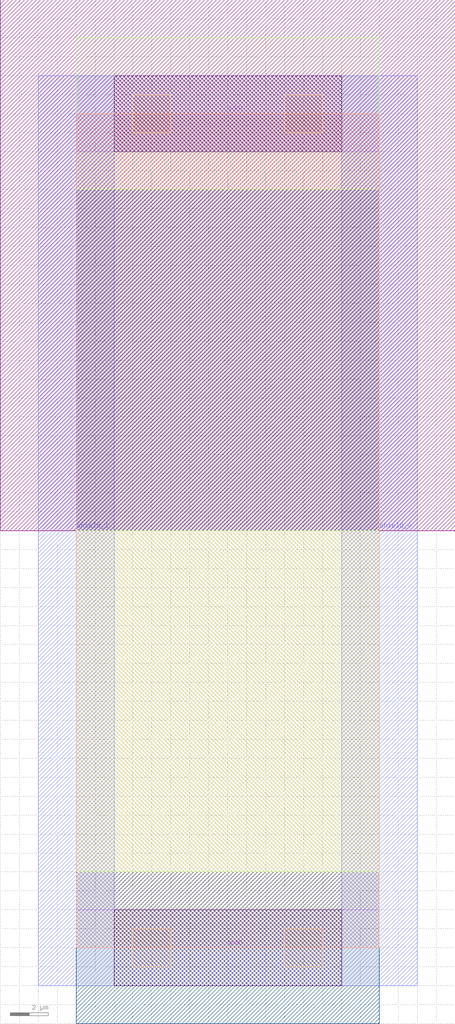
<source format=lef>
VERSION 5.3 ;
NAMESCASESENSITIVE ON ;
BUSBITCHARS "[]" ;
DIVIDERCHAR "/" ;
UNITS
  DATABASE MICRONS 2000 ;
END UNITS

LAYER POLY1
  TYPE	MASTERSLICE ;
END POLY1

LAYER METAL1
  TYPE		ROUTING ;
  DIRECTION	HORIZONTAL ;
  PITCH		0.72  ;
  WIDTH		0.23 ;
  SPACING	0.23 ;
  SPACING	0.6 RANGE 10 100000 ;
  RESISTANCE	RPERSQ 0.101 ;
  CAPACITANCE	CPERSQDIST 0.00013153 ;
  EDGECAPACITANCE 8.7703e-05 ;
  CURRENTDEN 0 ;
END METAL1

LAYER VIA12
  TYPE	CUT ;
END VIA12

LAYER METAL2
  TYPE		ROUTING ;
  DIRECTION	VERTICAL ;
  PITCH		0.72  ;
  WIDTH		0.28 ;
  SPACING	0.28 ;
  SPACING	0.6 RANGE 10 100000 ;
  RESISTANCE	RPERSQ 0.101 ;
  CAPACITANCE	CPERSQDIST 7.0018e-05 ;
  EDGECAPACITANCE 8.3115e-05 ;
  CURRENTDEN 0 ;
END METAL2

LAYER VIA23
  TYPE	CUT ;
END VIA23

LAYER METAL3
  TYPE		ROUTING ;
  DIRECTION	HORIZONTAL ;
  PITCH		0.72  ;
  WIDTH		0.28 ;
  SPACING	0.28 ;
  SPACING	0.6 RANGE 10 100000 ;
  RESISTANCE	RPERSQ 0.101 ;
  CAPACITANCE	CPERSQDIST 6.3069e-05 ;
  EDGECAPACITANCE 0.00010028 ;
  CURRENTDEN 0 ;
END METAL3

LAYER VIA34
  TYPE	CUT ;
END VIA34

LAYER METAL4
  TYPE		ROUTING ;
  DIRECTION	VERTICAL ;
  PITCH		0.72  ;
  WIDTH		0.28 ;
  SPACING	0.28 ;
  SPACING	0.6 RANGE 10 100000 ;
  RESISTANCE	RPERSQ 0.101 ;
  CAPACITANCE	CPERSQDIST 5.9911e-05 ;
  EDGECAPACITANCE 8.2087e-05 ;
  CURRENTDEN 0 ;
END METAL4

LAYER VIA45
  TYPE	CUT ;
END VIA45

LAYER METAL5
  TYPE		ROUTING ;
  DIRECTION	HORIZONTAL ;
  PITCH		1.12  ;
  WIDTH		0.28 ;
  SPACING	0.28 ;
  SPACING	0.6 RANGE 10 100000 ;
  RESISTANCE	RPERSQ 0.101 ;
  CAPACITANCE	CPERSQDIST 4.8201e-05 ;
  EDGECAPACITANCE 5.7592e-05 ;
  CURRENTDEN 0 ;
END METAL5

LAYER VIA56
  TYPE	CUT ;
END VIA56

LAYER METAL6
  TYPE		ROUTING ;
  DIRECTION	VERTICAL ;
  PITCH		1.32  ;
  WIDTH		0.44 ;
  SPACING	0.46 ;
  SPACING	0.6 RANGE 10 100000 ;
  RESISTANCE	RPERSQ 0.045 ;
  CAPACITANCE	CPERSQDIST 2.5892e-05 ;
  EDGECAPACITANCE 8.5718e-05 ;
  CURRENTDEN 0 ;
END METAL6

LAYER OVERLAP
  TYPE	OVERLAP ;
END OVERLAP

LAYER NWELL
  TYPE	MASTERSLICE ;
END NWELL

LAYER DIFF
  TYPE	MASTERSLICE ;
END DIFF

LAYER PDIFF
  TYPE	MASTERSLICE ;
END PDIFF

LAYER PIMP
  TYPE	MASTERSLICE ;
END PIMP

LAYER P2V
  TYPE	MASTERSLICE ;
END P2V

LAYER NDIFF
  TYPE	MASTERSLICE ;
END NDIFF

LAYER NIMP
  TYPE	MASTERSLICE ;
END NIMP

LAYER N2V
  TYPE	MASTERSLICE ;
END N2V

LAYER CONT
  TYPE	MASTERSLICE ;
END CONT

SPACING
  SAMENET METAL1  METAL1	0.23 ;
  SAMENET METAL2  METAL2	0.28 ;
  SAMENET METAL3  METAL3	0.28 ;
  SAMENET METAL4  METAL4	0.28 ;
  SAMENET METAL5  METAL5	0.28 ;
  SAMENET METAL6  METAL6	0.46 ;
  SAMENET VIA12  VIA12	0.26 ;
  SAMENET VIA23  VIA23	0.26 ;
  SAMENET VIA34  VIA34	0.26 ;
  SAMENET VIA45  VIA45	0.26 ;
  SAMENET VIA56  VIA56	0.35 ;
END SPACING

VIA via5 DEFAULT
  LAYER METAL5 ;
    RECT -0.240 -0.190 0.240 0.190 ;
  LAYER VIA56 ;
    RECT -0.180 -0.180 0.180 0.180 ;
  LAYER METAL6 ;
    RECT -0.270 -0.270 0.270 0.270 ;
  RESISTANCE 2.54 ;
END via5

VIA via4 DEFAULT
  LAYER METAL4 ;
    RECT -0.190 -0.140 0.190 0.140 ;
  LAYER VIA45 ;
    RECT -0.130 -0.130 0.130 0.130 ;
  LAYER METAL5 ;
    RECT -0.190 -0.140 0.190 0.140 ;
  RESISTANCE 6.40 ;
END via4

VIA via3_2 DEFAULT
  TOPOFSTACKONLY
  LAYER METAL3 ;
    RECT -0.190 -0.140 0.535 0.140 ;
  LAYER VIA34 ;
    RECT -0.130 -0.130 0.130 0.130 ;
  LAYER METAL4 ;
    RECT -0.190 -0.140 0.190 0.140 ;
  RESISTANCE 6.40 ;
END via3_2

VIA via3_1 DEFAULT
  TOPOFSTACKONLY
  LAYER METAL3 ;
    RECT -0.535 -0.140 0.190 0.140 ;
  LAYER VIA34 ;
    RECT -0.130 -0.130 0.130 0.130 ;
  LAYER METAL4 ;
    RECT -0.190 -0.140 0.190 0.140 ;
  RESISTANCE 6.40 ;
END via3_1

VIA via3 DEFAULT
  LAYER METAL3 ;
    RECT -0.190 -0.140 0.190 0.140 ;
  LAYER VIA34 ;
    RECT -0.130 -0.130 0.130 0.130 ;
  LAYER METAL4 ;
    RECT -0.190 -0.140 0.190 0.140 ;
  RESISTANCE 6.40 ;
END via3

VIA via2_2 DEFAULT
  TOPOFSTACKONLY
  LAYER METAL2 ;
    RECT -0.190 -0.140 0.190 0.395 ;
  LAYER VIA23 ;
    RECT -0.130 -0.130 0.130 0.130 ;
  LAYER METAL3 ;
    RECT -0.190 -0.140 0.190 0.140 ;
  RESISTANCE 6.40 ;
END via2_2

VIA via2_1 DEFAULT
  TOPOFSTACKONLY
  LAYER METAL2 ;
    RECT -0.190 -0.395 0.190 0.140 ;
  LAYER VIA23 ;
    RECT -0.130 -0.130 0.130 0.130 ;
  LAYER METAL3 ;
    RECT -0.190 -0.140 0.190 0.140 ;
  RESISTANCE 6.40 ;
END via2_1

VIA via2 DEFAULT
  LAYER METAL2 ;
    RECT -0.190 -0.140 0.190 0.140 ;
  LAYER VIA23 ;
    RECT -0.130 -0.130 0.130 0.130 ;
  LAYER METAL3 ;
    RECT -0.190 -0.140 0.190 0.140 ;
  RESISTANCE 6.40 ;
END via2

VIA via1 DEFAULT
  LAYER METAL1 ;
    RECT -0.190 -0.140 0.190 0.140 ;
  LAYER VIA12 ;
    RECT -0.130 -0.130 0.130 0.130 ;
  LAYER METAL2 ;
    RECT -0.190 -0.140 0.190 0.140 ;
  RESISTANCE 6.40 ;
END via1


VIARULE via1Array GENERATE
  LAYER METAL1 ;
    DIRECTION HORIZONTAL ;
    OVERHANG 0.06 ;
    METALOVERHANG 0 ;
  LAYER METAL2 ;
    DIRECTION VERTICAL ;
    OVERHANG 0.06 ;
    METALOVERHANG 0 ;
  LAYER VIA12 ;
    RECT -0.13 -0.13 0.13 0.13 ;
    SPACING 0.52 BY 0.52 ;
END via1Array

VIARULE via2Array GENERATE
  LAYER METAL3 ;
    DIRECTION HORIZONTAL ;
    OVERHANG 0.06 ;
    METALOVERHANG 0 ;
  LAYER METAL2 ;
    DIRECTION VERTICAL ;
    OVERHANG 0.06 ;
    METALOVERHANG 0 ;
  LAYER VIA23 ;
    RECT -0.13 -0.13 0.13 0.13 ;
    SPACING 0.52 BY 0.52 ;
END via2Array

VIARULE via3Array GENERATE
  LAYER METAL3 ;
    DIRECTION HORIZONTAL ;
    OVERHANG 0.06 ;
    METALOVERHANG 0 ;
  LAYER METAL4 ;
    DIRECTION VERTICAL ;
    OVERHANG 0.06 ;
    METALOVERHANG 0 ;
  LAYER VIA34 ;
    RECT -0.13 -0.13 0.13 0.13 ;
    SPACING 0.52 BY 0.52 ;
END via3Array

VIARULE via4Array GENERATE
  LAYER METAL5 ;
    DIRECTION HORIZONTAL ;
    OVERHANG 0.06 ;
    METALOVERHANG 0 ;
  LAYER METAL4 ;
    DIRECTION VERTICAL ;
    OVERHANG 0.06 ;
    METALOVERHANG 0 ;
  LAYER VIA45 ;
    RECT -0.13 -0.13 0.13 0.13 ;
    SPACING 0.52 BY 0.52 ;
END via4Array

VIARULE via5Array GENERATE
  LAYER METAL5 ;
    DIRECTION HORIZONTAL ;
    OVERHANG 0.06 ;
    METALOVERHANG 0 ;
  LAYER METAL6 ;
    DIRECTION VERTICAL ;
    OVERHANG 0.09 ;
    METALOVERHANG 0 ;
  LAYER VIA56 ;
    RECT -0.18 -0.18 0.18 0.18 ;
    SPACING 0.71 BY 0.71 ;
END via5Array

VIARULE TURNM1 GENERATE
  LAYER METAL1 ;
    DIRECTION HORIZONTAL ;
  LAYER METAL1 ;
    DIRECTION VERTICAL ;
END TURNM1

VIARULE TURNM2 GENERATE
  LAYER METAL2 ;
    DIRECTION HORIZONTAL ;
  LAYER METAL2 ;
    DIRECTION VERTICAL ;
END TURNM2

VIARULE TURNM3 GENERATE
  LAYER METAL3 ;
    DIRECTION HORIZONTAL ;
  LAYER METAL3 ;
    DIRECTION VERTICAL ;
END TURNM3

VIARULE TURNM4 GENERATE
  LAYER METAL4 ;
    DIRECTION HORIZONTAL ;
  LAYER METAL4 ;
    DIRECTION VERTICAL ;
END TURNM4

VIARULE TURNM5 GENERATE
  LAYER METAL5 ;
    DIRECTION HORIZONTAL ;
  LAYER METAL5 ;
    DIRECTION VERTICAL ;
END TURNM5

VIARULE TURNM6 GENERATE
  LAYER METAL6 ;
    DIRECTION HORIZONTAL ;
  LAYER METAL6 ;
    DIRECTION VERTICAL ;
END TURNM6

SITE  corner
    CLASS	PAD ;
    SYMMETRY	R90 X Y ;
    SIZE	235.000 BY 235.000 ;
END  corner

SITE  pad
    CLASS	PAD ;
    SYMMETRY	R90 X Y ;
    SIZE	0.100 BY 235.000 ;
END  pad

SITE  tsm3site
    CLASS	CORE ;
    SYMMETRY	Y ;
    SIZE	7.20 BY 5.04 ;
END  tsm3site

SITE  CoreSite
    CLASS	CORE ;
    SYMMETRY	Y ;
    SIZE	7.20 BY 5.04 ;
END  CoreSite
SITE  TDCoverSite
    CLASS       CORE ;
    SIZE        1.000 BY 1.000 ;
END  TDCoverSite

SITE  SBlockSite
    CLASS       CORE ;
    SIZE        1.000 BY 1.000 ;
END  SBlockSite

SITE  PortCellSite
    CLASS       PAD ;
    SIZE        1.000 BY 1.000 ;
END  PortCellSite

SITE  Core
    CLASS       CORE ;
    SYMMETRY    Y ;
    SIZE        8.000 BY 5.040 ;
END  Core

MACRO invload
  CLASS CORE ;
  FOREIGN invload -0.360 -2.270 ;
  ORIGIN 0.360 2.270 ;
  SIZE 2.160 BY 5.040 ;
  SYMMETRY X Y ;
  SITE CoreSite ;
  PIN vdd!
    DIRECTION INOUT ;
    USE POWER ;
    SHAPE ABUTMENT ;
    PORT
    LAYER METAL1 ;
    RECT -0.360 2.370 1.800 3.170 ;
    END
  END vdd!
  PIN gnd!
    DIRECTION INOUT ;
    USE GROUND ;
    SHAPE ABUTMENT ;
    PORT
    LAYER METAL1 ;
    RECT -0.360 -2.670 1.800 -1.870 ;
    END
  END gnd!
  PIN out
    DIRECTION OUTPUT ;
    PORT
    LAYER METAL2 ;
    RECT 0.580 -0.060 0.865 0.320 ;
    END
  END out
  PIN in0
    DIRECTION INPUT ;
    PORT
    LAYER METAL2 ;
    RECT -0.165 -0.010 0.215 0.270 ;
    END
  END in0
  OBS
    LAYER NWELL ;
    RECT -1.080 0.000 2.520 3.310 ;
    LAYER NIMP ;
    RECT -0.390 -1.725 1.830 0.000 ;
    RECT -0.460 2.225 1.900 2.990 ;
    LAYER PIMP ;
    RECT -0.390 0.000 1.830 2.225 ;
    RECT -0.460 -2.490 1.900 -1.725 ;
    LAYER N2V ;
    RECT -0.390 -1.725 1.830 0.000 ;
    LAYER P2V ;
    RECT -0.390 0.000 1.830 2.225 ;
    LAYER DIFF ;
    RECT -0.360 2.325 1.800 2.880 ;
    RECT -0.210 -1.255 1.650 -0.555 ;
    RECT -0.360 -2.380 1.800 -1.825 ;
    RECT -0.210 0.625 1.650 1.675 ;
    LAYER POLY1 ;
    RECT 0.270 0.000 0.450 1.895 ;
    RECT 0.990 0.000 1.170 1.895 ;
    RECT 0.270 -0.330 1.170 0.330 ;
    RECT 0.270 -1.475 0.450 0.000 ;
    RECT 0.990 -1.475 1.170 0.000 ;
    RECT 0.270 -0.330 1.170 0.330 ;
    RECT -0.020 -0.130 0.400 0.290 ;
    LAYER METAL1 ;
    RECT -0.360 2.370 1.800 3.170 ;
    RECT -0.360 -2.670 1.800 -1.870 ;
    RECT -0.165 -0.100 0.305 0.335 ;
    RECT 0.535 -0.010 0.915 0.270 ;
    RECT -0.170 1.035 0.170 1.265 ;
    RECT -0.115 1.150 0.115 2.770 ;
    RECT 0.550 1.035 0.890 1.265 ;
    RECT 0.605 0.000 0.835 1.150 ;
    RECT 1.270 1.035 1.610 1.265 ;
    RECT 1.325 1.150 1.555 2.770 ;
    RECT -0.170 -1.020 0.170 -0.790 ;
    RECT -0.115 -2.270 0.115 -0.905 ;
    RECT 0.550 -1.020 0.890 -0.790 ;
    RECT 0.605 -0.905 0.835 0.000 ;
    RECT 1.270 -1.020 1.610 -0.790 ;
    RECT 1.325 -2.270 1.555 -0.905 ;
    LAYER METAL2 ;
    RECT 0.580 -0.060 0.865 0.320 ;
    RECT -0.165 -0.010 0.215 0.270 ;
    LAYER CONT ;
    RECT 0.080 -0.030 0.300 0.190 ;
    RECT -0.110 2.425 0.110 2.645 ;
    RECT -0.110 -2.145 0.110 -1.925 ;
    RECT 0.610 2.425 0.830 2.645 ;
    RECT 0.610 -2.145 0.830 -1.925 ;
    RECT 1.330 2.425 1.550 2.645 ;
    RECT 1.330 -2.145 1.550 -1.925 ;
    RECT -0.110 1.040 0.110 1.260 ;
    RECT 0.610 1.040 0.830 1.260 ;
    RECT 1.330 1.040 1.550 1.260 ;
    RECT -0.110 -1.015 0.110 -0.795 ;
    RECT 0.610 -1.015 0.830 -0.795 ;
    RECT 1.330 -1.015 1.550 -0.795 ;
    LAYER VIA12 ;
    RECT -0.105 0.000 0.155 0.260 ;
    RECT 0.595 0.000 0.855 0.260 ;
  END
END invload
MACRO inv1x_1
  CLASS CORE ;
  FOREIGN inv1x_1 -0.360 -2.270 ;
  ORIGIN 0.360 2.270 ;
  SIZE 3.600 BY 5.040 ;
  SYMMETRY X Y ;
  SITE CoreSite ;
  PIN vdd!
    DIRECTION INOUT ;
    USE POWER ;
    SHAPE ABUTMENT ;
    PORT
    LAYER METAL1 ;
    RECT -0.360 2.370 3.240 3.170 ;
    END
  END vdd!
  PIN gnd!
    DIRECTION INOUT ;
    USE GROUND ;
    SHAPE ABUTMENT ;
    PORT
    LAYER METAL1 ;
    RECT -0.360 -2.670 3.240 -1.870 ;
    END
  END gnd!
  PIN out
    DIRECTION OUTPUT ;
    PORT
    LAYER METAL2 ;
    RECT 0.580 -0.060 0.865 0.320 ;
    END
  END out
  PIN in0
    DIRECTION INPUT ;
    PORT
    LAYER METAL2 ;
    RECT -0.165 -0.010 0.215 0.270 ;
    END
  END in0
  OBS
    LAYER NWELL ;
    RECT -1.080 0.000 3.960 3.310 ;
    LAYER NIMP ;
    RECT -0.390 -1.725 2.550 0.000 ;
    RECT -0.460 2.225 3.340 2.990 ;
    LAYER PIMP ;
    RECT -0.390 0.000 3.270 2.225 ;
    RECT -0.460 -2.490 3.340 -1.725 ;
    LAYER N2V ;
    RECT -0.390 -1.725 2.550 0.000 ;
    LAYER P2V ;
    RECT -0.390 0.000 3.270 2.225 ;
    LAYER DIFF ;
    RECT -0.360 2.325 3.240 2.880 ;
    RECT -0.210 -1.255 2.370 -0.555 ;
    RECT -0.360 -2.380 3.240 -1.825 ;
    RECT -0.210 0.540 3.090 1.765 ;
    LAYER POLY1 ;
    RECT 0.270 0.000 0.450 1.985 ;
    RECT 0.990 0.000 1.170 1.985 ;
    RECT 0.270 -0.330 1.170 0.330 ;
    RECT 1.710 0.000 1.890 1.985 ;
    RECT 0.990 -0.330 1.890 0.330 ;
    RECT 2.430 0.000 2.610 1.985 ;
    RECT 1.710 -0.330 2.610 0.330 ;
    RECT 0.270 -1.475 0.450 0.000 ;
    RECT 0.990 -1.475 1.170 0.000 ;
    RECT 0.270 -0.330 1.170 0.330 ;
    RECT 1.710 -1.475 1.890 0.000 ;
    RECT 0.990 -0.330 1.890 0.330 ;
    RECT -0.020 -0.130 0.400 0.290 ;
    LAYER METAL1 ;
    RECT -0.360 2.370 3.240 3.170 ;
    RECT -0.360 -2.670 3.240 -1.870 ;
    RECT -0.165 -0.100 0.305 0.335 ;
    RECT 0.535 -0.010 0.915 0.270 ;
    RECT -0.170 1.035 0.170 1.265 ;
    RECT -0.115 1.150 0.115 2.770 ;
    RECT 0.550 1.035 0.890 1.265 ;
    RECT 0.605 0.000 0.835 1.150 ;
    RECT 1.270 1.035 1.610 1.265 ;
    RECT 1.325 1.150 1.555 2.770 ;
    RECT 1.990 1.035 2.330 1.265 ;
    RECT 2.045 0.000 2.275 1.150 ;
    RECT 0.605 -0.090 2.275 0.140 ;
    RECT 2.710 1.035 3.050 1.265 ;
    RECT 2.765 1.150 2.995 2.770 ;
    RECT -0.170 -1.020 0.170 -0.790 ;
    RECT -0.115 -2.270 0.115 -0.905 ;
    RECT 0.550 -1.020 0.890 -0.790 ;
    RECT 0.605 -0.905 0.835 0.000 ;
    RECT 1.270 -1.020 1.610 -0.790 ;
    RECT 1.325 -2.270 1.555 -0.905 ;
    RECT 1.990 -1.020 2.330 -0.790 ;
    RECT 2.045 -0.905 2.275 0.000 ;
    RECT 0.605 -0.090 2.275 0.140 ;
    LAYER METAL2 ;
    RECT 0.580 -0.060 0.865 0.320 ;
    RECT -0.165 -0.010 0.215 0.270 ;
    LAYER CONT ;
    RECT 0.080 -0.030 0.300 0.190 ;
    RECT -0.110 2.425 0.110 2.645 ;
    RECT -0.110 -2.145 0.110 -1.925 ;
    RECT 0.610 2.425 0.830 2.645 ;
    RECT 0.610 -2.145 0.830 -1.925 ;
    RECT 1.330 2.425 1.550 2.645 ;
    RECT 1.330 -2.145 1.550 -1.925 ;
    RECT 2.050 2.425 2.270 2.645 ;
    RECT 2.050 -2.145 2.270 -1.925 ;
    RECT 2.770 2.425 2.990 2.645 ;
    RECT 2.770 -2.145 2.990 -1.925 ;
    RECT -0.110 1.040 0.110 1.260 ;
    RECT 0.610 1.040 0.830 1.260 ;
    RECT 1.330 1.040 1.550 1.260 ;
    RECT 2.050 1.040 2.270 1.260 ;
    RECT 2.770 1.040 2.990 1.260 ;
    RECT -0.110 -1.015 0.110 -0.795 ;
    RECT 0.610 -1.015 0.830 -0.795 ;
    RECT 1.330 -1.015 1.550 -0.795 ;
    RECT 2.050 -1.015 2.270 -0.795 ;
    LAYER VIA12 ;
    RECT -0.105 0.000 0.155 0.260 ;
    RECT 0.595 0.000 0.855 0.260 ;
  END
END inv1x_1
MACRO inv1x_2
  CLASS CORE ;
  FOREIGN inv1x_2 -0.360 -2.270 ;
  ORIGIN 0.360 2.270 ;
  SIZE 2.160 BY 5.040 ;
  SYMMETRY X Y ;
  SITE CoreSite ;
  PIN vdd!
    DIRECTION INOUT ;
    USE POWER ;
    SHAPE ABUTMENT ;
    PORT
    LAYER METAL1 ;
    RECT -0.360 2.370 1.800 3.170 ;
    END
  END vdd!
  PIN gnd!
    DIRECTION INOUT ;
    USE GROUND ;
    SHAPE ABUTMENT ;
    PORT
    LAYER METAL1 ;
    RECT -0.360 -2.670 1.800 -1.870 ;
    END
  END gnd!
  PIN out
    DIRECTION OUTPUT ;
    PORT
    LAYER METAL2 ;
    RECT 0.580 -0.060 0.865 0.320 ;
    END
  END out
  PIN in0
    DIRECTION INPUT ;
    PORT
    LAYER METAL2 ;
    RECT -0.165 -0.010 0.215 0.270 ;
    END
  END in0
  OBS
    LAYER NWELL ;
    RECT -1.080 0.000 2.520 3.310 ;
    LAYER NIMP ;
    RECT -0.390 -1.725 1.830 0.000 ;
    RECT -0.460 2.225 1.900 2.990 ;
    LAYER PIMP ;
    RECT -0.390 0.000 1.830 2.225 ;
    RECT -0.460 -2.490 1.900 -1.725 ;
    LAYER N2V ;
    RECT -0.390 -1.725 1.830 0.000 ;
    LAYER P2V ;
    RECT -0.390 0.000 1.830 2.225 ;
    LAYER DIFF ;
    RECT -0.360 2.325 1.800 2.880 ;
    RECT -0.210 -1.155 1.650 -0.655 ;
    RECT -0.360 -2.380 1.800 -1.825 ;
    RECT -0.210 0.625 1.650 1.675 ;
    LAYER POLY1 ;
    RECT 0.270 0.000 0.450 1.895 ;
    RECT 0.990 0.000 1.170 1.895 ;
    RECT 0.270 -0.330 1.170 0.330 ;
    RECT 0.270 -1.375 0.450 0.000 ;
    RECT 0.990 -1.375 1.170 0.000 ;
    RECT 0.270 -0.330 1.170 0.330 ;
    RECT -0.020 -0.130 0.400 0.290 ;
    LAYER METAL1 ;
    RECT -0.360 2.370 1.800 3.170 ;
    RECT -0.360 -2.670 1.800 -1.870 ;
    RECT -0.165 -0.100 0.305 0.335 ;
    RECT 0.535 -0.010 0.915 0.270 ;
    RECT -0.170 1.035 0.170 1.265 ;
    RECT -0.115 1.150 0.115 2.770 ;
    RECT 0.550 1.035 0.890 1.265 ;
    RECT 0.605 0.000 0.835 1.150 ;
    RECT 1.270 1.035 1.610 1.265 ;
    RECT 1.325 1.150 1.555 2.770 ;
    RECT -0.170 -1.020 0.170 -0.790 ;
    RECT -0.115 -2.270 0.115 -0.905 ;
    RECT 0.550 -1.020 0.890 -0.790 ;
    RECT 0.605 -0.905 0.835 0.000 ;
    RECT 1.270 -1.020 1.610 -0.790 ;
    RECT 1.325 -2.270 1.555 -0.905 ;
    LAYER METAL2 ;
    RECT 0.580 -0.060 0.865 0.320 ;
    RECT -0.165 -0.010 0.215 0.270 ;
    LAYER CONT ;
    RECT 0.080 -0.030 0.300 0.190 ;
    RECT -0.110 2.425 0.110 2.645 ;
    RECT -0.110 -2.145 0.110 -1.925 ;
    RECT 0.610 2.425 0.830 2.645 ;
    RECT 0.610 -2.145 0.830 -1.925 ;
    RECT 1.330 2.425 1.550 2.645 ;
    RECT 1.330 -2.145 1.550 -1.925 ;
    RECT -0.110 1.040 0.110 1.260 ;
    RECT 0.610 1.040 0.830 1.260 ;
    RECT 1.330 1.040 1.550 1.260 ;
    RECT -0.110 -1.015 0.110 -0.795 ;
    RECT 0.610 -1.015 0.830 -0.795 ;
    RECT 1.330 -1.015 1.550 -0.795 ;
    LAYER VIA12 ;
    RECT -0.105 0.000 0.155 0.260 ;
    RECT 0.595 0.000 0.855 0.260 ;
  END
END inv1x_2
MACRO inv1x_3
  CLASS CORE ;
  FOREIGN inv1x_3 -0.360 -2.270 ;
  ORIGIN 0.360 2.270 ;
  SIZE 2.160 BY 5.040 ;
  SYMMETRY X Y ;
  SITE CoreSite ;
  PIN vdd!
    DIRECTION INOUT ;
    USE POWER ;
    SHAPE ABUTMENT ;
    PORT
    LAYER METAL1 ;
    RECT -0.360 2.370 1.800 3.170 ;
    END
  END vdd!
  PIN gnd!
    DIRECTION INOUT ;
    USE GROUND ;
    SHAPE ABUTMENT ;
    PORT
    LAYER METAL1 ;
    RECT -0.360 -2.670 1.800 -1.870 ;
    END
  END gnd!
  PIN out
    DIRECTION OUTPUT ;
    PORT
    LAYER METAL2 ;
    RECT 0.580 -0.060 0.865 0.320 ;
    END
  END out
  PIN in0
    DIRECTION INPUT ;
    PORT
    LAYER METAL2 ;
    RECT -0.165 -0.010 0.215 0.270 ;
    END
  END in0
  OBS
    LAYER NWELL ;
    RECT -1.080 0.000 2.520 3.310 ;
    LAYER NIMP ;
    RECT -0.390 -1.725 1.830 0.000 ;
    RECT -0.460 2.225 1.900 2.990 ;
    LAYER PIMP ;
    RECT -0.390 0.000 1.110 2.225 ;
    RECT -0.460 -2.490 1.900 -1.725 ;
    LAYER N2V ;
    RECT -0.390 -1.725 1.830 0.000 ;
    LAYER P2V ;
    RECT -0.390 0.000 1.110 2.225 ;
    LAYER DIFF ;
    RECT -0.360 2.325 1.800 2.880 ;
    RECT -0.210 -1.155 1.650 -0.655 ;
    RECT -0.360 -2.380 1.800 -1.825 ;
    RECT -0.210 0.450 0.930 1.850 ;
    LAYER POLY1 ;
    RECT 0.270 0.000 0.450 2.070 ;
    RECT 0.270 -1.375 0.450 0.000 ;
    RECT 0.990 -1.375 1.170 0.000 ;
    RECT 0.270 -0.330 1.170 0.330 ;
    RECT -0.020 -0.130 0.400 0.290 ;
    LAYER METAL1 ;
    RECT -0.360 2.370 1.800 3.170 ;
    RECT -0.360 -2.670 1.800 -1.870 ;
    RECT -0.165 -0.100 0.305 0.335 ;
    RECT 0.535 -0.010 0.915 0.270 ;
    RECT -0.170 1.035 0.170 1.265 ;
    RECT -0.115 1.150 0.115 2.770 ;
    RECT 0.550 1.035 0.890 1.265 ;
    RECT 0.605 0.000 0.835 1.150 ;
    RECT -0.170 -1.020 0.170 -0.790 ;
    RECT -0.115 -2.270 0.115 -0.905 ;
    RECT 0.550 -1.020 0.890 -0.790 ;
    RECT 0.605 -0.905 0.835 0.000 ;
    RECT 1.270 -1.020 1.610 -0.790 ;
    RECT 1.325 -2.270 1.555 -0.905 ;
    LAYER METAL2 ;
    RECT 0.580 -0.060 0.865 0.320 ;
    RECT -0.165 -0.010 0.215 0.270 ;
    LAYER CONT ;
    RECT 0.080 -0.030 0.300 0.190 ;
    RECT -0.110 2.425 0.110 2.645 ;
    RECT -0.110 -2.145 0.110 -1.925 ;
    RECT 0.610 2.425 0.830 2.645 ;
    RECT 0.610 -2.145 0.830 -1.925 ;
    RECT 1.330 2.425 1.550 2.645 ;
    RECT 1.330 -2.145 1.550 -1.925 ;
    RECT -0.110 1.040 0.110 1.260 ;
    RECT 0.610 1.040 0.830 1.260 ;
    RECT -0.110 -1.015 0.110 -0.795 ;
    RECT 0.610 -1.015 0.830 -0.795 ;
    RECT 1.330 -1.015 1.550 -0.795 ;
    LAYER VIA12 ;
    RECT -0.105 0.000 0.155 0.260 ;
    RECT 0.595 0.000 0.855 0.260 ;
  END
END inv1x_3
MACRO inv1x_4
  CLASS CORE ;
  FOREIGN inv1x_4 -0.360 -2.270 ;
  ORIGIN 0.360 2.270 ;
  SIZE 2.880 BY 5.040 ;
  SYMMETRY X Y ;
  SITE CoreSite ;
  PIN vdd!
    DIRECTION INOUT ;
    USE POWER ;
    SHAPE ABUTMENT ;
    PORT
    LAYER METAL1 ;
    RECT -0.360 2.370 2.520 3.170 ;
    END
  END vdd!
  PIN gnd!
    DIRECTION INOUT ;
    USE GROUND ;
    SHAPE ABUTMENT ;
    PORT
    LAYER METAL1 ;
    RECT -0.360 -2.670 2.520 -1.870 ;
    END
  END gnd!
  PIN out
    DIRECTION OUTPUT ;
    PORT
    LAYER METAL2 ;
    RECT 0.580 -0.060 0.865 0.320 ;
    END
  END out
  PIN in0
    DIRECTION INPUT ;
    PORT
    LAYER METAL2 ;
    RECT -0.165 -0.010 0.215 0.270 ;
    END
  END in0
  OBS
    LAYER NWELL ;
    RECT -1.080 0.000 3.240 3.310 ;
    LAYER NIMP ;
    RECT -0.390 -1.725 1.830 0.000 ;
    RECT -0.460 2.225 2.620 2.990 ;
    LAYER PIMP ;
    RECT -0.390 0.000 2.550 2.225 ;
    RECT -0.460 -2.490 2.620 -1.725 ;
    LAYER N2V ;
    RECT -0.390 -1.725 1.830 0.000 ;
    LAYER P2V ;
    RECT -0.390 0.000 2.550 2.225 ;
    LAYER DIFF ;
    RECT -0.360 2.325 2.520 2.880 ;
    RECT -0.210 -1.255 1.650 -0.555 ;
    RECT -0.360 -2.380 2.520 -1.825 ;
    RECT -0.210 0.570 2.370 1.735 ;
    LAYER POLY1 ;
    RECT 0.270 0.000 0.450 1.955 ;
    RECT 0.990 0.000 1.170 1.955 ;
    RECT 0.270 -0.330 1.170 0.330 ;
    RECT 1.710 0.000 1.890 1.955 ;
    RECT 0.990 -0.330 1.890 0.330 ;
    RECT 0.270 -1.475 0.450 0.000 ;
    RECT 0.990 -1.475 1.170 0.000 ;
    RECT 0.270 -0.330 1.170 0.330 ;
    RECT -0.020 -0.130 0.400 0.290 ;
    LAYER METAL1 ;
    RECT -0.360 2.370 2.520 3.170 ;
    RECT -0.360 -2.670 2.520 -1.870 ;
    RECT -0.165 -0.100 0.305 0.335 ;
    RECT 0.535 -0.010 0.915 0.270 ;
    RECT -0.170 1.035 0.170 1.265 ;
    RECT -0.115 1.150 0.115 2.770 ;
    RECT 0.550 1.035 0.890 1.265 ;
    RECT 0.605 0.000 0.835 1.150 ;
    RECT 1.270 1.035 1.610 1.265 ;
    RECT 1.325 1.150 1.555 2.770 ;
    RECT 1.990 1.035 2.330 1.265 ;
    RECT 2.045 0.000 2.275 1.150 ;
    RECT 0.605 -0.090 2.275 0.140 ;
    RECT -0.170 -1.020 0.170 -0.790 ;
    RECT -0.115 -2.270 0.115 -0.905 ;
    RECT 0.550 -1.020 0.890 -0.790 ;
    RECT 0.605 -0.905 0.835 0.000 ;
    RECT 1.270 -1.020 1.610 -0.790 ;
    RECT 1.325 -2.270 1.555 -0.905 ;
    LAYER METAL2 ;
    RECT 0.580 -0.060 0.865 0.320 ;
    RECT -0.165 -0.010 0.215 0.270 ;
    LAYER CONT ;
    RECT 0.080 -0.030 0.300 0.190 ;
    RECT -0.110 2.425 0.110 2.645 ;
    RECT -0.110 -2.145 0.110 -1.925 ;
    RECT 0.610 2.425 0.830 2.645 ;
    RECT 0.610 -2.145 0.830 -1.925 ;
    RECT 1.330 2.425 1.550 2.645 ;
    RECT 1.330 -2.145 1.550 -1.925 ;
    RECT 2.050 2.425 2.270 2.645 ;
    RECT 2.050 -2.145 2.270 -1.925 ;
    RECT -0.110 1.040 0.110 1.260 ;
    RECT 0.610 1.040 0.830 1.260 ;
    RECT 1.330 1.040 1.550 1.260 ;
    RECT 2.050 1.040 2.270 1.260 ;
    RECT -0.110 -1.015 0.110 -0.795 ;
    RECT 0.610 -1.015 0.830 -0.795 ;
    RECT 1.330 -1.015 1.550 -0.795 ;
    LAYER VIA12 ;
    RECT -0.105 0.000 0.155 0.260 ;
    RECT 0.595 0.000 0.855 0.260 ;
  END
END inv1x_4
MACRO inv1x_5
  CLASS CORE ;
  FOREIGN inv1x_5 -0.360 -2.270 ;
  ORIGIN 0.360 2.270 ;
  SIZE 2.160 BY 5.040 ;
  SYMMETRY X Y ;
  SITE CoreSite ;
  PIN vdd!
    DIRECTION INOUT ;
    USE POWER ;
    SHAPE ABUTMENT ;
    PORT
    LAYER METAL1 ;
    RECT -0.360 2.370 1.800 3.170 ;
    END
  END vdd!
  PIN gnd!
    DIRECTION INOUT ;
    USE GROUND ;
    SHAPE ABUTMENT ;
    PORT
    LAYER METAL1 ;
    RECT -0.360 -2.670 1.800 -1.870 ;
    END
  END gnd!
  PIN out
    DIRECTION OUTPUT ;
    PORT
    LAYER METAL2 ;
    RECT 0.580 -0.060 0.865 0.320 ;
    END
  END out
  PIN in0
    DIRECTION INPUT ;
    PORT
    LAYER METAL2 ;
    RECT -0.165 -0.010 0.215 0.270 ;
    END
  END in0
  OBS
    LAYER NWELL ;
    RECT -1.080 0.000 2.520 3.310 ;
    LAYER NIMP ;
    RECT -0.390 -1.725 1.830 0.000 ;
    RECT -0.460 2.225 1.900 2.990 ;
    LAYER PIMP ;
    RECT -0.390 0.000 1.830 2.225 ;
    RECT -0.460 -2.490 1.900 -1.725 ;
    LAYER N2V ;
    RECT -0.390 -1.725 1.830 0.000 ;
    LAYER P2V ;
    RECT -0.390 0.000 1.830 2.225 ;
    LAYER DIFF ;
    RECT -0.360 2.325 1.800 2.880 ;
    RECT -0.210 -1.255 1.650 -0.555 ;
    RECT -0.360 -2.380 1.800 -1.825 ;
    RECT -0.210 0.450 1.650 1.850 ;
    LAYER POLY1 ;
    RECT 0.270 0.000 0.450 2.070 ;
    RECT 0.990 0.000 1.170 2.070 ;
    RECT 0.270 -0.330 1.170 0.330 ;
    RECT 0.270 -1.475 0.450 0.000 ;
    RECT 0.990 -1.475 1.170 0.000 ;
    RECT 0.270 -0.330 1.170 0.330 ;
    RECT -0.020 -0.130 0.400 0.290 ;
    LAYER METAL1 ;
    RECT -0.360 2.370 1.800 3.170 ;
    RECT -0.360 -2.670 1.800 -1.870 ;
    RECT -0.165 -0.100 0.305 0.335 ;
    RECT 0.535 -0.010 0.915 0.270 ;
    RECT -0.170 1.035 0.170 1.265 ;
    RECT -0.115 1.150 0.115 2.770 ;
    RECT 0.550 1.035 0.890 1.265 ;
    RECT 0.605 0.000 0.835 1.150 ;
    RECT 1.270 1.035 1.610 1.265 ;
    RECT 1.325 1.150 1.555 2.770 ;
    RECT -0.170 -1.020 0.170 -0.790 ;
    RECT -0.115 -2.270 0.115 -0.905 ;
    RECT 0.550 -1.020 0.890 -0.790 ;
    RECT 0.605 -0.905 0.835 0.000 ;
    RECT 1.270 -1.020 1.610 -0.790 ;
    RECT 1.325 -2.270 1.555 -0.905 ;
    LAYER METAL2 ;
    RECT 0.580 -0.060 0.865 0.320 ;
    RECT -0.165 -0.010 0.215 0.270 ;
    LAYER CONT ;
    RECT 0.080 -0.030 0.300 0.190 ;
    RECT -0.110 2.425 0.110 2.645 ;
    RECT -0.110 -2.145 0.110 -1.925 ;
    RECT 0.610 2.425 0.830 2.645 ;
    RECT 0.610 -2.145 0.830 -1.925 ;
    RECT 1.330 2.425 1.550 2.645 ;
    RECT 1.330 -2.145 1.550 -1.925 ;
    RECT -0.110 1.040 0.110 1.260 ;
    RECT 0.610 1.040 0.830 1.260 ;
    RECT 1.330 1.040 1.550 1.260 ;
    RECT -0.110 -1.015 0.110 -0.795 ;
    RECT 0.610 -1.015 0.830 -0.795 ;
    RECT 1.330 -1.015 1.550 -0.795 ;
    LAYER VIA12 ;
    RECT -0.105 0.000 0.155 0.260 ;
    RECT 0.595 0.000 0.855 0.260 ;
  END
END inv1x_5
MACRO inv1x_6
  CLASS CORE ;
  FOREIGN inv1x_6 -0.360 -2.270 ;
  ORIGIN 0.360 2.270 ;
  SIZE 2.880 BY 5.040 ;
  SYMMETRY X Y ;
  SITE CoreSite ;
  PIN vdd!
    DIRECTION INOUT ;
    USE POWER ;
    SHAPE ABUTMENT ;
    PORT
    LAYER METAL1 ;
    RECT -0.360 2.370 2.520 3.170 ;
    END
  END vdd!
  PIN gnd!
    DIRECTION INOUT ;
    USE GROUND ;
    SHAPE ABUTMENT ;
    PORT
    LAYER METAL1 ;
    RECT -0.360 -2.670 2.520 -1.870 ;
    END
  END gnd!
  PIN out
    DIRECTION OUTPUT ;
    PORT
    LAYER METAL2 ;
    RECT 0.580 -0.060 0.865 0.320 ;
    END
  END out
  PIN in0
    DIRECTION INPUT ;
    PORT
    LAYER METAL2 ;
    RECT -0.165 -0.010 0.215 0.270 ;
    END
  END in0
  OBS
    LAYER NWELL ;
    RECT -1.080 0.000 3.240 3.310 ;
    LAYER NIMP ;
    RECT -0.390 -1.725 2.550 0.000 ;
    RECT -0.460 2.225 2.620 2.990 ;
    LAYER PIMP ;
    RECT -0.390 0.000 1.830 2.225 ;
    RECT -0.460 -2.490 2.620 -1.725 ;
    LAYER N2V ;
    RECT -0.390 -1.725 2.550 0.000 ;
    LAYER P2V ;
    RECT -0.390 0.000 1.830 2.225 ;
    LAYER DIFF ;
    RECT -0.360 2.325 2.520 2.880 ;
    RECT -0.210 -1.255 2.370 -0.555 ;
    RECT -0.360 -2.380 2.520 -1.825 ;
    RECT -0.210 0.450 1.650 1.850 ;
    LAYER POLY1 ;
    RECT 0.270 0.000 0.450 2.070 ;
    RECT 0.990 0.000 1.170 2.070 ;
    RECT 0.270 -0.330 1.170 0.330 ;
    RECT 0.270 -1.475 0.450 0.000 ;
    RECT 0.990 -1.475 1.170 0.000 ;
    RECT 0.270 -0.330 1.170 0.330 ;
    RECT 1.710 -1.475 1.890 0.000 ;
    RECT 0.990 -0.330 1.890 0.330 ;
    RECT -0.020 -0.130 0.400 0.290 ;
    LAYER METAL1 ;
    RECT -0.360 2.370 2.520 3.170 ;
    RECT -0.360 -2.670 2.520 -1.870 ;
    RECT -0.165 -0.100 0.305 0.335 ;
    RECT 0.535 -0.010 0.915 0.270 ;
    RECT -0.170 1.035 0.170 1.265 ;
    RECT -0.115 1.150 0.115 2.770 ;
    RECT 0.550 1.035 0.890 1.265 ;
    RECT 0.605 0.000 0.835 1.150 ;
    RECT 1.270 1.035 1.610 1.265 ;
    RECT 1.325 1.150 1.555 2.770 ;
    RECT -0.170 -1.020 0.170 -0.790 ;
    RECT -0.115 -2.270 0.115 -0.905 ;
    RECT 0.550 -1.020 0.890 -0.790 ;
    RECT 0.605 -0.905 0.835 0.000 ;
    RECT 1.270 -1.020 1.610 -0.790 ;
    RECT 1.325 -2.270 1.555 -0.905 ;
    RECT 1.990 -1.020 2.330 -0.790 ;
    RECT 2.045 -0.905 2.275 0.000 ;
    RECT 0.605 -0.090 2.275 0.140 ;
    LAYER METAL2 ;
    RECT 0.580 -0.060 0.865 0.320 ;
    RECT -0.165 -0.010 0.215 0.270 ;
    LAYER CONT ;
    RECT 0.080 -0.030 0.300 0.190 ;
    RECT -0.110 2.425 0.110 2.645 ;
    RECT -0.110 -2.145 0.110 -1.925 ;
    RECT 0.610 2.425 0.830 2.645 ;
    RECT 0.610 -2.145 0.830 -1.925 ;
    RECT 1.330 2.425 1.550 2.645 ;
    RECT 1.330 -2.145 1.550 -1.925 ;
    RECT 2.050 2.425 2.270 2.645 ;
    RECT 2.050 -2.145 2.270 -1.925 ;
    RECT -0.110 1.040 0.110 1.260 ;
    RECT 0.610 1.040 0.830 1.260 ;
    RECT 1.330 1.040 1.550 1.260 ;
    RECT -0.110 -1.015 0.110 -0.795 ;
    RECT 0.610 -1.015 0.830 -0.795 ;
    RECT 1.330 -1.015 1.550 -0.795 ;
    RECT 2.050 -1.015 2.270 -0.795 ;
    LAYER VIA12 ;
    RECT -0.105 0.000 0.155 0.260 ;
    RECT 0.595 0.000 0.855 0.260 ;
  END
END inv1x_6
MACRO inv1x_7
  CLASS CORE ;
  FOREIGN inv1x_7 -0.360 -2.270 ;
  ORIGIN 0.360 2.270 ;
  SIZE 2.160 BY 5.040 ;
  SYMMETRY X Y ;
  SITE CoreSite ;
  PIN vdd!
    DIRECTION INOUT ;
    USE POWER ;
    SHAPE ABUTMENT ;
    PORT
    LAYER METAL1 ;
    RECT -0.360 2.370 1.800 3.170 ;
    END
  END vdd!
  PIN gnd!
    DIRECTION INOUT ;
    USE GROUND ;
    SHAPE ABUTMENT ;
    PORT
    LAYER METAL1 ;
    RECT -0.360 -2.670 1.800 -1.870 ;
    END
  END gnd!
  PIN out
    DIRECTION OUTPUT ;
    PORT
    LAYER METAL2 ;
    RECT 0.580 -0.060 0.865 0.320 ;
    END
  END out
  PIN in0
    DIRECTION INPUT ;
    PORT
    LAYER METAL2 ;
    RECT -0.165 -0.010 0.215 0.270 ;
    END
  END in0
  OBS
    LAYER NWELL ;
    RECT -1.080 0.000 2.520 3.310 ;
    LAYER NIMP ;
    RECT -0.390 -1.725 1.830 0.000 ;
    RECT -0.460 2.225 1.900 2.990 ;
    LAYER PIMP ;
    RECT -0.390 0.000 1.110 2.225 ;
    RECT -0.460 -2.490 1.900 -1.725 ;
    LAYER N2V ;
    RECT -0.390 -1.725 1.830 0.000 ;
    LAYER P2V ;
    RECT -0.390 0.000 1.110 2.225 ;
    LAYER DIFF ;
    RECT -0.360 2.325 1.800 2.880 ;
    RECT -0.210 -1.255 1.650 -0.555 ;
    RECT -0.360 -2.380 1.800 -1.825 ;
    RECT -0.210 0.450 0.930 1.850 ;
    LAYER POLY1 ;
    RECT 0.270 0.000 0.450 2.070 ;
    RECT 0.270 -1.475 0.450 0.000 ;
    RECT 0.990 -1.475 1.170 0.000 ;
    RECT 0.270 -0.330 1.170 0.330 ;
    RECT -0.020 -0.130 0.400 0.290 ;
    LAYER METAL1 ;
    RECT -0.360 2.370 1.800 3.170 ;
    RECT -0.360 -2.670 1.800 -1.870 ;
    RECT -0.165 -0.100 0.305 0.335 ;
    RECT 0.535 -0.010 0.915 0.270 ;
    RECT -0.170 1.035 0.170 1.265 ;
    RECT -0.115 1.150 0.115 2.770 ;
    RECT 0.550 1.035 0.890 1.265 ;
    RECT 0.605 0.000 0.835 1.150 ;
    RECT -0.170 -1.020 0.170 -0.790 ;
    RECT -0.115 -2.270 0.115 -0.905 ;
    RECT 0.550 -1.020 0.890 -0.790 ;
    RECT 0.605 -0.905 0.835 0.000 ;
    RECT 1.270 -1.020 1.610 -0.790 ;
    RECT 1.325 -2.270 1.555 -0.905 ;
    LAYER METAL2 ;
    RECT 0.580 -0.060 0.865 0.320 ;
    RECT -0.165 -0.010 0.215 0.270 ;
    LAYER CONT ;
    RECT 0.080 -0.030 0.300 0.190 ;
    RECT -0.110 2.425 0.110 2.645 ;
    RECT -0.110 -2.145 0.110 -1.925 ;
    RECT 0.610 2.425 0.830 2.645 ;
    RECT 0.610 -2.145 0.830 -1.925 ;
    RECT 1.330 2.425 1.550 2.645 ;
    RECT 1.330 -2.145 1.550 -1.925 ;
    RECT -0.110 1.040 0.110 1.260 ;
    RECT 0.610 1.040 0.830 1.260 ;
    RECT -0.110 -1.015 0.110 -0.795 ;
    RECT 0.610 -1.015 0.830 -0.795 ;
    RECT 1.330 -1.015 1.550 -0.795 ;
    LAYER VIA12 ;
    RECT -0.105 0.000 0.155 0.260 ;
    RECT 0.595 0.000 0.855 0.260 ;
  END
END inv1x_7
MACRO inv1x_8
  CLASS CORE ;
  FOREIGN inv1x_8 -0.360 -2.270 ;
  ORIGIN 0.360 2.270 ;
  SIZE 2.160 BY 5.040 ;
  SYMMETRY X Y ;
  SITE CoreSite ;
  PIN vdd!
    DIRECTION INOUT ;
    USE POWER ;
    SHAPE ABUTMENT ;
    PORT
    LAYER METAL1 ;
    RECT -0.360 2.370 1.800 3.170 ;
    END
  END vdd!
  PIN gnd!
    DIRECTION INOUT ;
    USE GROUND ;
    SHAPE ABUTMENT ;
    PORT
    LAYER METAL1 ;
    RECT -0.360 -2.670 1.800 -1.870 ;
    END
  END gnd!
  PIN out
    DIRECTION OUTPUT ;
    PORT
    LAYER METAL2 ;
    RECT 0.580 -0.060 0.865 0.320 ;
    END
  END out
  PIN in0
    DIRECTION INPUT ;
    PORT
    LAYER METAL2 ;
    RECT -0.165 -0.010 0.215 0.270 ;
    END
  END in0
  OBS
    LAYER NWELL ;
    RECT -1.080 0.000 2.520 3.310 ;
    LAYER NIMP ;
    RECT -0.390 -1.725 1.830 0.000 ;
    RECT -0.460 2.225 1.900 2.990 ;
    LAYER PIMP ;
    RECT -0.390 0.000 1.830 2.225 ;
    RECT -0.460 -2.490 1.900 -1.725 ;
    LAYER N2V ;
    RECT -0.390 -1.725 1.830 0.000 ;
    LAYER P2V ;
    RECT -0.390 0.000 1.830 2.225 ;
    LAYER DIFF ;
    RECT -0.360 2.325 1.800 2.880 ;
    RECT -0.210 -1.255 1.650 -0.555 ;
    RECT -0.360 -2.380 1.800 -1.825 ;
    RECT -0.210 0.625 1.650 1.675 ;
    LAYER POLY1 ;
    RECT 0.270 0.000 0.450 1.895 ;
    RECT 0.990 0.000 1.170 1.895 ;
    RECT 0.270 -0.330 1.170 0.330 ;
    RECT 0.270 -1.475 0.450 0.000 ;
    RECT 0.990 -1.475 1.170 0.000 ;
    RECT 0.270 -0.330 1.170 0.330 ;
    RECT -0.020 -0.130 0.400 0.290 ;
    LAYER METAL1 ;
    RECT -0.360 2.370 1.800 3.170 ;
    RECT -0.360 -2.670 1.800 -1.870 ;
    RECT -0.165 -0.100 0.305 0.335 ;
    RECT 0.535 -0.010 0.915 0.270 ;
    RECT -0.170 1.035 0.170 1.265 ;
    RECT -0.115 1.150 0.115 2.770 ;
    RECT 0.550 1.035 0.890 1.265 ;
    RECT 0.605 0.000 0.835 1.150 ;
    RECT 1.270 1.035 1.610 1.265 ;
    RECT 1.325 1.150 1.555 2.770 ;
    RECT -0.170 -1.020 0.170 -0.790 ;
    RECT -0.115 -2.270 0.115 -0.905 ;
    RECT 0.550 -1.020 0.890 -0.790 ;
    RECT 0.605 -0.905 0.835 0.000 ;
    RECT 1.270 -1.020 1.610 -0.790 ;
    RECT 1.325 -2.270 1.555 -0.905 ;
    LAYER METAL2 ;
    RECT 0.580 -0.060 0.865 0.320 ;
    RECT -0.165 -0.010 0.215 0.270 ;
    LAYER CONT ;
    RECT 0.080 -0.030 0.300 0.190 ;
    RECT -0.110 2.425 0.110 2.645 ;
    RECT -0.110 -2.145 0.110 -1.925 ;
    RECT 0.610 2.425 0.830 2.645 ;
    RECT 0.610 -2.145 0.830 -1.925 ;
    RECT 1.330 2.425 1.550 2.645 ;
    RECT 1.330 -2.145 1.550 -1.925 ;
    RECT -0.110 1.040 0.110 1.260 ;
    RECT 0.610 1.040 0.830 1.260 ;
    RECT 1.330 1.040 1.550 1.260 ;
    RECT -0.110 -1.015 0.110 -0.795 ;
    RECT 0.610 -1.015 0.830 -0.795 ;
    RECT 1.330 -1.015 1.550 -0.795 ;
    LAYER VIA12 ;
    RECT -0.105 0.000 0.155 0.260 ;
    RECT 0.595 0.000 0.855 0.260 ;
  END
END inv1x_8
MACRO inv1x_9
  CLASS CORE ;
  FOREIGN inv1x_9 -0.360 -2.270 ;
  ORIGIN 0.360 2.270 ;
  SIZE 2.880 BY 5.040 ;
  SYMMETRY X Y ;
  SITE CoreSite ;
  PIN vdd!
    DIRECTION INOUT ;
    USE POWER ;
    SHAPE ABUTMENT ;
    PORT
    LAYER METAL1 ;
    RECT -0.360 2.370 2.520 3.170 ;
    END
  END vdd!
  PIN gnd!
    DIRECTION INOUT ;
    USE GROUND ;
    SHAPE ABUTMENT ;
    PORT
    LAYER METAL1 ;
    RECT -0.360 -2.670 2.520 -1.870 ;
    END
  END gnd!
  PIN out
    DIRECTION OUTPUT ;
    PORT
    LAYER METAL2 ;
    RECT 0.580 -0.060 0.865 0.320 ;
    END
  END out
  PIN in0
    DIRECTION INPUT ;
    PORT
    LAYER METAL2 ;
    RECT -0.165 -0.010 0.215 0.270 ;
    END
  END in0
  OBS
    LAYER NWELL ;
    RECT -1.080 0.000 3.240 3.310 ;
    LAYER NIMP ;
    RECT -0.390 -1.725 2.550 0.000 ;
    RECT -0.460 2.225 2.620 2.990 ;
    LAYER PIMP ;
    RECT -0.390 0.000 2.550 2.225 ;
    RECT -0.460 -2.490 2.620 -1.725 ;
    LAYER N2V ;
    RECT -0.390 -1.725 2.550 0.000 ;
    LAYER P2V ;
    RECT -0.390 0.000 2.550 2.225 ;
    LAYER DIFF ;
    RECT -0.360 2.325 2.520 2.880 ;
    RECT -0.210 -1.255 2.370 -0.555 ;
    RECT -0.360 -2.380 2.520 -1.825 ;
    RECT -0.210 0.450 2.370 1.850 ;
    LAYER POLY1 ;
    RECT 0.270 0.000 0.450 2.070 ;
    RECT 0.990 0.000 1.170 2.070 ;
    RECT 0.270 -0.330 1.170 0.330 ;
    RECT 1.710 0.000 1.890 2.070 ;
    RECT 0.990 -0.330 1.890 0.330 ;
    RECT 0.270 -1.475 0.450 0.000 ;
    RECT 0.990 -1.475 1.170 0.000 ;
    RECT 0.270 -0.330 1.170 0.330 ;
    RECT 1.710 -1.475 1.890 0.000 ;
    RECT 0.990 -0.330 1.890 0.330 ;
    RECT -0.020 -0.130 0.400 0.290 ;
    LAYER METAL1 ;
    RECT -0.360 2.370 2.520 3.170 ;
    RECT -0.360 -2.670 2.520 -1.870 ;
    RECT -0.165 -0.100 0.305 0.335 ;
    RECT 0.535 -0.010 0.915 0.270 ;
    RECT -0.170 1.035 0.170 1.265 ;
    RECT -0.115 1.150 0.115 2.770 ;
    RECT 0.550 1.035 0.890 1.265 ;
    RECT 0.605 0.000 0.835 1.150 ;
    RECT 1.270 1.035 1.610 1.265 ;
    RECT 1.325 1.150 1.555 2.770 ;
    RECT 1.990 1.035 2.330 1.265 ;
    RECT 2.045 0.000 2.275 1.150 ;
    RECT 0.605 -0.090 2.275 0.140 ;
    RECT -0.170 -1.020 0.170 -0.790 ;
    RECT -0.115 -2.270 0.115 -0.905 ;
    RECT 0.550 -1.020 0.890 -0.790 ;
    RECT 0.605 -0.905 0.835 0.000 ;
    RECT 1.270 -1.020 1.610 -0.790 ;
    RECT 1.325 -2.270 1.555 -0.905 ;
    RECT 1.990 -1.020 2.330 -0.790 ;
    RECT 2.045 -0.905 2.275 0.000 ;
    RECT 0.605 -0.090 2.275 0.140 ;
    LAYER METAL2 ;
    RECT 0.580 -0.060 0.865 0.320 ;
    RECT -0.165 -0.010 0.215 0.270 ;
    LAYER CONT ;
    RECT 0.080 -0.030 0.300 0.190 ;
    RECT -0.110 2.425 0.110 2.645 ;
    RECT -0.110 -2.145 0.110 -1.925 ;
    RECT 0.610 2.425 0.830 2.645 ;
    RECT 0.610 -2.145 0.830 -1.925 ;
    RECT 1.330 2.425 1.550 2.645 ;
    RECT 1.330 -2.145 1.550 -1.925 ;
    RECT 2.050 2.425 2.270 2.645 ;
    RECT 2.050 -2.145 2.270 -1.925 ;
    RECT -0.110 1.040 0.110 1.260 ;
    RECT 0.610 1.040 0.830 1.260 ;
    RECT 1.330 1.040 1.550 1.260 ;
    RECT 2.050 1.040 2.270 1.260 ;
    RECT -0.110 -1.015 0.110 -0.795 ;
    RECT 0.610 -1.015 0.830 -0.795 ;
    RECT 1.330 -1.015 1.550 -0.795 ;
    RECT 2.050 -1.015 2.270 -0.795 ;
    LAYER VIA12 ;
    RECT -0.105 0.000 0.155 0.260 ;
    RECT 0.595 0.000 0.855 0.260 ;
  END
END inv1x_9
MACRO inv1x_10
  CLASS CORE ;
  FOREIGN inv1x_10 -0.360 -2.270 ;
  ORIGIN 0.360 2.270 ;
  SIZE 3.600 BY 5.040 ;
  SYMMETRY X Y ;
  SITE CoreSite ;
  PIN vdd!
    DIRECTION INOUT ;
    USE POWER ;
    SHAPE ABUTMENT ;
    PORT
    LAYER METAL1 ;
    RECT -0.360 2.370 3.240 3.170 ;
    END
  END vdd!
  PIN gnd!
    DIRECTION INOUT ;
    USE GROUND ;
    SHAPE ABUTMENT ;
    PORT
    LAYER METAL1 ;
    RECT -0.360 -2.670 3.240 -1.870 ;
    END
  END gnd!
  PIN out
    DIRECTION OUTPUT ;
    PORT
    LAYER METAL2 ;
    RECT 0.580 -0.060 0.865 0.320 ;
    END
  END out
  PIN in0
    DIRECTION INPUT ;
    PORT
    LAYER METAL2 ;
    RECT -0.165 -0.010 0.215 0.270 ;
    END
  END in0
  OBS
    LAYER NWELL ;
    RECT -1.080 0.000 3.960 3.310 ;
    LAYER NIMP ;
    RECT -0.390 -1.725 2.550 0.000 ;
    RECT -0.460 2.225 3.340 2.990 ;
    LAYER PIMP ;
    RECT -0.390 0.000 3.270 2.225 ;
    RECT -0.460 -2.490 3.340 -1.725 ;
    LAYER N2V ;
    RECT -0.390 -1.725 2.550 0.000 ;
    LAYER P2V ;
    RECT -0.390 0.000 3.270 2.225 ;
    LAYER DIFF ;
    RECT -0.360 2.325 3.240 2.880 ;
    RECT -0.210 -1.370 2.370 -0.440 ;
    RECT -0.360 -2.380 3.240 -1.825 ;
    RECT -0.210 0.450 3.090 1.850 ;
    LAYER POLY1 ;
    RECT 0.270 0.000 0.450 2.070 ;
    RECT 0.990 0.000 1.170 2.070 ;
    RECT 0.270 -0.330 1.170 0.330 ;
    RECT 1.710 0.000 1.890 2.070 ;
    RECT 0.990 -0.330 1.890 0.330 ;
    RECT 2.430 0.000 2.610 2.070 ;
    RECT 1.710 -0.330 2.610 0.330 ;
    RECT 0.270 -1.590 0.450 0.000 ;
    RECT 0.990 -1.590 1.170 0.000 ;
    RECT 0.270 -0.330 1.170 0.330 ;
    RECT 1.710 -1.590 1.890 0.000 ;
    RECT 0.990 -0.330 1.890 0.330 ;
    RECT -0.020 -0.130 0.400 0.290 ;
    LAYER METAL1 ;
    RECT -0.360 2.370 3.240 3.170 ;
    RECT -0.360 -2.670 3.240 -1.870 ;
    RECT -0.165 -0.100 0.305 0.335 ;
    RECT 0.535 -0.010 0.915 0.270 ;
    RECT -0.170 1.035 0.170 1.265 ;
    RECT -0.115 1.150 0.115 2.770 ;
    RECT 0.550 1.035 0.890 1.265 ;
    RECT 0.605 0.000 0.835 1.150 ;
    RECT 1.270 1.035 1.610 1.265 ;
    RECT 1.325 1.150 1.555 2.770 ;
    RECT 1.990 1.035 2.330 1.265 ;
    RECT 2.045 0.000 2.275 1.150 ;
    RECT 0.605 -0.090 2.275 0.140 ;
    RECT 2.710 1.035 3.050 1.265 ;
    RECT 2.765 1.150 2.995 2.770 ;
    RECT -0.170 -1.020 0.170 -0.790 ;
    RECT -0.115 -2.270 0.115 -0.905 ;
    RECT 0.550 -1.020 0.890 -0.790 ;
    RECT 0.605 -0.905 0.835 0.000 ;
    RECT 1.270 -1.020 1.610 -0.790 ;
    RECT 1.325 -2.270 1.555 -0.905 ;
    RECT 1.990 -1.020 2.330 -0.790 ;
    RECT 2.045 -0.905 2.275 0.000 ;
    RECT 0.605 -0.090 2.275 0.140 ;
    LAYER METAL2 ;
    RECT 0.580 -0.060 0.865 0.320 ;
    RECT -0.165 -0.010 0.215 0.270 ;
    LAYER CONT ;
    RECT 0.080 -0.030 0.300 0.190 ;
    RECT -0.110 2.425 0.110 2.645 ;
    RECT -0.110 -2.145 0.110 -1.925 ;
    RECT 0.610 2.425 0.830 2.645 ;
    RECT 0.610 -2.145 0.830 -1.925 ;
    RECT 1.330 2.425 1.550 2.645 ;
    RECT 1.330 -2.145 1.550 -1.925 ;
    RECT 2.050 2.425 2.270 2.645 ;
    RECT 2.050 -2.145 2.270 -1.925 ;
    RECT 2.770 2.425 2.990 2.645 ;
    RECT 2.770 -2.145 2.990 -1.925 ;
    RECT -0.110 1.040 0.110 1.260 ;
    RECT 0.610 1.040 0.830 1.260 ;
    RECT 1.330 1.040 1.550 1.260 ;
    RECT 2.050 1.040 2.270 1.260 ;
    RECT 2.770 1.040 2.990 1.260 ;
    RECT -0.110 -1.015 0.110 -0.795 ;
    RECT 0.610 -1.015 0.830 -0.795 ;
    RECT 1.330 -1.015 1.550 -0.795 ;
    RECT 2.050 -1.015 2.270 -0.795 ;
    LAYER VIA12 ;
    RECT -0.105 0.000 0.155 0.260 ;
    RECT 0.595 0.000 0.855 0.260 ;
  END
END inv1x_10
MACRO inv1x_11
  CLASS CORE ;
  FOREIGN inv1x_11 -0.360 -2.270 ;
  ORIGIN 0.360 2.270 ;
  SIZE 3.600 BY 5.040 ;
  SYMMETRY X Y ;
  SITE CoreSite ;
  PIN vdd!
    DIRECTION INOUT ;
    USE POWER ;
    SHAPE ABUTMENT ;
    PORT
    LAYER METAL1 ;
    RECT -0.360 2.370 3.240 3.170 ;
    END
  END vdd!
  PIN gnd!
    DIRECTION INOUT ;
    USE GROUND ;
    SHAPE ABUTMENT ;
    PORT
    LAYER METAL1 ;
    RECT -0.360 -2.670 3.240 -1.870 ;
    END
  END gnd!
  PIN out
    DIRECTION OUTPUT ;
    PORT
    LAYER METAL2 ;
    RECT 0.580 -0.060 0.865 0.320 ;
    END
  END out
  PIN in0
    DIRECTION INPUT ;
    PORT
    LAYER METAL2 ;
    RECT -0.165 -0.010 0.215 0.270 ;
    END
  END in0
  OBS
    LAYER NWELL ;
    RECT -1.080 0.000 3.960 3.310 ;
    LAYER NIMP ;
    RECT -0.390 -1.725 3.270 0.000 ;
    RECT -0.460 2.225 3.340 2.990 ;
    LAYER PIMP ;
    RECT -0.390 0.000 3.270 2.225 ;
    RECT -0.460 -2.490 3.340 -1.725 ;
    LAYER N2V ;
    RECT -0.390 -1.725 3.270 0.000 ;
    LAYER P2V ;
    RECT -0.390 0.000 3.270 2.225 ;
    LAYER DIFF ;
    RECT -0.360 2.325 3.240 2.880 ;
    RECT -0.210 -1.340 3.090 -0.465 ;
    RECT -0.360 -2.380 3.240 -1.825 ;
    RECT -0.210 0.450 3.090 1.850 ;
    LAYER POLY1 ;
    RECT 0.270 0.000 0.450 2.070 ;
    RECT 0.990 0.000 1.170 2.070 ;
    RECT 0.270 -0.330 1.170 0.330 ;
    RECT 1.710 0.000 1.890 2.070 ;
    RECT 0.990 -0.330 1.890 0.330 ;
    RECT 2.430 0.000 2.610 2.070 ;
    RECT 1.710 -0.330 2.610 0.330 ;
    RECT 0.270 -1.560 0.450 0.000 ;
    RECT 0.990 -1.560 1.170 0.000 ;
    RECT 0.270 -0.330 1.170 0.330 ;
    RECT 1.710 -1.560 1.890 0.000 ;
    RECT 0.990 -0.330 1.890 0.330 ;
    RECT 2.430 -1.560 2.610 0.000 ;
    RECT 1.710 -0.330 2.610 0.330 ;
    RECT -0.020 -0.130 0.400 0.290 ;
    LAYER METAL1 ;
    RECT -0.360 2.370 3.240 3.170 ;
    RECT -0.360 -2.670 3.240 -1.870 ;
    RECT -0.165 -0.100 0.305 0.335 ;
    RECT 0.535 -0.010 0.915 0.270 ;
    RECT -0.170 1.035 0.170 1.265 ;
    RECT -0.115 1.150 0.115 2.770 ;
    RECT 0.550 1.035 0.890 1.265 ;
    RECT 0.605 0.000 0.835 1.150 ;
    RECT 1.270 1.035 1.610 1.265 ;
    RECT 1.325 1.150 1.555 2.770 ;
    RECT 1.990 1.035 2.330 1.265 ;
    RECT 2.045 0.000 2.275 1.150 ;
    RECT 0.605 -0.090 2.275 0.140 ;
    RECT 2.710 1.035 3.050 1.265 ;
    RECT 2.765 1.150 2.995 2.770 ;
    RECT -0.170 -1.020 0.170 -0.790 ;
    RECT -0.115 -2.270 0.115 -0.905 ;
    RECT 0.550 -1.020 0.890 -0.790 ;
    RECT 0.605 -0.905 0.835 0.000 ;
    RECT 1.270 -1.020 1.610 -0.790 ;
    RECT 1.325 -2.270 1.555 -0.905 ;
    RECT 1.990 -1.020 2.330 -0.790 ;
    RECT 2.045 -0.905 2.275 0.000 ;
    RECT 0.605 -0.090 2.275 0.140 ;
    RECT 2.710 -1.020 3.050 -0.790 ;
    RECT 2.765 -2.270 2.995 -0.905 ;
    LAYER METAL2 ;
    RECT 0.580 -0.060 0.865 0.320 ;
    RECT -0.165 -0.010 0.215 0.270 ;
    LAYER CONT ;
    RECT 0.080 -0.030 0.300 0.190 ;
    RECT -0.110 2.425 0.110 2.645 ;
    RECT -0.110 -2.145 0.110 -1.925 ;
    RECT 0.610 2.425 0.830 2.645 ;
    RECT 0.610 -2.145 0.830 -1.925 ;
    RECT 1.330 2.425 1.550 2.645 ;
    RECT 1.330 -2.145 1.550 -1.925 ;
    RECT 2.050 2.425 2.270 2.645 ;
    RECT 2.050 -2.145 2.270 -1.925 ;
    RECT 2.770 2.425 2.990 2.645 ;
    RECT 2.770 -2.145 2.990 -1.925 ;
    RECT -0.110 1.040 0.110 1.260 ;
    RECT 0.610 1.040 0.830 1.260 ;
    RECT 1.330 1.040 1.550 1.260 ;
    RECT 2.050 1.040 2.270 1.260 ;
    RECT 2.770 1.040 2.990 1.260 ;
    RECT -0.110 -1.015 0.110 -0.795 ;
    RECT 0.610 -1.015 0.830 -0.795 ;
    RECT 1.330 -1.015 1.550 -0.795 ;
    RECT 2.050 -1.015 2.270 -0.795 ;
    RECT 2.770 -1.015 2.990 -0.795 ;
    LAYER VIA12 ;
    RECT -0.105 0.000 0.155 0.260 ;
    RECT 0.595 0.000 0.855 0.260 ;
  END
END inv1x_11
MACRO inv1x_12
  CLASS CORE ;
  FOREIGN inv1x_12 -0.360 -2.270 ;
  ORIGIN 0.360 2.270 ;
  SIZE 2.880 BY 5.040 ;
  SYMMETRY X Y ;
  SITE CoreSite ;
  PIN vdd!
    DIRECTION INOUT ;
    USE POWER ;
    SHAPE ABUTMENT ;
    PORT
    LAYER METAL1 ;
    RECT -0.360 2.370 2.520 3.170 ;
    END
  END vdd!
  PIN gnd!
    DIRECTION INOUT ;
    USE GROUND ;
    SHAPE ABUTMENT ;
    PORT
    LAYER METAL1 ;
    RECT -0.360 -2.670 2.520 -1.870 ;
    END
  END gnd!
  PIN out
    DIRECTION OUTPUT ;
    PORT
    LAYER METAL2 ;
    RECT 0.580 -0.060 0.865 0.320 ;
    END
  END out
  PIN in0
    DIRECTION INPUT ;
    PORT
    LAYER METAL2 ;
    RECT -0.165 -0.010 0.215 0.270 ;
    END
  END in0
  OBS
    LAYER NWELL ;
    RECT -1.080 0.000 3.240 3.310 ;
    LAYER NIMP ;
    RECT -0.390 -1.725 2.550 0.000 ;
    RECT -0.460 2.225 2.620 2.990 ;
    LAYER PIMP ;
    RECT -0.390 0.000 2.550 2.225 ;
    RECT -0.460 -2.490 2.620 -1.725 ;
    LAYER N2V ;
    RECT -0.390 -1.725 2.550 0.000 ;
    LAYER P2V ;
    RECT -0.390 0.000 2.550 2.225 ;
    LAYER DIFF ;
    RECT -0.360 2.325 2.520 2.880 ;
    RECT -0.210 -1.370 2.370 -0.440 ;
    RECT -0.360 -2.380 2.520 -1.825 ;
    RECT -0.210 0.570 2.370 1.735 ;
    LAYER POLY1 ;
    RECT 0.270 0.000 0.450 1.955 ;
    RECT 0.990 0.000 1.170 1.955 ;
    RECT 0.270 -0.330 1.170 0.330 ;
    RECT 1.710 0.000 1.890 1.955 ;
    RECT 0.990 -0.330 1.890 0.330 ;
    RECT 0.270 -1.590 0.450 0.000 ;
    RECT 0.990 -1.590 1.170 0.000 ;
    RECT 0.270 -0.330 1.170 0.330 ;
    RECT 1.710 -1.590 1.890 0.000 ;
    RECT 0.990 -0.330 1.890 0.330 ;
    RECT -0.020 -0.130 0.400 0.290 ;
    LAYER METAL1 ;
    RECT -0.360 2.370 2.520 3.170 ;
    RECT -0.360 -2.670 2.520 -1.870 ;
    RECT -0.165 -0.100 0.305 0.335 ;
    RECT 0.535 -0.010 0.915 0.270 ;
    RECT -0.170 1.035 0.170 1.265 ;
    RECT -0.115 1.150 0.115 2.770 ;
    RECT 0.550 1.035 0.890 1.265 ;
    RECT 0.605 0.000 0.835 1.150 ;
    RECT 1.270 1.035 1.610 1.265 ;
    RECT 1.325 1.150 1.555 2.770 ;
    RECT 1.990 1.035 2.330 1.265 ;
    RECT 2.045 0.000 2.275 1.150 ;
    RECT 0.605 -0.090 2.275 0.140 ;
    RECT -0.170 -1.020 0.170 -0.790 ;
    RECT -0.115 -2.270 0.115 -0.905 ;
    RECT 0.550 -1.020 0.890 -0.790 ;
    RECT 0.605 -0.905 0.835 0.000 ;
    RECT 1.270 -1.020 1.610 -0.790 ;
    RECT 1.325 -2.270 1.555 -0.905 ;
    RECT 1.990 -1.020 2.330 -0.790 ;
    RECT 2.045 -0.905 2.275 0.000 ;
    RECT 0.605 -0.090 2.275 0.140 ;
    LAYER METAL2 ;
    RECT 0.580 -0.060 0.865 0.320 ;
    RECT -0.165 -0.010 0.215 0.270 ;
    LAYER CONT ;
    RECT 0.080 -0.030 0.300 0.190 ;
    RECT -0.110 2.425 0.110 2.645 ;
    RECT -0.110 -2.145 0.110 -1.925 ;
    RECT 0.610 2.425 0.830 2.645 ;
    RECT 0.610 -2.145 0.830 -1.925 ;
    RECT 1.330 2.425 1.550 2.645 ;
    RECT 1.330 -2.145 1.550 -1.925 ;
    RECT 2.050 2.425 2.270 2.645 ;
    RECT 2.050 -2.145 2.270 -1.925 ;
    RECT -0.110 1.040 0.110 1.260 ;
    RECT 0.610 1.040 0.830 1.260 ;
    RECT 1.330 1.040 1.550 1.260 ;
    RECT 2.050 1.040 2.270 1.260 ;
    RECT -0.110 -1.015 0.110 -0.795 ;
    RECT 0.610 -1.015 0.830 -0.795 ;
    RECT 1.330 -1.015 1.550 -0.795 ;
    RECT 2.050 -1.015 2.270 -0.795 ;
    LAYER VIA12 ;
    RECT -0.105 0.000 0.155 0.260 ;
    RECT 0.595 0.000 0.855 0.260 ;
  END
END inv1x_12
MACRO inv1x_13
  CLASS CORE ;
  FOREIGN inv1x_13 -0.360 -2.270 ;
  ORIGIN 0.360 2.270 ;
  SIZE 2.160 BY 5.040 ;
  SYMMETRY X Y ;
  SITE CoreSite ;
  PIN vdd!
    DIRECTION INOUT ;
    USE POWER ;
    SHAPE ABUTMENT ;
    PORT
    LAYER METAL1 ;
    RECT -0.360 2.370 1.800 3.170 ;
    END
  END vdd!
  PIN gnd!
    DIRECTION INOUT ;
    USE GROUND ;
    SHAPE ABUTMENT ;
    PORT
    LAYER METAL1 ;
    RECT -0.360 -2.670 1.800 -1.870 ;
    END
  END gnd!
  PIN out
    DIRECTION OUTPUT ;
    PORT
    LAYER METAL2 ;
    RECT 0.580 -0.060 0.865 0.320 ;
    END
  END out
  PIN in0
    DIRECTION INPUT ;
    PORT
    LAYER METAL2 ;
    RECT -0.165 -0.010 0.215 0.270 ;
    END
  END in0
  OBS
    LAYER NWELL ;
    RECT -1.080 0.000 2.520 3.310 ;
    LAYER NIMP ;
    RECT -0.390 -1.725 1.830 0.000 ;
    RECT -0.460 2.225 1.900 2.990 ;
    LAYER PIMP ;
    RECT -0.390 0.000 1.830 2.225 ;
    RECT -0.460 -2.490 1.900 -1.725 ;
    LAYER N2V ;
    RECT -0.390 -1.725 1.830 0.000 ;
    LAYER P2V ;
    RECT -0.390 0.000 1.830 2.225 ;
    LAYER DIFF ;
    RECT -0.360 2.325 1.800 2.880 ;
    RECT -0.210 -1.155 1.650 -0.655 ;
    RECT -0.360 -2.380 1.800 -1.825 ;
    RECT -0.210 0.450 1.650 1.850 ;
    LAYER POLY1 ;
    RECT 0.270 0.000 0.450 2.070 ;
    RECT 0.990 0.000 1.170 2.070 ;
    RECT 0.270 -0.330 1.170 0.330 ;
    RECT 0.270 -1.375 0.450 0.000 ;
    RECT 0.990 -1.375 1.170 0.000 ;
    RECT 0.270 -0.330 1.170 0.330 ;
    RECT -0.020 -0.130 0.400 0.290 ;
    LAYER METAL1 ;
    RECT -0.360 2.370 1.800 3.170 ;
    RECT -0.360 -2.670 1.800 -1.870 ;
    RECT -0.165 -0.100 0.305 0.335 ;
    RECT 0.535 -0.010 0.915 0.270 ;
    RECT -0.170 1.035 0.170 1.265 ;
    RECT -0.115 1.150 0.115 2.770 ;
    RECT 0.550 1.035 0.890 1.265 ;
    RECT 0.605 0.000 0.835 1.150 ;
    RECT 1.270 1.035 1.610 1.265 ;
    RECT 1.325 1.150 1.555 2.770 ;
    RECT -0.170 -1.020 0.170 -0.790 ;
    RECT -0.115 -2.270 0.115 -0.905 ;
    RECT 0.550 -1.020 0.890 -0.790 ;
    RECT 0.605 -0.905 0.835 0.000 ;
    RECT 1.270 -1.020 1.610 -0.790 ;
    RECT 1.325 -2.270 1.555 -0.905 ;
    LAYER METAL2 ;
    RECT 0.580 -0.060 0.865 0.320 ;
    RECT -0.165 -0.010 0.215 0.270 ;
    LAYER CONT ;
    RECT 0.080 -0.030 0.300 0.190 ;
    RECT -0.110 2.425 0.110 2.645 ;
    RECT -0.110 -2.145 0.110 -1.925 ;
    RECT 0.610 2.425 0.830 2.645 ;
    RECT 0.610 -2.145 0.830 -1.925 ;
    RECT 1.330 2.425 1.550 2.645 ;
    RECT 1.330 -2.145 1.550 -1.925 ;
    RECT -0.110 1.040 0.110 1.260 ;
    RECT 0.610 1.040 0.830 1.260 ;
    RECT 1.330 1.040 1.550 1.260 ;
    RECT -0.110 -1.015 0.110 -0.795 ;
    RECT 0.610 -1.015 0.830 -0.795 ;
    RECT 1.330 -1.015 1.550 -0.795 ;
    LAYER VIA12 ;
    RECT -0.105 0.000 0.155 0.260 ;
    RECT 0.595 0.000 0.855 0.260 ;
  END
END inv1x_13
MACRO inv1x_14
  CLASS CORE ;
  FOREIGN inv1x_14 -0.360 -2.270 ;
  ORIGIN 0.360 2.270 ;
  SIZE 3.600 BY 5.040 ;
  SYMMETRY X Y ;
  SITE CoreSite ;
  PIN vdd!
    DIRECTION INOUT ;
    USE POWER ;
    SHAPE ABUTMENT ;
    PORT
    LAYER METAL1 ;
    RECT -0.360 2.370 3.240 3.170 ;
    END
  END vdd!
  PIN gnd!
    DIRECTION INOUT ;
    USE GROUND ;
    SHAPE ABUTMENT ;
    PORT
    LAYER METAL1 ;
    RECT -0.360 -2.670 3.240 -1.870 ;
    END
  END gnd!
  PIN out
    DIRECTION OUTPUT ;
    PORT
    LAYER METAL2 ;
    RECT 0.580 -0.060 0.865 0.320 ;
    END
  END out
  PIN in0
    DIRECTION INPUT ;
    PORT
    LAYER METAL2 ;
    RECT -0.165 -0.010 0.215 0.270 ;
    END
  END in0
  OBS
    LAYER NWELL ;
    RECT -1.080 0.000 3.960 3.310 ;
    LAYER NIMP ;
    RECT -0.390 -1.725 1.830 0.000 ;
    RECT -0.460 2.225 3.340 2.990 ;
    LAYER PIMP ;
    RECT -0.390 0.000 3.270 2.225 ;
    RECT -0.460 -2.490 3.340 -1.725 ;
    LAYER N2V ;
    RECT -0.390 -1.725 1.830 0.000 ;
    LAYER P2V ;
    RECT -0.390 0.000 3.270 2.225 ;
    LAYER DIFF ;
    RECT -0.360 2.325 3.240 2.880 ;
    RECT -0.210 -1.255 1.650 -0.555 ;
    RECT -0.360 -2.380 3.240 -1.825 ;
    RECT -0.210 0.540 3.090 1.765 ;
    LAYER POLY1 ;
    RECT 0.270 0.000 0.450 1.985 ;
    RECT 0.990 0.000 1.170 1.985 ;
    RECT 0.270 -0.330 1.170 0.330 ;
    RECT 1.710 0.000 1.890 1.985 ;
    RECT 0.990 -0.330 1.890 0.330 ;
    RECT 2.430 0.000 2.610 1.985 ;
    RECT 1.710 -0.330 2.610 0.330 ;
    RECT 0.270 -1.475 0.450 0.000 ;
    RECT 0.990 -1.475 1.170 0.000 ;
    RECT 0.270 -0.330 1.170 0.330 ;
    RECT -0.020 -0.130 0.400 0.290 ;
    LAYER METAL1 ;
    RECT -0.360 2.370 3.240 3.170 ;
    RECT -0.360 -2.670 3.240 -1.870 ;
    RECT -0.165 -0.100 0.305 0.335 ;
    RECT 0.535 -0.010 0.915 0.270 ;
    RECT -0.170 1.035 0.170 1.265 ;
    RECT -0.115 1.150 0.115 2.770 ;
    RECT 0.550 1.035 0.890 1.265 ;
    RECT 0.605 0.000 0.835 1.150 ;
    RECT 1.270 1.035 1.610 1.265 ;
    RECT 1.325 1.150 1.555 2.770 ;
    RECT 1.990 1.035 2.330 1.265 ;
    RECT 2.045 0.000 2.275 1.150 ;
    RECT 0.605 -0.090 2.275 0.140 ;
    RECT 2.710 1.035 3.050 1.265 ;
    RECT 2.765 1.150 2.995 2.770 ;
    RECT -0.170 -1.020 0.170 -0.790 ;
    RECT -0.115 -2.270 0.115 -0.905 ;
    RECT 0.550 -1.020 0.890 -0.790 ;
    RECT 0.605 -0.905 0.835 0.000 ;
    RECT 1.270 -1.020 1.610 -0.790 ;
    RECT 1.325 -2.270 1.555 -0.905 ;
    LAYER METAL2 ;
    RECT 0.580 -0.060 0.865 0.320 ;
    RECT -0.165 -0.010 0.215 0.270 ;
    LAYER CONT ;
    RECT 0.080 -0.030 0.300 0.190 ;
    RECT -0.110 2.425 0.110 2.645 ;
    RECT -0.110 -2.145 0.110 -1.925 ;
    RECT 0.610 2.425 0.830 2.645 ;
    RECT 0.610 -2.145 0.830 -1.925 ;
    RECT 1.330 2.425 1.550 2.645 ;
    RECT 1.330 -2.145 1.550 -1.925 ;
    RECT 2.050 2.425 2.270 2.645 ;
    RECT 2.050 -2.145 2.270 -1.925 ;
    RECT 2.770 2.425 2.990 2.645 ;
    RECT 2.770 -2.145 2.990 -1.925 ;
    RECT -0.110 1.040 0.110 1.260 ;
    RECT 0.610 1.040 0.830 1.260 ;
    RECT 1.330 1.040 1.550 1.260 ;
    RECT 2.050 1.040 2.270 1.260 ;
    RECT 2.770 1.040 2.990 1.260 ;
    RECT -0.110 -1.015 0.110 -0.795 ;
    RECT 0.610 -1.015 0.830 -0.795 ;
    RECT 1.330 -1.015 1.550 -0.795 ;
    LAYER VIA12 ;
    RECT -0.105 0.000 0.155 0.260 ;
    RECT 0.595 0.000 0.855 0.260 ;
  END
END inv1x_14
MACRO inv1x_15
  CLASS CORE ;
  FOREIGN inv1x_15 -0.360 -2.270 ;
  ORIGIN 0.360 2.270 ;
  SIZE 2.880 BY 5.040 ;
  SYMMETRY X Y ;
  SITE CoreSite ;
  PIN vdd!
    DIRECTION INOUT ;
    USE POWER ;
    SHAPE ABUTMENT ;
    PORT
    LAYER METAL1 ;
    RECT -0.360 2.370 2.520 3.170 ;
    END
  END vdd!
  PIN gnd!
    DIRECTION INOUT ;
    USE GROUND ;
    SHAPE ABUTMENT ;
    PORT
    LAYER METAL1 ;
    RECT -0.360 -2.670 2.520 -1.870 ;
    END
  END gnd!
  PIN out
    DIRECTION OUTPUT ;
    PORT
    LAYER METAL2 ;
    RECT 0.580 -0.060 0.865 0.320 ;
    END
  END out
  PIN in0
    DIRECTION INPUT ;
    PORT
    LAYER METAL2 ;
    RECT -0.165 -0.010 0.215 0.270 ;
    END
  END in0
  OBS
    LAYER NWELL ;
    RECT -1.080 0.000 3.240 3.310 ;
    LAYER NIMP ;
    RECT -0.390 -1.725 2.550 0.000 ;
    RECT -0.460 2.225 2.620 2.990 ;
    LAYER PIMP ;
    RECT -0.390 0.000 2.550 2.225 ;
    RECT -0.460 -2.490 2.620 -1.725 ;
    LAYER N2V ;
    RECT -0.390 -1.725 2.550 0.000 ;
    LAYER P2V ;
    RECT -0.390 0.000 2.550 2.225 ;
    LAYER DIFF ;
    RECT -0.360 2.325 2.520 2.880 ;
    RECT -0.210 -1.255 2.370 -0.555 ;
    RECT -0.360 -2.380 2.520 -1.825 ;
    RECT -0.210 0.570 2.370 1.735 ;
    LAYER POLY1 ;
    RECT 0.270 0.000 0.450 1.955 ;
    RECT 0.990 0.000 1.170 1.955 ;
    RECT 0.270 -0.330 1.170 0.330 ;
    RECT 1.710 0.000 1.890 1.955 ;
    RECT 0.990 -0.330 1.890 0.330 ;
    RECT 0.270 -1.475 0.450 0.000 ;
    RECT 0.990 -1.475 1.170 0.000 ;
    RECT 0.270 -0.330 1.170 0.330 ;
    RECT 1.710 -1.475 1.890 0.000 ;
    RECT 0.990 -0.330 1.890 0.330 ;
    RECT -0.020 -0.130 0.400 0.290 ;
    LAYER METAL1 ;
    RECT -0.360 2.370 2.520 3.170 ;
    RECT -0.360 -2.670 2.520 -1.870 ;
    RECT -0.165 -0.100 0.305 0.335 ;
    RECT 0.535 -0.010 0.915 0.270 ;
    RECT -0.170 1.035 0.170 1.265 ;
    RECT -0.115 1.150 0.115 2.770 ;
    RECT 0.550 1.035 0.890 1.265 ;
    RECT 0.605 0.000 0.835 1.150 ;
    RECT 1.270 1.035 1.610 1.265 ;
    RECT 1.325 1.150 1.555 2.770 ;
    RECT 1.990 1.035 2.330 1.265 ;
    RECT 2.045 0.000 2.275 1.150 ;
    RECT 0.605 -0.090 2.275 0.140 ;
    RECT -0.170 -1.020 0.170 -0.790 ;
    RECT -0.115 -2.270 0.115 -0.905 ;
    RECT 0.550 -1.020 0.890 -0.790 ;
    RECT 0.605 -0.905 0.835 0.000 ;
    RECT 1.270 -1.020 1.610 -0.790 ;
    RECT 1.325 -2.270 1.555 -0.905 ;
    RECT 1.990 -1.020 2.330 -0.790 ;
    RECT 2.045 -0.905 2.275 0.000 ;
    RECT 0.605 -0.090 2.275 0.140 ;
    LAYER METAL2 ;
    RECT 0.580 -0.060 0.865 0.320 ;
    RECT -0.165 -0.010 0.215 0.270 ;
    LAYER CONT ;
    RECT 0.080 -0.030 0.300 0.190 ;
    RECT -0.110 2.425 0.110 2.645 ;
    RECT -0.110 -2.145 0.110 -1.925 ;
    RECT 0.610 2.425 0.830 2.645 ;
    RECT 0.610 -2.145 0.830 -1.925 ;
    RECT 1.330 2.425 1.550 2.645 ;
    RECT 1.330 -2.145 1.550 -1.925 ;
    RECT 2.050 2.425 2.270 2.645 ;
    RECT 2.050 -2.145 2.270 -1.925 ;
    RECT -0.110 1.040 0.110 1.260 ;
    RECT 0.610 1.040 0.830 1.260 ;
    RECT 1.330 1.040 1.550 1.260 ;
    RECT 2.050 1.040 2.270 1.260 ;
    RECT -0.110 -1.015 0.110 -0.795 ;
    RECT 0.610 -1.015 0.830 -0.795 ;
    RECT 1.330 -1.015 1.550 -0.795 ;
    RECT 2.050 -1.015 2.270 -0.795 ;
    LAYER VIA12 ;
    RECT -0.105 0.000 0.155 0.260 ;
    RECT 0.595 0.000 0.855 0.260 ;
  END
END inv1x_15
MACRO nand2_1
  CLASS CORE ;
  FOREIGN nand2_1 -1.080 -2.270 ;
  ORIGIN 1.080 2.270 ;
  SIZE 3.600 BY 5.040 ;
  SYMMETRY X Y ;
  SITE CoreSite ;
  PIN vdd!
    DIRECTION INOUT ;
    USE POWER ;
    SHAPE ABUTMENT ;
    PORT
    LAYER METAL1 ;
    RECT -1.080 2.370 2.520 3.170 ;
    END
  END vdd!
  PIN gnd!
    DIRECTION INOUT ;
    USE GROUND ;
    SHAPE ABUTMENT ;
    PORT
    LAYER METAL1 ;
    RECT -1.080 -2.670 2.520 -1.870 ;
    END
  END gnd!
  PIN out
    DIRECTION OUTPUT ;
    PORT
    LAYER METAL2 ;
    RECT 1.300 -0.060 1.585 0.320 ;
    END
  END out
  PIN in0
    DIRECTION INPUT ;
    PORT
    LAYER METAL2 ;
    RECT 0.555 -0.010 0.935 0.270 ;
    END
  END in0
  PIN in1
    DIRECTION INPUT ;
    PORT
    LAYER METAL2 ;
    RECT -0.165 -0.010 0.215 0.270 ;
    END
  END in1
  OBS
    LAYER NWELL ;
    RECT -1.800 0.000 3.240 3.310 ;
    LAYER NIMP ;
    RECT -1.110 -1.725 2.550 0.000 ;
    RECT -1.180 2.225 2.620 2.990 ;
    LAYER PIMP ;
    RECT -1.110 0.000 2.550 2.225 ;
    RECT -1.180 -2.490 2.620 -1.725 ;
    LAYER N2V ;
    RECT -1.110 -1.725 2.550 0.000 ;
    LAYER P2V ;
    RECT -1.110 0.000 2.550 2.225 ;
    LAYER DIFF ;
    RECT -1.080 2.325 2.520 2.880 ;
    RECT -0.930 -1.255 2.370 -0.555 ;
    RECT -1.080 -2.380 2.520 -1.825 ;
    RECT -0.930 0.625 2.370 1.675 ;
    LAYER POLY1 ;
    RECT 0.270 0.000 0.450 1.895 ;
    RECT 0.990 0.000 1.170 1.895 ;
    RECT -0.450 0.000 -0.270 1.895 ;
    RECT 1.710 0.000 1.890 1.895 ;
    RECT -0.450 -0.330 0.450 0.330 ;
    RECT 0.990 -0.330 1.890 0.330 ;
    RECT 0.270 -1.475 0.450 0.000 ;
    RECT 0.990 -1.475 1.170 0.000 ;
    RECT -0.450 -1.475 -0.270 0.000 ;
    RECT 1.710 -1.475 1.890 0.000 ;
    RECT -0.450 -0.330 0.450 0.330 ;
    RECT 0.990 -0.330 1.890 0.330 ;
    RECT -0.020 -0.130 0.400 0.290 ;
    RECT 0.700 -0.130 1.120 0.290 ;
    LAYER METAL1 ;
    RECT -1.080 2.370 2.520 3.170 ;
    RECT -1.080 -2.670 2.520 -1.870 ;
    RECT -0.165 -0.100 0.305 0.335 ;
    RECT 0.555 -0.100 1.025 0.335 ;
    RECT 1.255 -0.010 1.635 0.270 ;
    RECT 0.550 1.035 0.890 1.265 ;
    RECT 0.550 1.035 0.890 1.265 ;
    RECT 0.605 1.150 0.835 2.770 ;
    RECT 0.605 1.150 0.835 2.770 ;
    RECT -0.170 1.035 0.170 1.265 ;
    RECT 1.270 1.035 1.610 1.265 ;
    RECT -0.115 0.565 0.115 1.150 ;
    RECT 1.325 0.000 1.555 1.150 ;
    RECT -0.115 0.565 1.555 0.795 ;
    RECT -0.890 1.035 -0.550 1.265 ;
    RECT 1.990 1.035 2.330 1.265 ;
    RECT -0.835 1.150 -0.605 2.770 ;
    RECT 2.045 1.150 2.275 2.770 ;
    RECT 0.550 -1.020 0.890 -0.790 ;
    RECT 0.550 -1.020 0.890 -0.790 ;
    RECT 0.605 -0.905 0.835 -0.330 ;
    RECT 0.605 -1.630 0.835 -0.905 ;
    RECT -0.170 -1.020 0.170 -0.790 ;
    RECT 1.270 -1.020 1.610 -0.790 ;
    RECT -0.115 -2.270 0.115 -0.905 ;
    RECT 1.325 -0.905 1.555 0.000 ;
    RECT -0.890 -1.020 -0.550 -0.790 ;
    RECT 1.990 -1.020 2.330 -0.790 ;
    RECT -0.835 -0.905 -0.605 -0.330 ;
    RECT 2.045 -1.630 2.275 -0.905 ;
    RECT -0.835 -0.560 0.835 -0.330 ;
    RECT 0.605 -1.630 2.275 -1.400 ;
    LAYER METAL2 ;
    RECT 1.300 -0.060 1.585 0.320 ;
    RECT -0.165 -0.010 0.215 0.270 ;
    RECT 0.555 -0.010 0.935 0.270 ;
    LAYER CONT ;
    RECT 0.080 -0.030 0.300 0.190 ;
    RECT 0.800 -0.030 1.020 0.190 ;
    RECT 0.610 2.425 0.830 2.645 ;
    RECT 0.610 2.425 0.830 2.645 ;
    RECT 0.610 -2.145 0.830 -1.925 ;
    RECT 0.610 -2.145 0.830 -1.925 ;
    RECT -0.110 2.425 0.110 2.645 ;
    RECT 1.330 2.425 1.550 2.645 ;
    RECT -0.110 -2.145 0.110 -1.925 ;
    RECT 1.330 -2.145 1.550 -1.925 ;
    RECT -0.830 2.425 -0.610 2.645 ;
    RECT 2.050 2.425 2.270 2.645 ;
    RECT -0.830 -2.145 -0.610 -1.925 ;
    RECT 2.050 -2.145 2.270 -1.925 ;
    RECT 0.610 1.040 0.830 1.260 ;
    RECT 0.610 1.040 0.830 1.260 ;
    RECT -0.110 1.040 0.110 1.260 ;
    RECT 1.330 1.040 1.550 1.260 ;
    RECT -0.830 1.040 -0.610 1.260 ;
    RECT 2.050 1.040 2.270 1.260 ;
    RECT 0.610 -1.015 0.830 -0.795 ;
    RECT 0.610 -1.015 0.830 -0.795 ;
    RECT -0.110 -1.015 0.110 -0.795 ;
    RECT 1.330 -1.015 1.550 -0.795 ;
    RECT -0.830 -1.015 -0.610 -0.795 ;
    RECT 2.050 -1.015 2.270 -0.795 ;
    LAYER VIA12 ;
    RECT 1.315 0.000 1.575 0.260 ;
    RECT -0.105 0.000 0.155 0.260 ;
    RECT 0.615 0.000 0.875 0.260 ;
  END
END nand2_1
MACRO nand2_2
  CLASS CORE ;
  FOREIGN nand2_2 -1.080 -2.270 ;
  ORIGIN 1.080 2.270 ;
  SIZE 3.600 BY 5.040 ;
  SYMMETRY X Y ;
  SITE CoreSite ;
  PIN vdd!
    DIRECTION INOUT ;
    USE POWER ;
    SHAPE ABUTMENT ;
    PORT
    LAYER METAL1 ;
    RECT -1.080 2.370 2.520 3.170 ;
    END
  END vdd!
  PIN gnd!
    DIRECTION INOUT ;
    USE GROUND ;
    SHAPE ABUTMENT ;
    PORT
    LAYER METAL1 ;
    RECT -1.080 -2.670 2.520 -1.870 ;
    END
  END gnd!
  PIN out
    DIRECTION OUTPUT ;
    PORT
    LAYER METAL2 ;
    RECT 1.300 -0.060 1.585 0.320 ;
    END
  END out
  PIN in0
    DIRECTION INPUT ;
    PORT
    LAYER METAL2 ;
    RECT 0.555 -0.010 0.935 0.270 ;
    END
  END in0
  PIN in1
    DIRECTION INPUT ;
    PORT
    LAYER METAL2 ;
    RECT -0.165 -0.010 0.215 0.270 ;
    END
  END in1
  OBS
    LAYER NWELL ;
    RECT -1.800 0.000 3.240 3.310 ;
    LAYER NIMP ;
    RECT -1.110 -1.725 2.550 0.000 ;
    RECT -1.180 2.225 2.620 2.990 ;
    LAYER PIMP ;
    RECT -0.390 0.000 1.830 2.225 ;
    RECT -1.180 -2.490 2.620 -1.725 ;
    LAYER N2V ;
    RECT -1.110 -1.725 2.550 0.000 ;
    LAYER P2V ;
    RECT -0.390 0.000 1.830 2.225 ;
    LAYER DIFF ;
    RECT -1.080 2.325 2.520 2.880 ;
    RECT -0.930 -1.155 2.370 -0.655 ;
    RECT -1.080 -2.380 2.520 -1.825 ;
    RECT -0.210 0.450 1.650 1.850 ;
    LAYER POLY1 ;
    RECT 0.270 0.000 0.450 2.070 ;
    RECT 0.990 0.000 1.170 2.070 ;
    RECT 0.270 -1.375 0.450 0.000 ;
    RECT 0.990 -1.375 1.170 0.000 ;
    RECT -0.450 -1.375 -0.270 0.000 ;
    RECT 1.710 -1.375 1.890 0.000 ;
    RECT -0.450 -0.330 0.450 0.330 ;
    RECT 0.990 -0.330 1.890 0.330 ;
    RECT -0.020 -0.130 0.400 0.290 ;
    RECT 0.700 -0.130 1.120 0.290 ;
    LAYER METAL1 ;
    RECT -1.080 2.370 2.520 3.170 ;
    RECT -1.080 -2.670 2.520 -1.870 ;
    RECT -0.165 -0.100 0.305 0.335 ;
    RECT 0.555 -0.100 1.025 0.335 ;
    RECT 1.255 -0.010 1.635 0.270 ;
    RECT 0.550 1.035 0.890 1.265 ;
    RECT 0.550 1.035 0.890 1.265 ;
    RECT 0.605 1.150 0.835 2.770 ;
    RECT 0.605 1.150 0.835 2.770 ;
    RECT -0.170 1.035 0.170 1.265 ;
    RECT 1.270 1.035 1.610 1.265 ;
    RECT -0.115 0.565 0.115 1.150 ;
    RECT 1.325 0.000 1.555 1.150 ;
    RECT -0.115 0.565 1.555 0.795 ;
    RECT 0.550 -1.020 0.890 -0.790 ;
    RECT 0.550 -1.020 0.890 -0.790 ;
    RECT 0.605 -0.905 0.835 -0.330 ;
    RECT 0.605 -1.630 0.835 -0.905 ;
    RECT -0.170 -1.020 0.170 -0.790 ;
    RECT 1.270 -1.020 1.610 -0.790 ;
    RECT -0.115 -2.270 0.115 -0.905 ;
    RECT 1.325 -0.905 1.555 0.000 ;
    RECT -0.890 -1.020 -0.550 -0.790 ;
    RECT 1.990 -1.020 2.330 -0.790 ;
    RECT -0.835 -0.905 -0.605 -0.330 ;
    RECT 2.045 -1.630 2.275 -0.905 ;
    RECT -0.835 -0.560 0.835 -0.330 ;
    RECT 0.605 -1.630 2.275 -1.400 ;
    LAYER METAL2 ;
    RECT 1.300 -0.060 1.585 0.320 ;
    RECT -0.165 -0.010 0.215 0.270 ;
    RECT 0.555 -0.010 0.935 0.270 ;
    LAYER CONT ;
    RECT 0.080 -0.030 0.300 0.190 ;
    RECT 0.800 -0.030 1.020 0.190 ;
    RECT 0.610 2.425 0.830 2.645 ;
    RECT 0.610 2.425 0.830 2.645 ;
    RECT 0.610 -2.145 0.830 -1.925 ;
    RECT 0.610 -2.145 0.830 -1.925 ;
    RECT -0.110 2.425 0.110 2.645 ;
    RECT 1.330 2.425 1.550 2.645 ;
    RECT -0.110 -2.145 0.110 -1.925 ;
    RECT 1.330 -2.145 1.550 -1.925 ;
    RECT -0.830 2.425 -0.610 2.645 ;
    RECT 2.050 2.425 2.270 2.645 ;
    RECT -0.830 -2.145 -0.610 -1.925 ;
    RECT 2.050 -2.145 2.270 -1.925 ;
    RECT 0.610 1.040 0.830 1.260 ;
    RECT 0.610 1.040 0.830 1.260 ;
    RECT -0.110 1.040 0.110 1.260 ;
    RECT 1.330 1.040 1.550 1.260 ;
    RECT 0.610 -1.015 0.830 -0.795 ;
    RECT 0.610 -1.015 0.830 -0.795 ;
    RECT -0.110 -1.015 0.110 -0.795 ;
    RECT 1.330 -1.015 1.550 -0.795 ;
    RECT -0.830 -1.015 -0.610 -0.795 ;
    RECT 2.050 -1.015 2.270 -0.795 ;
    LAYER VIA12 ;
    RECT 1.315 0.000 1.575 0.260 ;
    RECT -0.105 0.000 0.155 0.260 ;
    RECT 0.615 0.000 0.875 0.260 ;
  END
END nand2_2
MACRO nand2_3
  CLASS CORE ;
  FOREIGN nand2_3 -1.800 -2.270 ;
  ORIGIN 1.800 2.270 ;
  SIZE 5.040 BY 5.040 ;
  SYMMETRY X Y ;
  SITE CoreSite ;
  PIN vdd!
    DIRECTION INOUT ;
    USE POWER ;
    SHAPE ABUTMENT ;
    PORT
    LAYER METAL1 ;
    RECT -1.800 2.370 3.240 3.170 ;
    END
  END vdd!
  PIN gnd!
    DIRECTION INOUT ;
    USE GROUND ;
    SHAPE ABUTMENT ;
    PORT
    LAYER METAL1 ;
    RECT -1.800 -2.670 3.240 -1.870 ;
    END
  END gnd!
  PIN out
    DIRECTION OUTPUT ;
    PORT
    LAYER METAL2 ;
    RECT 1.300 -0.060 1.585 0.320 ;
    END
  END out
  PIN in0
    DIRECTION INPUT ;
    PORT
    LAYER METAL2 ;
    RECT 0.555 -0.010 0.935 0.270 ;
    END
  END in0
  PIN in1
    DIRECTION INPUT ;
    PORT
    LAYER METAL2 ;
    RECT -0.165 -0.010 0.215 0.270 ;
    END
  END in1
  OBS
    LAYER NWELL ;
    RECT -2.520 0.000 3.960 3.310 ;
    LAYER NIMP ;
    RECT -1.830 -1.725 3.270 0.000 ;
    RECT -1.900 2.225 3.340 2.990 ;
    LAYER PIMP ;
    RECT -1.110 0.000 2.550 2.225 ;
    RECT -1.900 -2.490 3.340 -1.725 ;
    LAYER N2V ;
    RECT -1.830 -1.725 3.270 0.000 ;
    LAYER P2V ;
    RECT -1.110 0.000 2.550 2.225 ;
    LAYER DIFF ;
    RECT -1.800 2.325 3.240 2.880 ;
    RECT -1.650 -1.255 3.090 -0.555 ;
    RECT -1.800 -2.380 3.240 -1.825 ;
    RECT -0.930 0.625 2.370 1.675 ;
    LAYER POLY1 ;
    RECT 0.270 0.000 0.450 1.895 ;
    RECT 0.990 0.000 1.170 1.895 ;
    RECT -0.450 0.000 -0.270 1.895 ;
    RECT 1.710 0.000 1.890 1.895 ;
    RECT -0.450 -0.330 0.450 0.330 ;
    RECT 0.990 -0.330 1.890 0.330 ;
    RECT 0.270 -1.475 0.450 0.000 ;
    RECT 0.990 -1.475 1.170 0.000 ;
    RECT -0.450 -1.475 -0.270 0.000 ;
    RECT 1.710 -1.475 1.890 0.000 ;
    RECT -0.450 -0.330 0.450 0.330 ;
    RECT 0.990 -0.330 1.890 0.330 ;
    RECT -1.170 -1.475 -0.990 0.000 ;
    RECT 2.430 -1.475 2.610 0.000 ;
    RECT -1.170 -0.330 -0.270 0.330 ;
    RECT 1.710 -0.330 2.610 0.330 ;
    RECT -0.020 -0.130 0.400 0.290 ;
    RECT 0.700 -0.130 1.120 0.290 ;
    LAYER METAL1 ;
    RECT -1.800 2.370 3.240 3.170 ;
    RECT -1.800 -2.670 3.240 -1.870 ;
    RECT -0.165 -0.100 0.305 0.335 ;
    RECT 0.555 -0.100 1.025 0.335 ;
    RECT 1.255 -0.010 1.635 0.270 ;
    RECT 0.550 1.035 0.890 1.265 ;
    RECT 0.550 1.035 0.890 1.265 ;
    RECT 0.605 1.150 0.835 2.770 ;
    RECT 0.605 1.150 0.835 2.770 ;
    RECT -0.170 1.035 0.170 1.265 ;
    RECT 1.270 1.035 1.610 1.265 ;
    RECT -0.115 0.565 0.115 1.150 ;
    RECT 1.325 0.000 1.555 1.150 ;
    RECT -0.115 0.565 1.555 0.795 ;
    RECT -0.890 1.035 -0.550 1.265 ;
    RECT 1.990 1.035 2.330 1.265 ;
    RECT -0.835 1.150 -0.605 2.770 ;
    RECT 2.045 1.150 2.275 2.770 ;
    RECT 0.550 -1.020 0.890 -0.790 ;
    RECT 0.550 -1.020 0.890 -0.790 ;
    RECT 0.605 -0.905 0.835 -0.330 ;
    RECT 0.605 -1.630 0.835 -0.905 ;
    RECT -0.170 -1.020 0.170 -0.790 ;
    RECT 1.270 -1.020 1.610 -0.790 ;
    RECT -0.115 -2.270 0.115 -0.905 ;
    RECT 1.325 -0.905 1.555 0.000 ;
    RECT -0.890 -1.020 -0.550 -0.790 ;
    RECT 1.990 -1.020 2.330 -0.790 ;
    RECT -0.835 -0.905 -0.605 -0.330 ;
    RECT 2.045 -1.630 2.275 -0.905 ;
    RECT -0.835 -0.560 0.835 -0.330 ;
    RECT 0.605 -1.630 2.275 -1.400 ;
    RECT -1.610 -1.020 -1.270 -0.790 ;
    RECT 2.710 -1.020 3.050 -0.790 ;
    RECT -1.555 -2.270 -1.325 -0.905 ;
    RECT 2.765 -0.905 2.995 0.000 ;
    RECT 1.325 -0.010 2.995 0.220 ;
    LAYER METAL2 ;
    RECT 1.300 -0.060 1.585 0.320 ;
    RECT -0.165 -0.010 0.215 0.270 ;
    RECT 0.555 -0.010 0.935 0.270 ;
    LAYER CONT ;
    RECT 0.080 -0.030 0.300 0.190 ;
    RECT 0.800 -0.030 1.020 0.190 ;
    RECT 0.610 2.425 0.830 2.645 ;
    RECT 0.610 2.425 0.830 2.645 ;
    RECT 0.610 -2.145 0.830 -1.925 ;
    RECT 0.610 -2.145 0.830 -1.925 ;
    RECT -0.110 2.425 0.110 2.645 ;
    RECT 1.330 2.425 1.550 2.645 ;
    RECT -0.110 -2.145 0.110 -1.925 ;
    RECT 1.330 -2.145 1.550 -1.925 ;
    RECT -0.830 2.425 -0.610 2.645 ;
    RECT 2.050 2.425 2.270 2.645 ;
    RECT -0.830 -2.145 -0.610 -1.925 ;
    RECT 2.050 -2.145 2.270 -1.925 ;
    RECT -1.550 2.425 -1.330 2.645 ;
    RECT 2.770 2.425 2.990 2.645 ;
    RECT -1.550 -2.145 -1.330 -1.925 ;
    RECT 2.770 -2.145 2.990 -1.925 ;
    RECT 0.610 1.040 0.830 1.260 ;
    RECT 0.610 1.040 0.830 1.260 ;
    RECT -0.110 1.040 0.110 1.260 ;
    RECT 1.330 1.040 1.550 1.260 ;
    RECT -0.830 1.040 -0.610 1.260 ;
    RECT 2.050 1.040 2.270 1.260 ;
    RECT 0.610 -1.015 0.830 -0.795 ;
    RECT 0.610 -1.015 0.830 -0.795 ;
    RECT -0.110 -1.015 0.110 -0.795 ;
    RECT 1.330 -1.015 1.550 -0.795 ;
    RECT -0.830 -1.015 -0.610 -0.795 ;
    RECT 2.050 -1.015 2.270 -0.795 ;
    RECT -1.550 -1.015 -1.330 -0.795 ;
    RECT 2.770 -1.015 2.990 -0.795 ;
    LAYER VIA12 ;
    RECT 1.315 0.000 1.575 0.260 ;
    RECT -0.105 0.000 0.155 0.260 ;
    RECT 0.615 0.000 0.875 0.260 ;
  END
END nand2_3
MACRO nand2_4
  CLASS CORE ;
  FOREIGN nand2_4 -1.800 -2.270 ;
  ORIGIN 1.800 2.270 ;
  SIZE 5.040 BY 5.040 ;
  SYMMETRY X Y ;
  SITE CoreSite ;
  PIN vdd!
    DIRECTION INOUT ;
    USE POWER ;
    SHAPE ABUTMENT ;
    PORT
    LAYER METAL1 ;
    RECT -1.800 2.370 3.240 3.170 ;
    END
  END vdd!
  PIN gnd!
    DIRECTION INOUT ;
    USE GROUND ;
    SHAPE ABUTMENT ;
    PORT
    LAYER METAL1 ;
    RECT -1.800 -2.670 3.240 -1.870 ;
    END
  END gnd!
  PIN out
    DIRECTION OUTPUT ;
    PORT
    LAYER METAL2 ;
    RECT 1.300 -0.060 1.585 0.320 ;
    END
  END out
  PIN in0
    DIRECTION INPUT ;
    PORT
    LAYER METAL2 ;
    RECT 0.555 -0.010 0.935 0.270 ;
    END
  END in0
  PIN in1
    DIRECTION INPUT ;
    PORT
    LAYER METAL2 ;
    RECT -0.165 -0.010 0.215 0.270 ;
    END
  END in1
  OBS
    LAYER NWELL ;
    RECT -2.520 0.000 3.960 3.310 ;
    LAYER NIMP ;
    RECT -1.830 -1.725 3.270 0.000 ;
    RECT -1.900 2.225 3.340 2.990 ;
    LAYER PIMP ;
    RECT -1.110 0.000 2.550 2.225 ;
    RECT -1.900 -2.490 3.340 -1.725 ;
    LAYER N2V ;
    RECT -1.830 -1.725 3.270 0.000 ;
    LAYER P2V ;
    RECT -1.110 0.000 2.550 2.225 ;
    LAYER DIFF ;
    RECT -1.800 2.325 3.240 2.880 ;
    RECT -1.650 -1.255 3.090 -0.555 ;
    RECT -1.800 -2.380 3.240 -1.825 ;
    RECT -0.930 0.450 2.370 1.850 ;
    LAYER POLY1 ;
    RECT 0.270 0.000 0.450 2.070 ;
    RECT 0.990 0.000 1.170 2.070 ;
    RECT -0.450 0.000 -0.270 2.070 ;
    RECT 1.710 0.000 1.890 2.070 ;
    RECT -0.450 -0.330 0.450 0.330 ;
    RECT 0.990 -0.330 1.890 0.330 ;
    RECT 0.270 -1.475 0.450 0.000 ;
    RECT 0.990 -1.475 1.170 0.000 ;
    RECT -0.450 -1.475 -0.270 0.000 ;
    RECT 1.710 -1.475 1.890 0.000 ;
    RECT -0.450 -0.330 0.450 0.330 ;
    RECT 0.990 -0.330 1.890 0.330 ;
    RECT -1.170 -1.475 -0.990 0.000 ;
    RECT 2.430 -1.475 2.610 0.000 ;
    RECT -1.170 -0.330 -0.270 0.330 ;
    RECT 1.710 -0.330 2.610 0.330 ;
    RECT -0.020 -0.130 0.400 0.290 ;
    RECT 0.700 -0.130 1.120 0.290 ;
    LAYER METAL1 ;
    RECT -1.800 2.370 3.240 3.170 ;
    RECT -1.800 -2.670 3.240 -1.870 ;
    RECT -0.165 -0.100 0.305 0.335 ;
    RECT 0.555 -0.100 1.025 0.335 ;
    RECT 1.255 -0.010 1.635 0.270 ;
    RECT 0.550 1.035 0.890 1.265 ;
    RECT 0.550 1.035 0.890 1.265 ;
    RECT 0.605 1.150 0.835 2.770 ;
    RECT 0.605 1.150 0.835 2.770 ;
    RECT -0.170 1.035 0.170 1.265 ;
    RECT 1.270 1.035 1.610 1.265 ;
    RECT -0.115 0.565 0.115 1.150 ;
    RECT 1.325 0.000 1.555 1.150 ;
    RECT -0.115 0.565 1.555 0.795 ;
    RECT -0.890 1.035 -0.550 1.265 ;
    RECT 1.990 1.035 2.330 1.265 ;
    RECT -0.835 1.150 -0.605 2.770 ;
    RECT 2.045 1.150 2.275 2.770 ;
    RECT 0.550 -1.020 0.890 -0.790 ;
    RECT 0.550 -1.020 0.890 -0.790 ;
    RECT 0.605 -0.905 0.835 -0.330 ;
    RECT 0.605 -1.630 0.835 -0.905 ;
    RECT -0.170 -1.020 0.170 -0.790 ;
    RECT 1.270 -1.020 1.610 -0.790 ;
    RECT -0.115 -2.270 0.115 -0.905 ;
    RECT 1.325 -0.905 1.555 0.000 ;
    RECT -0.890 -1.020 -0.550 -0.790 ;
    RECT 1.990 -1.020 2.330 -0.790 ;
    RECT -0.835 -0.905 -0.605 -0.330 ;
    RECT 2.045 -1.630 2.275 -0.905 ;
    RECT -0.835 -0.560 0.835 -0.330 ;
    RECT 0.605 -1.630 2.275 -1.400 ;
    RECT -1.610 -1.020 -1.270 -0.790 ;
    RECT 2.710 -1.020 3.050 -0.790 ;
    RECT -1.555 -2.270 -1.325 -0.905 ;
    RECT 2.765 -0.905 2.995 0.000 ;
    RECT 1.325 -0.010 2.995 0.220 ;
    LAYER METAL2 ;
    RECT 1.300 -0.060 1.585 0.320 ;
    RECT -0.165 -0.010 0.215 0.270 ;
    RECT 0.555 -0.010 0.935 0.270 ;
    LAYER CONT ;
    RECT 0.080 -0.030 0.300 0.190 ;
    RECT 0.800 -0.030 1.020 0.190 ;
    RECT 0.610 2.425 0.830 2.645 ;
    RECT 0.610 2.425 0.830 2.645 ;
    RECT 0.610 -2.145 0.830 -1.925 ;
    RECT 0.610 -2.145 0.830 -1.925 ;
    RECT -0.110 2.425 0.110 2.645 ;
    RECT 1.330 2.425 1.550 2.645 ;
    RECT -0.110 -2.145 0.110 -1.925 ;
    RECT 1.330 -2.145 1.550 -1.925 ;
    RECT -0.830 2.425 -0.610 2.645 ;
    RECT 2.050 2.425 2.270 2.645 ;
    RECT -0.830 -2.145 -0.610 -1.925 ;
    RECT 2.050 -2.145 2.270 -1.925 ;
    RECT -1.550 2.425 -1.330 2.645 ;
    RECT 2.770 2.425 2.990 2.645 ;
    RECT -1.550 -2.145 -1.330 -1.925 ;
    RECT 2.770 -2.145 2.990 -1.925 ;
    RECT 0.610 1.040 0.830 1.260 ;
    RECT 0.610 1.040 0.830 1.260 ;
    RECT -0.110 1.040 0.110 1.260 ;
    RECT 1.330 1.040 1.550 1.260 ;
    RECT -0.830 1.040 -0.610 1.260 ;
    RECT 2.050 1.040 2.270 1.260 ;
    RECT 0.610 -1.015 0.830 -0.795 ;
    RECT 0.610 -1.015 0.830 -0.795 ;
    RECT -0.110 -1.015 0.110 -0.795 ;
    RECT 1.330 -1.015 1.550 -0.795 ;
    RECT -0.830 -1.015 -0.610 -0.795 ;
    RECT 2.050 -1.015 2.270 -0.795 ;
    RECT -1.550 -1.015 -1.330 -0.795 ;
    RECT 2.770 -1.015 2.990 -0.795 ;
    LAYER VIA12 ;
    RECT 1.315 0.000 1.575 0.260 ;
    RECT -0.105 0.000 0.155 0.260 ;
    RECT 0.615 0.000 0.875 0.260 ;
  END
END nand2_4
MACRO nand2_5
  CLASS CORE ;
  FOREIGN nand2_5 -1.080 -2.270 ;
  ORIGIN 1.080 2.270 ;
  SIZE 3.600 BY 5.040 ;
  SYMMETRY X Y ;
  SITE CoreSite ;
  PIN vdd!
    DIRECTION INOUT ;
    USE POWER ;
    SHAPE ABUTMENT ;
    PORT
    LAYER METAL1 ;
    RECT -1.080 2.370 2.520 3.170 ;
    END
  END vdd!
  PIN gnd!
    DIRECTION INOUT ;
    USE GROUND ;
    SHAPE ABUTMENT ;
    PORT
    LAYER METAL1 ;
    RECT -1.080 -2.670 2.520 -1.870 ;
    END
  END gnd!
  PIN out
    DIRECTION OUTPUT ;
    PORT
    LAYER METAL2 ;
    RECT 1.300 -0.060 1.585 0.320 ;
    END
  END out
  PIN in0
    DIRECTION INPUT ;
    PORT
    LAYER METAL2 ;
    RECT 0.555 -0.010 0.935 0.270 ;
    END
  END in0
  PIN in1
    DIRECTION INPUT ;
    PORT
    LAYER METAL2 ;
    RECT -0.165 -0.010 0.215 0.270 ;
    END
  END in1
  OBS
    LAYER NWELL ;
    RECT -1.800 0.000 3.240 3.310 ;
    LAYER NIMP ;
    RECT -1.110 -1.725 2.550 0.000 ;
    RECT -1.180 2.225 2.620 2.990 ;
    LAYER PIMP ;
    RECT -0.390 0.000 1.830 2.225 ;
    RECT -1.180 -2.490 2.620 -1.725 ;
    LAYER N2V ;
    RECT -1.110 -1.725 2.550 0.000 ;
    LAYER P2V ;
    RECT -0.390 0.000 1.830 2.225 ;
    LAYER DIFF ;
    RECT -1.080 2.325 2.520 2.880 ;
    RECT -0.930 -1.255 2.370 -0.555 ;
    RECT -1.080 -2.380 2.520 -1.825 ;
    RECT -0.210 0.450 1.650 1.850 ;
    LAYER POLY1 ;
    RECT 0.270 0.000 0.450 2.070 ;
    RECT 0.990 0.000 1.170 2.070 ;
    RECT 0.270 -1.475 0.450 0.000 ;
    RECT 0.990 -1.475 1.170 0.000 ;
    RECT -0.450 -1.475 -0.270 0.000 ;
    RECT 1.710 -1.475 1.890 0.000 ;
    RECT -0.450 -0.330 0.450 0.330 ;
    RECT 0.990 -0.330 1.890 0.330 ;
    RECT -0.020 -0.130 0.400 0.290 ;
    RECT 0.700 -0.130 1.120 0.290 ;
    LAYER METAL1 ;
    RECT -1.080 2.370 2.520 3.170 ;
    RECT -1.080 -2.670 2.520 -1.870 ;
    RECT -0.165 -0.100 0.305 0.335 ;
    RECT 0.555 -0.100 1.025 0.335 ;
    RECT 1.255 -0.010 1.635 0.270 ;
    RECT 0.550 1.035 0.890 1.265 ;
    RECT 0.550 1.035 0.890 1.265 ;
    RECT 0.605 1.150 0.835 2.770 ;
    RECT 0.605 1.150 0.835 2.770 ;
    RECT -0.170 1.035 0.170 1.265 ;
    RECT 1.270 1.035 1.610 1.265 ;
    RECT -0.115 0.565 0.115 1.150 ;
    RECT 1.325 0.000 1.555 1.150 ;
    RECT -0.115 0.565 1.555 0.795 ;
    RECT 0.550 -1.020 0.890 -0.790 ;
    RECT 0.550 -1.020 0.890 -0.790 ;
    RECT 0.605 -0.905 0.835 -0.330 ;
    RECT 0.605 -1.630 0.835 -0.905 ;
    RECT -0.170 -1.020 0.170 -0.790 ;
    RECT 1.270 -1.020 1.610 -0.790 ;
    RECT -0.115 -2.270 0.115 -0.905 ;
    RECT 1.325 -0.905 1.555 0.000 ;
    RECT -0.890 -1.020 -0.550 -0.790 ;
    RECT 1.990 -1.020 2.330 -0.790 ;
    RECT -0.835 -0.905 -0.605 -0.330 ;
    RECT 2.045 -1.630 2.275 -0.905 ;
    RECT -0.835 -0.560 0.835 -0.330 ;
    RECT 0.605 -1.630 2.275 -1.400 ;
    LAYER METAL2 ;
    RECT 1.300 -0.060 1.585 0.320 ;
    RECT -0.165 -0.010 0.215 0.270 ;
    RECT 0.555 -0.010 0.935 0.270 ;
    LAYER CONT ;
    RECT 0.080 -0.030 0.300 0.190 ;
    RECT 0.800 -0.030 1.020 0.190 ;
    RECT 0.610 2.425 0.830 2.645 ;
    RECT 0.610 2.425 0.830 2.645 ;
    RECT 0.610 -2.145 0.830 -1.925 ;
    RECT 0.610 -2.145 0.830 -1.925 ;
    RECT -0.110 2.425 0.110 2.645 ;
    RECT 1.330 2.425 1.550 2.645 ;
    RECT -0.110 -2.145 0.110 -1.925 ;
    RECT 1.330 -2.145 1.550 -1.925 ;
    RECT -0.830 2.425 -0.610 2.645 ;
    RECT 2.050 2.425 2.270 2.645 ;
    RECT -0.830 -2.145 -0.610 -1.925 ;
    RECT 2.050 -2.145 2.270 -1.925 ;
    RECT 0.610 1.040 0.830 1.260 ;
    RECT 0.610 1.040 0.830 1.260 ;
    RECT -0.110 1.040 0.110 1.260 ;
    RECT 1.330 1.040 1.550 1.260 ;
    RECT 0.610 -1.015 0.830 -0.795 ;
    RECT 0.610 -1.015 0.830 -0.795 ;
    RECT -0.110 -1.015 0.110 -0.795 ;
    RECT 1.330 -1.015 1.550 -0.795 ;
    RECT -0.830 -1.015 -0.610 -0.795 ;
    RECT 2.050 -1.015 2.270 -0.795 ;
    LAYER VIA12 ;
    RECT 1.315 0.000 1.575 0.260 ;
    RECT -0.105 0.000 0.155 0.260 ;
    RECT 0.615 0.000 0.875 0.260 ;
  END
END nand2_5
MACRO nand2_6
  CLASS CORE ;
  FOREIGN nand2_6 -1.800 -2.270 ;
  ORIGIN 1.800 2.270 ;
  SIZE 5.040 BY 5.040 ;
  SYMMETRY X Y ;
  SITE CoreSite ;
  PIN vdd!
    DIRECTION INOUT ;
    USE POWER ;
    SHAPE ABUTMENT ;
    PORT
    LAYER METAL1 ;
    RECT -1.800 2.370 3.240 3.170 ;
    END
  END vdd!
  PIN gnd!
    DIRECTION INOUT ;
    USE GROUND ;
    SHAPE ABUTMENT ;
    PORT
    LAYER METAL1 ;
    RECT -1.800 -2.670 3.240 -1.870 ;
    END
  END gnd!
  PIN out
    DIRECTION OUTPUT ;
    PORT
    LAYER METAL2 ;
    RECT 1.300 -0.060 1.585 0.320 ;
    END
  END out
  PIN in0
    DIRECTION INPUT ;
    PORT
    LAYER METAL2 ;
    RECT 0.555 -0.010 0.935 0.270 ;
    END
  END in0
  PIN in1
    DIRECTION INPUT ;
    PORT
    LAYER METAL2 ;
    RECT -0.165 -0.010 0.215 0.270 ;
    END
  END in1
  OBS
    LAYER NWELL ;
    RECT -2.520 0.000 3.960 3.310 ;
    LAYER NIMP ;
    RECT -1.830 -1.725 3.270 0.000 ;
    RECT -1.900 2.225 3.340 2.990 ;
    LAYER PIMP ;
    RECT -1.110 0.000 2.550 2.225 ;
    RECT -1.900 -2.490 3.340 -1.725 ;
    LAYER N2V ;
    RECT -1.830 -1.725 3.270 0.000 ;
    LAYER P2V ;
    RECT -1.110 0.000 2.550 2.225 ;
    LAYER DIFF ;
    RECT -1.800 2.325 3.240 2.880 ;
    RECT -1.650 -1.370 3.090 -0.440 ;
    RECT -1.800 -2.380 3.240 -1.825 ;
    RECT -0.930 0.450 2.370 1.850 ;
    LAYER POLY1 ;
    RECT 0.270 0.000 0.450 2.070 ;
    RECT 0.990 0.000 1.170 2.070 ;
    RECT -0.450 0.000 -0.270 2.070 ;
    RECT 1.710 0.000 1.890 2.070 ;
    RECT -0.450 -0.330 0.450 0.330 ;
    RECT 0.990 -0.330 1.890 0.330 ;
    RECT 0.270 -1.590 0.450 0.000 ;
    RECT 0.990 -1.590 1.170 0.000 ;
    RECT -0.450 -1.590 -0.270 0.000 ;
    RECT 1.710 -1.590 1.890 0.000 ;
    RECT -0.450 -0.330 0.450 0.330 ;
    RECT 0.990 -0.330 1.890 0.330 ;
    RECT -1.170 -1.590 -0.990 0.000 ;
    RECT 2.430 -1.590 2.610 0.000 ;
    RECT -1.170 -0.330 -0.270 0.330 ;
    RECT 1.710 -0.330 2.610 0.330 ;
    RECT -0.020 -0.130 0.400 0.290 ;
    RECT 0.700 -0.130 1.120 0.290 ;
    LAYER METAL1 ;
    RECT -1.800 2.370 3.240 3.170 ;
    RECT -1.800 -2.670 3.240 -1.870 ;
    RECT -0.165 -0.100 0.305 0.335 ;
    RECT 0.555 -0.100 1.025 0.335 ;
    RECT 1.255 -0.010 1.635 0.270 ;
    RECT 0.550 1.035 0.890 1.265 ;
    RECT 0.550 1.035 0.890 1.265 ;
    RECT 0.605 1.150 0.835 2.770 ;
    RECT 0.605 1.150 0.835 2.770 ;
    RECT -0.170 1.035 0.170 1.265 ;
    RECT 1.270 1.035 1.610 1.265 ;
    RECT -0.115 0.565 0.115 1.150 ;
    RECT 1.325 0.000 1.555 1.150 ;
    RECT -0.115 0.565 1.555 0.795 ;
    RECT -0.890 1.035 -0.550 1.265 ;
    RECT 1.990 1.035 2.330 1.265 ;
    RECT -0.835 1.150 -0.605 2.770 ;
    RECT 2.045 1.150 2.275 2.770 ;
    RECT 0.550 -1.020 0.890 -0.790 ;
    RECT 0.550 -1.020 0.890 -0.790 ;
    RECT 0.605 -0.905 0.835 -0.330 ;
    RECT 0.605 -1.630 0.835 -0.905 ;
    RECT -0.170 -1.020 0.170 -0.790 ;
    RECT 1.270 -1.020 1.610 -0.790 ;
    RECT -0.115 -2.270 0.115 -0.905 ;
    RECT 1.325 -0.905 1.555 0.000 ;
    RECT -0.890 -1.020 -0.550 -0.790 ;
    RECT 1.990 -1.020 2.330 -0.790 ;
    RECT -0.835 -0.905 -0.605 -0.330 ;
    RECT 2.045 -1.630 2.275 -0.905 ;
    RECT -0.835 -0.560 0.835 -0.330 ;
    RECT 0.605 -1.630 2.275 -1.400 ;
    RECT -1.610 -1.020 -1.270 -0.790 ;
    RECT 2.710 -1.020 3.050 -0.790 ;
    RECT -1.555 -2.270 -1.325 -0.905 ;
    RECT 2.765 -0.905 2.995 0.000 ;
    RECT 1.325 -0.010 2.995 0.220 ;
    LAYER METAL2 ;
    RECT 1.300 -0.060 1.585 0.320 ;
    RECT -0.165 -0.010 0.215 0.270 ;
    RECT 0.555 -0.010 0.935 0.270 ;
    LAYER CONT ;
    RECT 0.080 -0.030 0.300 0.190 ;
    RECT 0.800 -0.030 1.020 0.190 ;
    RECT 0.610 2.425 0.830 2.645 ;
    RECT 0.610 2.425 0.830 2.645 ;
    RECT 0.610 -2.145 0.830 -1.925 ;
    RECT 0.610 -2.145 0.830 -1.925 ;
    RECT -0.110 2.425 0.110 2.645 ;
    RECT 1.330 2.425 1.550 2.645 ;
    RECT -0.110 -2.145 0.110 -1.925 ;
    RECT 1.330 -2.145 1.550 -1.925 ;
    RECT -0.830 2.425 -0.610 2.645 ;
    RECT 2.050 2.425 2.270 2.645 ;
    RECT -0.830 -2.145 -0.610 -1.925 ;
    RECT 2.050 -2.145 2.270 -1.925 ;
    RECT -1.550 2.425 -1.330 2.645 ;
    RECT 2.770 2.425 2.990 2.645 ;
    RECT -1.550 -2.145 -1.330 -1.925 ;
    RECT 2.770 -2.145 2.990 -1.925 ;
    RECT 0.610 1.040 0.830 1.260 ;
    RECT 0.610 1.040 0.830 1.260 ;
    RECT -0.110 1.040 0.110 1.260 ;
    RECT 1.330 1.040 1.550 1.260 ;
    RECT -0.830 1.040 -0.610 1.260 ;
    RECT 2.050 1.040 2.270 1.260 ;
    RECT 0.610 -1.015 0.830 -0.795 ;
    RECT 0.610 -1.015 0.830 -0.795 ;
    RECT -0.110 -1.015 0.110 -0.795 ;
    RECT 1.330 -1.015 1.550 -0.795 ;
    RECT -0.830 -1.015 -0.610 -0.795 ;
    RECT 2.050 -1.015 2.270 -0.795 ;
    RECT -1.550 -1.015 -1.330 -0.795 ;
    RECT 2.770 -1.015 2.990 -0.795 ;
    LAYER VIA12 ;
    RECT 1.315 0.000 1.575 0.260 ;
    RECT -0.105 0.000 0.155 0.260 ;
    RECT 0.615 0.000 0.875 0.260 ;
  END
END nand2_6
MACRO nand2_7
  CLASS CORE ;
  FOREIGN nand2_7 -2.520 -2.270 ;
  ORIGIN 2.520 2.270 ;
  SIZE 6.480 BY 5.040 ;
  SYMMETRY X Y ;
  SITE CoreSite ;
  PIN vdd!
    DIRECTION INOUT ;
    USE POWER ;
    SHAPE ABUTMENT ;
    PORT
    LAYER METAL1 ;
    RECT -2.520 2.370 3.960 3.170 ;
    END
  END vdd!
  PIN gnd!
    DIRECTION INOUT ;
    USE GROUND ;
    SHAPE ABUTMENT ;
    PORT
    LAYER METAL1 ;
    RECT -2.520 -2.670 3.960 -1.870 ;
    END
  END gnd!
  PIN out
    DIRECTION OUTPUT ;
    PORT
    LAYER METAL2 ;
    RECT 1.300 -0.060 1.585 0.320 ;
    END
  END out
  PIN in0
    DIRECTION INPUT ;
    PORT
    LAYER METAL2 ;
    RECT 0.555 -0.010 0.935 0.270 ;
    END
  END in0
  PIN in1
    DIRECTION INPUT ;
    PORT
    LAYER METAL2 ;
    RECT -0.165 -0.010 0.215 0.270 ;
    END
  END in1
  OBS
    LAYER NWELL ;
    RECT -3.240 0.000 4.680 3.310 ;
    LAYER NIMP ;
    RECT -1.830 -1.725 3.270 0.000 ;
    RECT -2.620 2.225 4.060 2.990 ;
    LAYER PIMP ;
    RECT -2.550 0.000 3.990 2.225 ;
    RECT -2.620 -2.490 4.060 -1.725 ;
    LAYER N2V ;
    RECT -1.830 -1.725 3.270 0.000 ;
    LAYER P2V ;
    RECT -2.550 0.000 3.990 2.225 ;
    LAYER DIFF ;
    RECT -2.520 2.325 3.960 2.880 ;
    RECT -1.650 -1.370 3.090 -0.440 ;
    RECT -2.520 -2.380 3.960 -1.825 ;
    RECT -2.370 0.450 3.810 1.850 ;
    LAYER POLY1 ;
    RECT 0.270 0.000 0.450 2.070 ;
    RECT 0.990 0.000 1.170 2.070 ;
    RECT -0.450 0.000 -0.270 2.070 ;
    RECT 1.710 0.000 1.890 2.070 ;
    RECT -0.450 -0.330 0.450 0.330 ;
    RECT 0.990 -0.330 1.890 0.330 ;
    RECT -1.170 0.000 -0.990 2.070 ;
    RECT 2.430 0.000 2.610 2.070 ;
    RECT -1.170 -0.330 -0.270 0.330 ;
    RECT 1.710 -0.330 2.610 0.330 ;
    RECT -1.890 0.000 -1.710 2.070 ;
    RECT 3.150 0.000 3.330 2.070 ;
    RECT -1.890 -0.330 -0.990 0.330 ;
    RECT 2.430 -0.330 3.330 0.330 ;
    RECT 0.270 -1.590 0.450 0.000 ;
    RECT 0.990 -1.590 1.170 0.000 ;
    RECT -0.450 -1.590 -0.270 0.000 ;
    RECT 1.710 -1.590 1.890 0.000 ;
    RECT -0.450 -0.330 0.450 0.330 ;
    RECT 0.990 -0.330 1.890 0.330 ;
    RECT -1.170 -1.590 -0.990 0.000 ;
    RECT 2.430 -1.590 2.610 0.000 ;
    RECT -1.170 -0.330 -0.270 0.330 ;
    RECT 1.710 -0.330 2.610 0.330 ;
    RECT -0.020 -0.130 0.400 0.290 ;
    RECT 0.700 -0.130 1.120 0.290 ;
    LAYER METAL1 ;
    RECT -2.520 2.370 3.960 3.170 ;
    RECT -2.520 -2.670 3.960 -1.870 ;
    RECT -0.165 -0.100 0.305 0.335 ;
    RECT 0.555 -0.100 1.025 0.335 ;
    RECT 1.255 -0.010 1.635 0.270 ;
    RECT 0.550 1.035 0.890 1.265 ;
    RECT 0.550 1.035 0.890 1.265 ;
    RECT 0.605 1.150 0.835 2.770 ;
    RECT 0.605 1.150 0.835 2.770 ;
    RECT -0.170 1.035 0.170 1.265 ;
    RECT 1.270 1.035 1.610 1.265 ;
    RECT -0.115 0.565 0.115 1.150 ;
    RECT 1.325 0.000 1.555 1.150 ;
    RECT -0.115 0.565 1.555 0.795 ;
    RECT -0.890 1.035 -0.550 1.265 ;
    RECT 1.990 1.035 2.330 1.265 ;
    RECT -0.835 1.150 -0.605 2.770 ;
    RECT 2.045 1.150 2.275 2.770 ;
    RECT -1.610 1.035 -1.270 1.265 ;
    RECT 2.710 1.035 3.050 1.265 ;
    RECT -1.555 0.565 -1.325 1.150 ;
    RECT 2.765 0.000 2.995 1.150 ;
    RECT -1.555 0.565 0.115 0.795 ;
    RECT 1.325 -0.010 2.995 0.220 ;
    RECT -2.330 1.035 -1.990 1.265 ;
    RECT 3.430 1.035 3.770 1.265 ;
    RECT -2.275 1.150 -2.045 2.770 ;
    RECT 3.485 1.150 3.715 2.770 ;
    RECT 0.550 -1.020 0.890 -0.790 ;
    RECT 0.550 -1.020 0.890 -0.790 ;
    RECT 0.605 -0.905 0.835 -0.330 ;
    RECT 0.605 -1.630 0.835 -0.905 ;
    RECT -0.170 -1.020 0.170 -0.790 ;
    RECT 1.270 -1.020 1.610 -0.790 ;
    RECT -0.115 -2.270 0.115 -0.905 ;
    RECT 1.325 -0.905 1.555 0.000 ;
    RECT -0.890 -1.020 -0.550 -0.790 ;
    RECT 1.990 -1.020 2.330 -0.790 ;
    RECT -0.835 -0.905 -0.605 -0.330 ;
    RECT 2.045 -1.630 2.275 -0.905 ;
    RECT -0.835 -0.560 0.835 -0.330 ;
    RECT 0.605 -1.630 2.275 -1.400 ;
    RECT -1.610 -1.020 -1.270 -0.790 ;
    RECT 2.710 -1.020 3.050 -0.790 ;
    RECT -1.555 -2.270 -1.325 -0.905 ;
    RECT 2.765 -0.905 2.995 0.000 ;
    RECT 1.325 -0.010 2.995 0.220 ;
    LAYER METAL2 ;
    RECT 1.300 -0.060 1.585 0.320 ;
    RECT -0.165 -0.010 0.215 0.270 ;
    RECT 0.555 -0.010 0.935 0.270 ;
    LAYER CONT ;
    RECT 0.080 -0.030 0.300 0.190 ;
    RECT 0.800 -0.030 1.020 0.190 ;
    RECT 0.610 2.425 0.830 2.645 ;
    RECT 0.610 2.425 0.830 2.645 ;
    RECT 0.610 -2.145 0.830 -1.925 ;
    RECT 0.610 -2.145 0.830 -1.925 ;
    RECT -0.110 2.425 0.110 2.645 ;
    RECT 1.330 2.425 1.550 2.645 ;
    RECT -0.110 -2.145 0.110 -1.925 ;
    RECT 1.330 -2.145 1.550 -1.925 ;
    RECT -0.830 2.425 -0.610 2.645 ;
    RECT 2.050 2.425 2.270 2.645 ;
    RECT -0.830 -2.145 -0.610 -1.925 ;
    RECT 2.050 -2.145 2.270 -1.925 ;
    RECT -1.550 2.425 -1.330 2.645 ;
    RECT 2.770 2.425 2.990 2.645 ;
    RECT -1.550 -2.145 -1.330 -1.925 ;
    RECT 2.770 -2.145 2.990 -1.925 ;
    RECT -2.270 2.425 -2.050 2.645 ;
    RECT 3.490 2.425 3.710 2.645 ;
    RECT -2.270 -2.145 -2.050 -1.925 ;
    RECT 3.490 -2.145 3.710 -1.925 ;
    RECT 0.610 1.040 0.830 1.260 ;
    RECT 0.610 1.040 0.830 1.260 ;
    RECT -0.110 1.040 0.110 1.260 ;
    RECT 1.330 1.040 1.550 1.260 ;
    RECT -0.830 1.040 -0.610 1.260 ;
    RECT 2.050 1.040 2.270 1.260 ;
    RECT -1.550 1.040 -1.330 1.260 ;
    RECT 2.770 1.040 2.990 1.260 ;
    RECT -2.270 1.040 -2.050 1.260 ;
    RECT 3.490 1.040 3.710 1.260 ;
    RECT 0.610 -1.015 0.830 -0.795 ;
    RECT 0.610 -1.015 0.830 -0.795 ;
    RECT -0.110 -1.015 0.110 -0.795 ;
    RECT 1.330 -1.015 1.550 -0.795 ;
    RECT -0.830 -1.015 -0.610 -0.795 ;
    RECT 2.050 -1.015 2.270 -0.795 ;
    RECT -1.550 -1.015 -1.330 -0.795 ;
    RECT 2.770 -1.015 2.990 -0.795 ;
    LAYER VIA12 ;
    RECT 1.315 0.000 1.575 0.260 ;
    RECT -0.105 0.000 0.155 0.260 ;
    RECT 0.615 0.000 0.875 0.260 ;
  END
END nand2_7
MACRO nand2_8
  CLASS CORE ;
  FOREIGN nand2_8 -3.240 -2.270 ;
  ORIGIN 3.240 2.270 ;
  SIZE 7.920 BY 5.040 ;
  SYMMETRY X Y ;
  SITE CoreSite ;
  PIN vdd!
    DIRECTION INOUT ;
    USE POWER ;
    SHAPE ABUTMENT ;
    PORT
    LAYER METAL1 ;
    RECT -3.240 2.370 4.680 3.170 ;
    END
  END vdd!
  PIN gnd!
    DIRECTION INOUT ;
    USE GROUND ;
    SHAPE ABUTMENT ;
    PORT
    LAYER METAL1 ;
    RECT -3.240 -2.670 4.680 -1.870 ;
    END
  END gnd!
  PIN out
    DIRECTION OUTPUT ;
    PORT
    LAYER METAL2 ;
    RECT 1.300 -0.060 1.585 0.320 ;
    END
  END out
  PIN in0
    DIRECTION INPUT ;
    PORT
    LAYER METAL2 ;
    RECT 0.555 -0.010 0.935 0.270 ;
    END
  END in0
  PIN in1
    DIRECTION INPUT ;
    PORT
    LAYER METAL2 ;
    RECT -0.165 -0.010 0.215 0.270 ;
    END
  END in1
  OBS
    LAYER NWELL ;
    RECT -3.960 0.000 5.400 3.310 ;
    LAYER NIMP ;
    RECT -2.550 -1.725 3.990 0.000 ;
    RECT -3.340 2.225 4.780 2.990 ;
    LAYER PIMP ;
    RECT -3.270 0.000 4.710 2.225 ;
    RECT -3.340 -2.490 4.780 -1.725 ;
    LAYER N2V ;
    RECT -2.550 -1.725 3.990 0.000 ;
    LAYER P2V ;
    RECT -3.270 0.000 4.710 2.225 ;
    LAYER DIFF ;
    RECT -3.240 2.325 4.680 2.880 ;
    RECT -2.370 -1.340 3.810 -0.465 ;
    RECT -3.240 -2.380 4.680 -1.825 ;
    RECT -3.090 0.520 4.530 1.780 ;
    LAYER POLY1 ;
    RECT 0.270 0.000 0.450 2.000 ;
    RECT 0.990 0.000 1.170 2.000 ;
    RECT -0.450 0.000 -0.270 2.000 ;
    RECT 1.710 0.000 1.890 2.000 ;
    RECT -0.450 -0.330 0.450 0.330 ;
    RECT 0.990 -0.330 1.890 0.330 ;
    RECT -1.170 0.000 -0.990 2.000 ;
    RECT 2.430 0.000 2.610 2.000 ;
    RECT -1.170 -0.330 -0.270 0.330 ;
    RECT 1.710 -0.330 2.610 0.330 ;
    RECT -1.890 0.000 -1.710 2.000 ;
    RECT 3.150 0.000 3.330 2.000 ;
    RECT -1.890 -0.330 -0.990 0.330 ;
    RECT 2.430 -0.330 3.330 0.330 ;
    RECT -2.610 0.000 -2.430 2.000 ;
    RECT 3.870 0.000 4.050 2.000 ;
    RECT -2.610 -0.330 -1.710 0.330 ;
    RECT 3.150 -0.330 4.050 0.330 ;
    RECT 0.270 -1.560 0.450 0.000 ;
    RECT 0.990 -1.560 1.170 0.000 ;
    RECT -0.450 -1.560 -0.270 0.000 ;
    RECT 1.710 -1.560 1.890 0.000 ;
    RECT -0.450 -0.330 0.450 0.330 ;
    RECT 0.990 -0.330 1.890 0.330 ;
    RECT -1.170 -1.560 -0.990 0.000 ;
    RECT 2.430 -1.560 2.610 0.000 ;
    RECT -1.170 -0.330 -0.270 0.330 ;
    RECT 1.710 -0.330 2.610 0.330 ;
    RECT -1.890 -1.560 -1.710 0.000 ;
    RECT 3.150 -1.560 3.330 0.000 ;
    RECT -1.890 -0.330 -0.990 0.330 ;
    RECT 2.430 -0.330 3.330 0.330 ;
    RECT -0.020 -0.130 0.400 0.290 ;
    RECT 0.700 -0.130 1.120 0.290 ;
    LAYER METAL1 ;
    RECT -3.240 2.370 4.680 3.170 ;
    RECT -3.240 -2.670 4.680 -1.870 ;
    RECT -0.165 -0.100 0.305 0.335 ;
    RECT 0.555 -0.100 1.025 0.335 ;
    RECT 1.255 -0.010 1.635 0.270 ;
    RECT 0.550 1.035 0.890 1.265 ;
    RECT 0.550 1.035 0.890 1.265 ;
    RECT 0.605 1.150 0.835 2.770 ;
    RECT 0.605 1.150 0.835 2.770 ;
    RECT -0.170 1.035 0.170 1.265 ;
    RECT 1.270 1.035 1.610 1.265 ;
    RECT -0.115 0.565 0.115 1.150 ;
    RECT 1.325 0.000 1.555 1.150 ;
    RECT -0.115 0.565 1.555 0.795 ;
    RECT -0.890 1.035 -0.550 1.265 ;
    RECT 1.990 1.035 2.330 1.265 ;
    RECT -0.835 1.150 -0.605 2.770 ;
    RECT 2.045 1.150 2.275 2.770 ;
    RECT -1.610 1.035 -1.270 1.265 ;
    RECT 2.710 1.035 3.050 1.265 ;
    RECT -1.555 0.565 -1.325 1.150 ;
    RECT 2.765 0.000 2.995 1.150 ;
    RECT -1.555 0.565 0.115 0.795 ;
    RECT 1.325 -0.010 2.995 0.220 ;
    RECT -2.330 1.035 -1.990 1.265 ;
    RECT 3.430 1.035 3.770 1.265 ;
    RECT -2.275 1.150 -2.045 2.770 ;
    RECT 3.485 1.150 3.715 2.770 ;
    RECT -3.050 1.035 -2.710 1.265 ;
    RECT 4.150 1.035 4.490 1.265 ;
    RECT -2.995 0.565 -2.765 1.150 ;
    RECT 4.205 0.000 4.435 1.150 ;
    RECT -2.995 0.565 -1.325 0.795 ;
    RECT 2.765 -0.010 4.435 0.220 ;
    RECT 0.550 -1.020 0.890 -0.790 ;
    RECT 0.550 -1.020 0.890 -0.790 ;
    RECT 0.605 -0.905 0.835 -0.330 ;
    RECT 0.605 -1.630 0.835 -0.905 ;
    RECT -0.170 -1.020 0.170 -0.790 ;
    RECT 1.270 -1.020 1.610 -0.790 ;
    RECT -0.115 -2.270 0.115 -0.905 ;
    RECT 1.325 -0.905 1.555 0.000 ;
    RECT -0.890 -1.020 -0.550 -0.790 ;
    RECT 1.990 -1.020 2.330 -0.790 ;
    RECT -0.835 -0.905 -0.605 -0.330 ;
    RECT 2.045 -1.630 2.275 -0.905 ;
    RECT -0.835 -0.560 0.835 -0.330 ;
    RECT 0.605 -1.630 2.275 -1.400 ;
    RECT -1.610 -1.020 -1.270 -0.790 ;
    RECT 2.710 -1.020 3.050 -0.790 ;
    RECT -1.555 -2.270 -1.325 -0.905 ;
    RECT 2.765 -0.905 2.995 0.000 ;
    RECT 1.325 -0.010 2.995 0.220 ;
    RECT -2.330 -1.020 -1.990 -0.790 ;
    RECT 3.430 -1.020 3.770 -0.790 ;
    RECT -2.275 -0.905 -2.045 -0.330 ;
    RECT 3.485 -1.630 3.715 -0.905 ;
    RECT -2.275 -0.560 -0.605 -0.330 ;
    RECT 2.045 -1.630 3.715 -1.400 ;
    LAYER METAL2 ;
    RECT 1.300 -0.060 1.585 0.320 ;
    RECT -0.165 -0.010 0.215 0.270 ;
    RECT 0.555 -0.010 0.935 0.270 ;
    LAYER CONT ;
    RECT 0.080 -0.030 0.300 0.190 ;
    RECT 0.800 -0.030 1.020 0.190 ;
    RECT 0.610 2.425 0.830 2.645 ;
    RECT 0.610 2.425 0.830 2.645 ;
    RECT 0.610 -2.145 0.830 -1.925 ;
    RECT 0.610 -2.145 0.830 -1.925 ;
    RECT -0.110 2.425 0.110 2.645 ;
    RECT 1.330 2.425 1.550 2.645 ;
    RECT -0.110 -2.145 0.110 -1.925 ;
    RECT 1.330 -2.145 1.550 -1.925 ;
    RECT -0.830 2.425 -0.610 2.645 ;
    RECT 2.050 2.425 2.270 2.645 ;
    RECT -0.830 -2.145 -0.610 -1.925 ;
    RECT 2.050 -2.145 2.270 -1.925 ;
    RECT -1.550 2.425 -1.330 2.645 ;
    RECT 2.770 2.425 2.990 2.645 ;
    RECT -1.550 -2.145 -1.330 -1.925 ;
    RECT 2.770 -2.145 2.990 -1.925 ;
    RECT -2.270 2.425 -2.050 2.645 ;
    RECT 3.490 2.425 3.710 2.645 ;
    RECT -2.270 -2.145 -2.050 -1.925 ;
    RECT 3.490 -2.145 3.710 -1.925 ;
    RECT -2.990 2.425 -2.770 2.645 ;
    RECT 4.210 2.425 4.430 2.645 ;
    RECT -2.990 -2.145 -2.770 -1.925 ;
    RECT 4.210 -2.145 4.430 -1.925 ;
    RECT 0.610 1.040 0.830 1.260 ;
    RECT 0.610 1.040 0.830 1.260 ;
    RECT -0.110 1.040 0.110 1.260 ;
    RECT 1.330 1.040 1.550 1.260 ;
    RECT -0.830 1.040 -0.610 1.260 ;
    RECT 2.050 1.040 2.270 1.260 ;
    RECT -1.550 1.040 -1.330 1.260 ;
    RECT 2.770 1.040 2.990 1.260 ;
    RECT -2.270 1.040 -2.050 1.260 ;
    RECT 3.490 1.040 3.710 1.260 ;
    RECT -2.990 1.040 -2.770 1.260 ;
    RECT 4.210 1.040 4.430 1.260 ;
    RECT 0.610 -1.015 0.830 -0.795 ;
    RECT 0.610 -1.015 0.830 -0.795 ;
    RECT -0.110 -1.015 0.110 -0.795 ;
    RECT 1.330 -1.015 1.550 -0.795 ;
    RECT -0.830 -1.015 -0.610 -0.795 ;
    RECT 2.050 -1.015 2.270 -0.795 ;
    RECT -1.550 -1.015 -1.330 -0.795 ;
    RECT 2.770 -1.015 2.990 -0.795 ;
    RECT -2.270 -1.015 -2.050 -0.795 ;
    RECT 3.490 -1.015 3.710 -0.795 ;
    LAYER VIA12 ;
    RECT 1.315 0.000 1.575 0.260 ;
    RECT -0.105 0.000 0.155 0.260 ;
    RECT 0.615 0.000 0.875 0.260 ;
  END
END nand2_8
MACRO nand2_9
  CLASS CORE ;
  FOREIGN nand2_9 -1.080 -2.270 ;
  ORIGIN 1.080 2.270 ;
  SIZE 3.600 BY 5.040 ;
  SYMMETRY X Y ;
  SITE CoreSite ;
  PIN vdd!
    DIRECTION INOUT ;
    USE POWER ;
    SHAPE ABUTMENT ;
    PORT
    LAYER METAL1 ;
    RECT -1.080 2.370 2.520 3.170 ;
    END
  END vdd!
  PIN gnd!
    DIRECTION INOUT ;
    USE GROUND ;
    SHAPE ABUTMENT ;
    PORT
    LAYER METAL1 ;
    RECT -1.080 -2.670 2.520 -1.870 ;
    END
  END gnd!
  PIN out
    DIRECTION OUTPUT ;
    PORT
    LAYER METAL2 ;
    RECT 1.300 -0.060 1.585 0.320 ;
    END
  END out
  PIN in0
    DIRECTION INPUT ;
    PORT
    LAYER METAL2 ;
    RECT 0.555 -0.010 0.935 0.270 ;
    END
  END in0
  PIN in1
    DIRECTION INPUT ;
    PORT
    LAYER METAL2 ;
    RECT -0.165 -0.010 0.215 0.270 ;
    END
  END in1
  OBS
    LAYER NWELL ;
    RECT -1.800 0.000 3.240 3.310 ;
    LAYER NIMP ;
    RECT -1.110 -1.725 2.550 0.000 ;
    RECT -1.180 2.225 2.620 2.990 ;
    LAYER PIMP ;
    RECT -1.110 0.000 2.550 2.225 ;
    RECT -1.180 -2.490 2.620 -1.725 ;
    LAYER N2V ;
    RECT -1.110 -1.725 2.550 0.000 ;
    LAYER P2V ;
    RECT -1.110 0.000 2.550 2.225 ;
    LAYER DIFF ;
    RECT -1.080 2.325 2.520 2.880 ;
    RECT -0.930 -1.155 2.370 -0.655 ;
    RECT -1.080 -2.380 2.520 -1.825 ;
    RECT -0.930 0.625 2.370 1.675 ;
    LAYER POLY1 ;
    RECT 0.270 0.000 0.450 1.895 ;
    RECT 0.990 0.000 1.170 1.895 ;
    RECT -0.450 0.000 -0.270 1.895 ;
    RECT 1.710 0.000 1.890 1.895 ;
    RECT -0.450 -0.330 0.450 0.330 ;
    RECT 0.990 -0.330 1.890 0.330 ;
    RECT 0.270 -1.375 0.450 0.000 ;
    RECT 0.990 -1.375 1.170 0.000 ;
    RECT -0.450 -1.375 -0.270 0.000 ;
    RECT 1.710 -1.375 1.890 0.000 ;
    RECT -0.450 -0.330 0.450 0.330 ;
    RECT 0.990 -0.330 1.890 0.330 ;
    RECT -0.020 -0.130 0.400 0.290 ;
    RECT 0.700 -0.130 1.120 0.290 ;
    LAYER METAL1 ;
    RECT -1.080 2.370 2.520 3.170 ;
    RECT -1.080 -2.670 2.520 -1.870 ;
    RECT -0.165 -0.100 0.305 0.335 ;
    RECT 0.555 -0.100 1.025 0.335 ;
    RECT 1.255 -0.010 1.635 0.270 ;
    RECT 0.550 1.035 0.890 1.265 ;
    RECT 0.550 1.035 0.890 1.265 ;
    RECT 0.605 1.150 0.835 2.770 ;
    RECT 0.605 1.150 0.835 2.770 ;
    RECT -0.170 1.035 0.170 1.265 ;
    RECT 1.270 1.035 1.610 1.265 ;
    RECT -0.115 0.565 0.115 1.150 ;
    RECT 1.325 0.000 1.555 1.150 ;
    RECT -0.115 0.565 1.555 0.795 ;
    RECT -0.890 1.035 -0.550 1.265 ;
    RECT 1.990 1.035 2.330 1.265 ;
    RECT -0.835 1.150 -0.605 2.770 ;
    RECT 2.045 1.150 2.275 2.770 ;
    RECT 0.550 -1.020 0.890 -0.790 ;
    RECT 0.550 -1.020 0.890 -0.790 ;
    RECT 0.605 -0.905 0.835 -0.330 ;
    RECT 0.605 -1.630 0.835 -0.905 ;
    RECT -0.170 -1.020 0.170 -0.790 ;
    RECT 1.270 -1.020 1.610 -0.790 ;
    RECT -0.115 -2.270 0.115 -0.905 ;
    RECT 1.325 -0.905 1.555 0.000 ;
    RECT -0.890 -1.020 -0.550 -0.790 ;
    RECT 1.990 -1.020 2.330 -0.790 ;
    RECT -0.835 -0.905 -0.605 -0.330 ;
    RECT 2.045 -1.630 2.275 -0.905 ;
    RECT -0.835 -0.560 0.835 -0.330 ;
    RECT 0.605 -1.630 2.275 -1.400 ;
    LAYER METAL2 ;
    RECT 1.300 -0.060 1.585 0.320 ;
    RECT -0.165 -0.010 0.215 0.270 ;
    RECT 0.555 -0.010 0.935 0.270 ;
    LAYER CONT ;
    RECT 0.080 -0.030 0.300 0.190 ;
    RECT 0.800 -0.030 1.020 0.190 ;
    RECT 0.610 2.425 0.830 2.645 ;
    RECT 0.610 2.425 0.830 2.645 ;
    RECT 0.610 -2.145 0.830 -1.925 ;
    RECT 0.610 -2.145 0.830 -1.925 ;
    RECT -0.110 2.425 0.110 2.645 ;
    RECT 1.330 2.425 1.550 2.645 ;
    RECT -0.110 -2.145 0.110 -1.925 ;
    RECT 1.330 -2.145 1.550 -1.925 ;
    RECT -0.830 2.425 -0.610 2.645 ;
    RECT 2.050 2.425 2.270 2.645 ;
    RECT -0.830 -2.145 -0.610 -1.925 ;
    RECT 2.050 -2.145 2.270 -1.925 ;
    RECT 0.610 1.040 0.830 1.260 ;
    RECT 0.610 1.040 0.830 1.260 ;
    RECT -0.110 1.040 0.110 1.260 ;
    RECT 1.330 1.040 1.550 1.260 ;
    RECT -0.830 1.040 -0.610 1.260 ;
    RECT 2.050 1.040 2.270 1.260 ;
    RECT 0.610 -1.015 0.830 -0.795 ;
    RECT 0.610 -1.015 0.830 -0.795 ;
    RECT -0.110 -1.015 0.110 -0.795 ;
    RECT 1.330 -1.015 1.550 -0.795 ;
    RECT -0.830 -1.015 -0.610 -0.795 ;
    RECT 2.050 -1.015 2.270 -0.795 ;
    LAYER VIA12 ;
    RECT 1.315 0.000 1.575 0.260 ;
    RECT -0.105 0.000 0.155 0.260 ;
    RECT 0.615 0.000 0.875 0.260 ;
  END
END nand2_9
MACRO nand2_10
  CLASS CORE ;
  FOREIGN nand2_10 -1.080 -2.270 ;
  ORIGIN 1.080 2.270 ;
  SIZE 3.600 BY 5.040 ;
  SYMMETRY X Y ;
  SITE CoreSite ;
  PIN vdd!
    DIRECTION INOUT ;
    USE POWER ;
    SHAPE ABUTMENT ;
    PORT
    LAYER METAL1 ;
    RECT -1.080 2.370 2.520 3.170 ;
    END
  END vdd!
  PIN gnd!
    DIRECTION INOUT ;
    USE GROUND ;
    SHAPE ABUTMENT ;
    PORT
    LAYER METAL1 ;
    RECT -1.080 -2.670 2.520 -1.870 ;
    END
  END gnd!
  PIN out
    DIRECTION OUTPUT ;
    PORT
    LAYER METAL2 ;
    RECT 1.300 -0.060 1.585 0.320 ;
    END
  END out
  PIN in0
    DIRECTION INPUT ;
    PORT
    LAYER METAL2 ;
    RECT 0.555 -0.010 0.935 0.270 ;
    END
  END in0
  PIN in1
    DIRECTION INPUT ;
    PORT
    LAYER METAL2 ;
    RECT -0.165 -0.010 0.215 0.270 ;
    END
  END in1
  OBS
    LAYER NWELL ;
    RECT -1.800 0.000 3.240 3.310 ;
    LAYER NIMP ;
    RECT -1.110 -1.725 2.550 0.000 ;
    RECT -1.180 2.225 2.620 2.990 ;
    LAYER PIMP ;
    RECT -1.110 0.000 2.550 2.225 ;
    RECT -1.180 -2.490 2.620 -1.725 ;
    LAYER N2V ;
    RECT -1.110 -1.725 2.550 0.000 ;
    LAYER P2V ;
    RECT -1.110 0.000 2.550 2.225 ;
    LAYER DIFF ;
    RECT -1.080 2.325 2.520 2.880 ;
    RECT -0.930 -1.255 2.370 -0.555 ;
    RECT -1.080 -2.380 2.520 -1.825 ;
    RECT -0.930 0.450 2.370 1.850 ;
    LAYER POLY1 ;
    RECT 0.270 0.000 0.450 2.070 ;
    RECT 0.990 0.000 1.170 2.070 ;
    RECT -0.450 0.000 -0.270 2.070 ;
    RECT 1.710 0.000 1.890 2.070 ;
    RECT -0.450 -0.330 0.450 0.330 ;
    RECT 0.990 -0.330 1.890 0.330 ;
    RECT 0.270 -1.475 0.450 0.000 ;
    RECT 0.990 -1.475 1.170 0.000 ;
    RECT -0.450 -1.475 -0.270 0.000 ;
    RECT 1.710 -1.475 1.890 0.000 ;
    RECT -0.450 -0.330 0.450 0.330 ;
    RECT 0.990 -0.330 1.890 0.330 ;
    RECT -0.020 -0.130 0.400 0.290 ;
    RECT 0.700 -0.130 1.120 0.290 ;
    LAYER METAL1 ;
    RECT -1.080 2.370 2.520 3.170 ;
    RECT -1.080 -2.670 2.520 -1.870 ;
    RECT -0.165 -0.100 0.305 0.335 ;
    RECT 0.555 -0.100 1.025 0.335 ;
    RECT 1.255 -0.010 1.635 0.270 ;
    RECT 0.550 1.035 0.890 1.265 ;
    RECT 0.550 1.035 0.890 1.265 ;
    RECT 0.605 1.150 0.835 2.770 ;
    RECT 0.605 1.150 0.835 2.770 ;
    RECT -0.170 1.035 0.170 1.265 ;
    RECT 1.270 1.035 1.610 1.265 ;
    RECT -0.115 0.565 0.115 1.150 ;
    RECT 1.325 0.000 1.555 1.150 ;
    RECT -0.115 0.565 1.555 0.795 ;
    RECT -0.890 1.035 -0.550 1.265 ;
    RECT 1.990 1.035 2.330 1.265 ;
    RECT -0.835 1.150 -0.605 2.770 ;
    RECT 2.045 1.150 2.275 2.770 ;
    RECT 0.550 -1.020 0.890 -0.790 ;
    RECT 0.550 -1.020 0.890 -0.790 ;
    RECT 0.605 -0.905 0.835 -0.330 ;
    RECT 0.605 -1.630 0.835 -0.905 ;
    RECT -0.170 -1.020 0.170 -0.790 ;
    RECT 1.270 -1.020 1.610 -0.790 ;
    RECT -0.115 -2.270 0.115 -0.905 ;
    RECT 1.325 -0.905 1.555 0.000 ;
    RECT -0.890 -1.020 -0.550 -0.790 ;
    RECT 1.990 -1.020 2.330 -0.790 ;
    RECT -0.835 -0.905 -0.605 -0.330 ;
    RECT 2.045 -1.630 2.275 -0.905 ;
    RECT -0.835 -0.560 0.835 -0.330 ;
    RECT 0.605 -1.630 2.275 -1.400 ;
    LAYER METAL2 ;
    RECT 1.300 -0.060 1.585 0.320 ;
    RECT -0.165 -0.010 0.215 0.270 ;
    RECT 0.555 -0.010 0.935 0.270 ;
    LAYER CONT ;
    RECT 0.080 -0.030 0.300 0.190 ;
    RECT 0.800 -0.030 1.020 0.190 ;
    RECT 0.610 2.425 0.830 2.645 ;
    RECT 0.610 2.425 0.830 2.645 ;
    RECT 0.610 -2.145 0.830 -1.925 ;
    RECT 0.610 -2.145 0.830 -1.925 ;
    RECT -0.110 2.425 0.110 2.645 ;
    RECT 1.330 2.425 1.550 2.645 ;
    RECT -0.110 -2.145 0.110 -1.925 ;
    RECT 1.330 -2.145 1.550 -1.925 ;
    RECT -0.830 2.425 -0.610 2.645 ;
    RECT 2.050 2.425 2.270 2.645 ;
    RECT -0.830 -2.145 -0.610 -1.925 ;
    RECT 2.050 -2.145 2.270 -1.925 ;
    RECT 0.610 1.040 0.830 1.260 ;
    RECT 0.610 1.040 0.830 1.260 ;
    RECT -0.110 1.040 0.110 1.260 ;
    RECT 1.330 1.040 1.550 1.260 ;
    RECT -0.830 1.040 -0.610 1.260 ;
    RECT 2.050 1.040 2.270 1.260 ;
    RECT 0.610 -1.015 0.830 -0.795 ;
    RECT 0.610 -1.015 0.830 -0.795 ;
    RECT -0.110 -1.015 0.110 -0.795 ;
    RECT 1.330 -1.015 1.550 -0.795 ;
    RECT -0.830 -1.015 -0.610 -0.795 ;
    RECT 2.050 -1.015 2.270 -0.795 ;
    LAYER VIA12 ;
    RECT 1.315 0.000 1.575 0.260 ;
    RECT -0.105 0.000 0.155 0.260 ;
    RECT 0.615 0.000 0.875 0.260 ;
  END
END nand2_10
MACRO nand2_11
  CLASS CORE ;
  FOREIGN nand2_11 -1.800 -2.270 ;
  ORIGIN 1.800 2.270 ;
  SIZE 5.040 BY 5.040 ;
  SYMMETRY X Y ;
  SITE CoreSite ;
  PIN vdd!
    DIRECTION INOUT ;
    USE POWER ;
    SHAPE ABUTMENT ;
    PORT
    LAYER METAL1 ;
    RECT -1.800 2.370 3.240 3.170 ;
    END
  END vdd!
  PIN gnd!
    DIRECTION INOUT ;
    USE GROUND ;
    SHAPE ABUTMENT ;
    PORT
    LAYER METAL1 ;
    RECT -1.800 -2.670 3.240 -1.870 ;
    END
  END gnd!
  PIN out
    DIRECTION OUTPUT ;
    PORT
    LAYER METAL2 ;
    RECT 1.300 -0.060 1.585 0.320 ;
    END
  END out
  PIN in0
    DIRECTION INPUT ;
    PORT
    LAYER METAL2 ;
    RECT 0.555 -0.010 0.935 0.270 ;
    END
  END in0
  PIN in1
    DIRECTION INPUT ;
    PORT
    LAYER METAL2 ;
    RECT -0.165 -0.010 0.215 0.270 ;
    END
  END in1
  OBS
    LAYER NWELL ;
    RECT -2.520 0.000 3.960 3.310 ;
    LAYER NIMP ;
    RECT -1.830 -1.725 3.270 0.000 ;
    RECT -1.900 2.225 3.340 2.990 ;
    LAYER PIMP ;
    RECT -1.830 0.000 3.270 2.225 ;
    RECT -1.900 -2.490 3.340 -1.725 ;
    LAYER N2V ;
    RECT -1.830 -1.725 3.270 0.000 ;
    LAYER P2V ;
    RECT -1.830 0.000 3.270 2.225 ;
    LAYER DIFF ;
    RECT -1.800 2.325 3.240 2.880 ;
    RECT -1.650 -1.255 3.090 -0.555 ;
    RECT -1.800 -2.380 3.240 -1.825 ;
    RECT -1.650 0.570 3.090 1.735 ;
    LAYER POLY1 ;
    RECT 0.270 0.000 0.450 1.955 ;
    RECT 0.990 0.000 1.170 1.955 ;
    RECT -0.450 0.000 -0.270 1.955 ;
    RECT 1.710 0.000 1.890 1.955 ;
    RECT -0.450 -0.330 0.450 0.330 ;
    RECT 0.990 -0.330 1.890 0.330 ;
    RECT -1.170 0.000 -0.990 1.955 ;
    RECT 2.430 0.000 2.610 1.955 ;
    RECT -1.170 -0.330 -0.270 0.330 ;
    RECT 1.710 -0.330 2.610 0.330 ;
    RECT 0.270 -1.475 0.450 0.000 ;
    RECT 0.990 -1.475 1.170 0.000 ;
    RECT -0.450 -1.475 -0.270 0.000 ;
    RECT 1.710 -1.475 1.890 0.000 ;
    RECT -0.450 -0.330 0.450 0.330 ;
    RECT 0.990 -0.330 1.890 0.330 ;
    RECT -1.170 -1.475 -0.990 0.000 ;
    RECT 2.430 -1.475 2.610 0.000 ;
    RECT -1.170 -0.330 -0.270 0.330 ;
    RECT 1.710 -0.330 2.610 0.330 ;
    RECT -0.020 -0.130 0.400 0.290 ;
    RECT 0.700 -0.130 1.120 0.290 ;
    LAYER METAL1 ;
    RECT -1.800 2.370 3.240 3.170 ;
    RECT -1.800 -2.670 3.240 -1.870 ;
    RECT -0.165 -0.100 0.305 0.335 ;
    RECT 0.555 -0.100 1.025 0.335 ;
    RECT 1.255 -0.010 1.635 0.270 ;
    RECT 0.550 1.035 0.890 1.265 ;
    RECT 0.550 1.035 0.890 1.265 ;
    RECT 0.605 1.150 0.835 2.770 ;
    RECT 0.605 1.150 0.835 2.770 ;
    RECT -0.170 1.035 0.170 1.265 ;
    RECT 1.270 1.035 1.610 1.265 ;
    RECT -0.115 0.565 0.115 1.150 ;
    RECT 1.325 0.000 1.555 1.150 ;
    RECT -0.115 0.565 1.555 0.795 ;
    RECT -0.890 1.035 -0.550 1.265 ;
    RECT 1.990 1.035 2.330 1.265 ;
    RECT -0.835 1.150 -0.605 2.770 ;
    RECT 2.045 1.150 2.275 2.770 ;
    RECT -1.610 1.035 -1.270 1.265 ;
    RECT 2.710 1.035 3.050 1.265 ;
    RECT -1.555 0.565 -1.325 1.150 ;
    RECT 2.765 0.000 2.995 1.150 ;
    RECT -1.555 0.565 0.115 0.795 ;
    RECT 1.325 -0.010 2.995 0.220 ;
    RECT 0.550 -1.020 0.890 -0.790 ;
    RECT 0.550 -1.020 0.890 -0.790 ;
    RECT 0.605 -0.905 0.835 -0.330 ;
    RECT 0.605 -1.630 0.835 -0.905 ;
    RECT -0.170 -1.020 0.170 -0.790 ;
    RECT 1.270 -1.020 1.610 -0.790 ;
    RECT -0.115 -2.270 0.115 -0.905 ;
    RECT 1.325 -0.905 1.555 0.000 ;
    RECT -0.890 -1.020 -0.550 -0.790 ;
    RECT 1.990 -1.020 2.330 -0.790 ;
    RECT -0.835 -0.905 -0.605 -0.330 ;
    RECT 2.045 -1.630 2.275 -0.905 ;
    RECT -0.835 -0.560 0.835 -0.330 ;
    RECT 0.605 -1.630 2.275 -1.400 ;
    RECT -1.610 -1.020 -1.270 -0.790 ;
    RECT 2.710 -1.020 3.050 -0.790 ;
    RECT -1.555 -2.270 -1.325 -0.905 ;
    RECT 2.765 -0.905 2.995 0.000 ;
    RECT 1.325 -0.010 2.995 0.220 ;
    LAYER METAL2 ;
    RECT 1.300 -0.060 1.585 0.320 ;
    RECT -0.165 -0.010 0.215 0.270 ;
    RECT 0.555 -0.010 0.935 0.270 ;
    LAYER CONT ;
    RECT 0.080 -0.030 0.300 0.190 ;
    RECT 0.800 -0.030 1.020 0.190 ;
    RECT 0.610 2.425 0.830 2.645 ;
    RECT 0.610 2.425 0.830 2.645 ;
    RECT 0.610 -2.145 0.830 -1.925 ;
    RECT 0.610 -2.145 0.830 -1.925 ;
    RECT -0.110 2.425 0.110 2.645 ;
    RECT 1.330 2.425 1.550 2.645 ;
    RECT -0.110 -2.145 0.110 -1.925 ;
    RECT 1.330 -2.145 1.550 -1.925 ;
    RECT -0.830 2.425 -0.610 2.645 ;
    RECT 2.050 2.425 2.270 2.645 ;
    RECT -0.830 -2.145 -0.610 -1.925 ;
    RECT 2.050 -2.145 2.270 -1.925 ;
    RECT -1.550 2.425 -1.330 2.645 ;
    RECT 2.770 2.425 2.990 2.645 ;
    RECT -1.550 -2.145 -1.330 -1.925 ;
    RECT 2.770 -2.145 2.990 -1.925 ;
    RECT 0.610 1.040 0.830 1.260 ;
    RECT 0.610 1.040 0.830 1.260 ;
    RECT -0.110 1.040 0.110 1.260 ;
    RECT 1.330 1.040 1.550 1.260 ;
    RECT -0.830 1.040 -0.610 1.260 ;
    RECT 2.050 1.040 2.270 1.260 ;
    RECT -1.550 1.040 -1.330 1.260 ;
    RECT 2.770 1.040 2.990 1.260 ;
    RECT 0.610 -1.015 0.830 -0.795 ;
    RECT 0.610 -1.015 0.830 -0.795 ;
    RECT -0.110 -1.015 0.110 -0.795 ;
    RECT 1.330 -1.015 1.550 -0.795 ;
    RECT -0.830 -1.015 -0.610 -0.795 ;
    RECT 2.050 -1.015 2.270 -0.795 ;
    RECT -1.550 -1.015 -1.330 -0.795 ;
    RECT 2.770 -1.015 2.990 -0.795 ;
    LAYER VIA12 ;
    RECT 1.315 0.000 1.575 0.260 ;
    RECT -0.105 0.000 0.155 0.260 ;
    RECT 0.615 0.000 0.875 0.260 ;
  END
END nand2_11
MACRO nand2_12
  CLASS CORE ;
  FOREIGN nand2_12 -1.800 -2.270 ;
  ORIGIN 1.800 2.270 ;
  SIZE 5.040 BY 5.040 ;
  SYMMETRY X Y ;
  SITE CoreSite ;
  PIN vdd!
    DIRECTION INOUT ;
    USE POWER ;
    SHAPE ABUTMENT ;
    PORT
    LAYER METAL1 ;
    RECT -1.800 2.370 3.240 3.170 ;
    END
  END vdd!
  PIN gnd!
    DIRECTION INOUT ;
    USE GROUND ;
    SHAPE ABUTMENT ;
    PORT
    LAYER METAL1 ;
    RECT -1.800 -2.670 3.240 -1.870 ;
    END
  END gnd!
  PIN out
    DIRECTION OUTPUT ;
    PORT
    LAYER METAL2 ;
    RECT 1.300 -0.060 1.585 0.320 ;
    END
  END out
  PIN in0
    DIRECTION INPUT ;
    PORT
    LAYER METAL2 ;
    RECT 0.555 -0.010 0.935 0.270 ;
    END
  END in0
  PIN in1
    DIRECTION INPUT ;
    PORT
    LAYER METAL2 ;
    RECT -0.165 -0.010 0.215 0.270 ;
    END
  END in1
  OBS
    LAYER NWELL ;
    RECT -2.520 0.000 3.960 3.310 ;
    LAYER NIMP ;
    RECT -1.830 -1.725 3.270 0.000 ;
    RECT -1.900 2.225 3.340 2.990 ;
    LAYER PIMP ;
    RECT -1.830 0.000 3.270 2.225 ;
    RECT -1.900 -2.490 3.340 -1.725 ;
    LAYER N2V ;
    RECT -1.830 -1.725 3.270 0.000 ;
    LAYER P2V ;
    RECT -1.830 0.000 3.270 2.225 ;
    LAYER DIFF ;
    RECT -1.800 2.325 3.240 2.880 ;
    RECT -1.650 -1.255 3.090 -0.555 ;
    RECT -1.800 -2.380 3.240 -1.825 ;
    RECT -1.650 0.450 3.090 1.850 ;
    LAYER POLY1 ;
    RECT 0.270 0.000 0.450 2.070 ;
    RECT 0.990 0.000 1.170 2.070 ;
    RECT -0.450 0.000 -0.270 2.070 ;
    RECT 1.710 0.000 1.890 2.070 ;
    RECT -0.450 -0.330 0.450 0.330 ;
    RECT 0.990 -0.330 1.890 0.330 ;
    RECT -1.170 0.000 -0.990 2.070 ;
    RECT 2.430 0.000 2.610 2.070 ;
    RECT -1.170 -0.330 -0.270 0.330 ;
    RECT 1.710 -0.330 2.610 0.330 ;
    RECT 0.270 -1.475 0.450 0.000 ;
    RECT 0.990 -1.475 1.170 0.000 ;
    RECT -0.450 -1.475 -0.270 0.000 ;
    RECT 1.710 -1.475 1.890 0.000 ;
    RECT -0.450 -0.330 0.450 0.330 ;
    RECT 0.990 -0.330 1.890 0.330 ;
    RECT -1.170 -1.475 -0.990 0.000 ;
    RECT 2.430 -1.475 2.610 0.000 ;
    RECT -1.170 -0.330 -0.270 0.330 ;
    RECT 1.710 -0.330 2.610 0.330 ;
    RECT -0.020 -0.130 0.400 0.290 ;
    RECT 0.700 -0.130 1.120 0.290 ;
    LAYER METAL1 ;
    RECT -1.800 2.370 3.240 3.170 ;
    RECT -1.800 -2.670 3.240 -1.870 ;
    RECT -0.165 -0.100 0.305 0.335 ;
    RECT 0.555 -0.100 1.025 0.335 ;
    RECT 1.255 -0.010 1.635 0.270 ;
    RECT 0.550 1.035 0.890 1.265 ;
    RECT 0.550 1.035 0.890 1.265 ;
    RECT 0.605 1.150 0.835 2.770 ;
    RECT 0.605 1.150 0.835 2.770 ;
    RECT -0.170 1.035 0.170 1.265 ;
    RECT 1.270 1.035 1.610 1.265 ;
    RECT -0.115 0.565 0.115 1.150 ;
    RECT 1.325 0.000 1.555 1.150 ;
    RECT -0.115 0.565 1.555 0.795 ;
    RECT -0.890 1.035 -0.550 1.265 ;
    RECT 1.990 1.035 2.330 1.265 ;
    RECT -0.835 1.150 -0.605 2.770 ;
    RECT 2.045 1.150 2.275 2.770 ;
    RECT -1.610 1.035 -1.270 1.265 ;
    RECT 2.710 1.035 3.050 1.265 ;
    RECT -1.555 0.565 -1.325 1.150 ;
    RECT 2.765 0.000 2.995 1.150 ;
    RECT -1.555 0.565 0.115 0.795 ;
    RECT 1.325 -0.010 2.995 0.220 ;
    RECT 0.550 -1.020 0.890 -0.790 ;
    RECT 0.550 -1.020 0.890 -0.790 ;
    RECT 0.605 -0.905 0.835 -0.330 ;
    RECT 0.605 -1.630 0.835 -0.905 ;
    RECT -0.170 -1.020 0.170 -0.790 ;
    RECT 1.270 -1.020 1.610 -0.790 ;
    RECT -0.115 -2.270 0.115 -0.905 ;
    RECT 1.325 -0.905 1.555 0.000 ;
    RECT -0.890 -1.020 -0.550 -0.790 ;
    RECT 1.990 -1.020 2.330 -0.790 ;
    RECT -0.835 -0.905 -0.605 -0.330 ;
    RECT 2.045 -1.630 2.275 -0.905 ;
    RECT -0.835 -0.560 0.835 -0.330 ;
    RECT 0.605 -1.630 2.275 -1.400 ;
    RECT -1.610 -1.020 -1.270 -0.790 ;
    RECT 2.710 -1.020 3.050 -0.790 ;
    RECT -1.555 -2.270 -1.325 -0.905 ;
    RECT 2.765 -0.905 2.995 0.000 ;
    RECT 1.325 -0.010 2.995 0.220 ;
    LAYER METAL2 ;
    RECT 1.300 -0.060 1.585 0.320 ;
    RECT -0.165 -0.010 0.215 0.270 ;
    RECT 0.555 -0.010 0.935 0.270 ;
    LAYER CONT ;
    RECT 0.080 -0.030 0.300 0.190 ;
    RECT 0.800 -0.030 1.020 0.190 ;
    RECT 0.610 2.425 0.830 2.645 ;
    RECT 0.610 2.425 0.830 2.645 ;
    RECT 0.610 -2.145 0.830 -1.925 ;
    RECT 0.610 -2.145 0.830 -1.925 ;
    RECT -0.110 2.425 0.110 2.645 ;
    RECT 1.330 2.425 1.550 2.645 ;
    RECT -0.110 -2.145 0.110 -1.925 ;
    RECT 1.330 -2.145 1.550 -1.925 ;
    RECT -0.830 2.425 -0.610 2.645 ;
    RECT 2.050 2.425 2.270 2.645 ;
    RECT -0.830 -2.145 -0.610 -1.925 ;
    RECT 2.050 -2.145 2.270 -1.925 ;
    RECT -1.550 2.425 -1.330 2.645 ;
    RECT 2.770 2.425 2.990 2.645 ;
    RECT -1.550 -2.145 -1.330 -1.925 ;
    RECT 2.770 -2.145 2.990 -1.925 ;
    RECT 0.610 1.040 0.830 1.260 ;
    RECT 0.610 1.040 0.830 1.260 ;
    RECT -0.110 1.040 0.110 1.260 ;
    RECT 1.330 1.040 1.550 1.260 ;
    RECT -0.830 1.040 -0.610 1.260 ;
    RECT 2.050 1.040 2.270 1.260 ;
    RECT -1.550 1.040 -1.330 1.260 ;
    RECT 2.770 1.040 2.990 1.260 ;
    RECT 0.610 -1.015 0.830 -0.795 ;
    RECT 0.610 -1.015 0.830 -0.795 ;
    RECT -0.110 -1.015 0.110 -0.795 ;
    RECT 1.330 -1.015 1.550 -0.795 ;
    RECT -0.830 -1.015 -0.610 -0.795 ;
    RECT 2.050 -1.015 2.270 -0.795 ;
    RECT -1.550 -1.015 -1.330 -0.795 ;
    RECT 2.770 -1.015 2.990 -0.795 ;
    LAYER VIA12 ;
    RECT 1.315 0.000 1.575 0.260 ;
    RECT -0.105 0.000 0.155 0.260 ;
    RECT 0.615 0.000 0.875 0.260 ;
  END
END nand2_12
MACRO nand3_1
  CLASS CORE ;
  FOREIGN nand3_1 -3.240 -2.270 ;
  ORIGIN 3.240 2.270 ;
  SIZE 11.520 BY 5.040 ;
  SYMMETRY X Y ;
  SITE CoreSite ;
  PIN vdd!
    DIRECTION INOUT ;
    USE POWER ;
    SHAPE ABUTMENT ;
    PORT
    LAYER METAL1 ;
    RECT -3.240 2.370 8.280 3.170 ;
    END
  END vdd!
  PIN gnd!
    DIRECTION INOUT ;
    USE GROUND ;
    SHAPE ABUTMENT ;
    PORT
    LAYER METAL1 ;
    RECT -3.240 -2.670 8.280 -1.870 ;
    END
  END gnd!
  PIN out
    DIRECTION OUTPUT ;
    PORT
    LAYER METAL2 ;
    RECT 4.900 -0.060 5.185 0.320 ;
    END
  END out
  PIN in0
    DIRECTION INPUT ;
    PORT
    LAYER METAL2 ;
    RECT 4.155 -0.010 4.535 0.270 ;
    END
  END in0
  PIN in1
    DIRECTION INPUT ;
    PORT
    LAYER METAL2 ;
    RECT 0.555 -0.010 0.935 0.270 ;
    END
  END in1
  PIN in2
    DIRECTION INPUT ;
    PORT
    LAYER METAL2 ;
    RECT -0.165 -0.010 0.215 0.270 ;
    END
  END in2
  OBS
    LAYER NWELL ;
    RECT -3.960 0.000 9.000 3.310 ;
    LAYER NIMP ;
    RECT -2.550 -1.725 7.590 0.000 ;
    RECT -3.340 2.225 8.380 2.990 ;
    LAYER PIMP ;
    RECT -3.270 0.000 8.310 2.225 ;
    RECT -3.340 -2.490 8.380 -1.725 ;
    LAYER N2V ;
    RECT -2.550 -1.725 7.590 0.000 ;
    LAYER P2V ;
    RECT -3.270 0.000 8.310 2.225 ;
    LAYER DIFF ;
    RECT -3.240 2.325 8.280 2.880 ;
    RECT -2.370 -1.340 3.810 -0.465 ;
    RECT 4.110 -1.340 7.410 -0.465 ;
    RECT -3.240 -2.380 8.280 -1.825 ;
    RECT -3.090 0.520 8.130 1.780 ;
    LAYER POLY1 ;
    RECT 0.270 0.000 0.450 2.000 ;
    RECT 0.990 0.000 1.170 2.000 ;
    RECT -0.450 0.000 -0.270 2.000 ;
    RECT 1.710 0.000 1.890 2.000 ;
    RECT -0.450 -0.330 0.450 0.330 ;
    RECT 0.990 -0.330 1.890 0.330 ;
    RECT -1.170 0.000 -0.990 2.000 ;
    RECT 2.430 0.000 2.610 2.000 ;
    RECT -1.170 -0.330 -0.270 0.330 ;
    RECT 1.710 -0.330 2.610 0.330 ;
    RECT -1.890 0.000 -1.710 2.000 ;
    RECT 3.150 0.000 3.330 2.000 ;
    RECT -1.890 -0.330 -0.990 0.330 ;
    RECT 2.430 -0.330 3.330 0.330 ;
    RECT -2.610 0.000 -2.430 2.000 ;
    RECT 3.870 0.000 4.050 2.000 ;
    RECT -2.610 -0.330 -1.710 0.330 ;
    RECT 3.150 -0.330 4.050 0.330 ;
    RECT 0.270 -1.560 0.450 0.000 ;
    RECT 0.990 -1.560 1.170 0.000 ;
    RECT -0.450 -1.560 -0.270 0.000 ;
    RECT 1.710 -1.560 1.890 0.000 ;
    RECT -0.450 -0.330 0.450 0.330 ;
    RECT 0.990 -0.330 1.890 0.330 ;
    RECT -1.170 -1.560 -0.990 0.000 ;
    RECT 2.430 -1.560 2.610 0.000 ;
    RECT -1.170 -0.330 -0.270 0.330 ;
    RECT 1.710 -0.330 2.610 0.330 ;
    RECT -1.890 -1.560 -1.710 0.000 ;
    RECT 3.150 -1.560 3.330 0.000 ;
    RECT -1.890 -0.330 -0.990 0.330 ;
    RECT 2.430 -0.330 3.330 0.330 ;
    RECT 4.590 0.000 4.770 2.000 ;
    RECT 5.310 0.000 5.490 2.000 ;
    RECT 4.590 -0.330 5.490 0.330 ;
    RECT 6.030 0.000 6.210 2.000 ;
    RECT 5.310 -0.330 6.210 0.330 ;
    RECT 6.750 0.000 6.930 2.000 ;
    RECT 6.030 -0.330 6.930 0.330 ;
    RECT 7.470 0.000 7.650 2.000 ;
    RECT 6.750 -0.330 7.650 0.330 ;
    RECT 4.590 -1.560 4.770 0.000 ;
    RECT 5.310 -1.560 5.490 0.000 ;
    RECT 4.590 -0.330 5.490 0.330 ;
    RECT 6.030 -1.560 6.210 0.000 ;
    RECT 5.310 -0.330 6.210 0.330 ;
    RECT 6.750 -1.560 6.930 0.000 ;
    RECT 6.030 -0.330 6.930 0.330 ;
    RECT -0.020 -0.130 0.400 0.290 ;
    RECT 0.700 -0.130 1.120 0.290 ;
    RECT 4.300 -0.130 4.720 0.290 ;
    LAYER METAL1 ;
    RECT -3.240 2.370 8.280 3.170 ;
    RECT -3.240 -2.670 8.280 -1.870 ;
    RECT -0.165 -0.100 0.305 0.335 ;
    RECT 0.555 -0.100 1.025 0.335 ;
    RECT 4.155 -0.100 4.625 0.335 ;
    RECT 4.855 -0.010 5.235 0.270 ;
    RECT -0.115 0.565 1.555 0.795 ;
    RECT 1.325 0.565 2.995 0.795 ;
    RECT 2.765 0.565 4.435 0.795 ;
    RECT 0.550 1.035 0.890 1.265 ;
    RECT 0.550 1.035 0.890 1.265 ;
    RECT 0.605 1.150 0.835 2.770 ;
    RECT 0.605 1.150 0.835 2.770 ;
    RECT -0.170 1.035 0.170 1.265 ;
    RECT 1.270 1.035 1.610 1.265 ;
    RECT -0.115 0.565 0.115 1.150 ;
    RECT 1.325 0.565 1.555 1.150 ;
    RECT -0.115 0.565 1.555 0.795 ;
    RECT -0.115 0.565 1.555 0.795 ;
    RECT -0.890 1.035 -0.550 1.265 ;
    RECT 1.990 1.035 2.330 1.265 ;
    RECT -0.835 1.150 -0.605 2.770 ;
    RECT 2.045 1.150 2.275 2.770 ;
    RECT -1.610 1.035 -1.270 1.265 ;
    RECT 2.710 1.035 3.050 1.265 ;
    RECT -1.555 0.565 -1.325 1.150 ;
    RECT 2.765 0.565 2.995 1.150 ;
    RECT -1.555 0.565 0.115 0.795 ;
    RECT 1.325 0.565 2.995 0.795 ;
    RECT -2.330 1.035 -1.990 1.265 ;
    RECT 3.430 1.035 3.770 1.265 ;
    RECT -2.275 1.150 -2.045 2.770 ;
    RECT 3.485 1.150 3.715 2.770 ;
    RECT -3.050 1.035 -2.710 1.265 ;
    RECT 4.150 1.035 4.490 1.265 ;
    RECT -2.995 0.565 -2.765 1.150 ;
    RECT 4.205 0.565 4.435 1.150 ;
    RECT -2.995 0.565 -1.325 0.795 ;
    RECT 2.765 0.565 4.435 0.795 ;
    RECT 4.150 1.035 4.490 1.265 ;
    RECT 4.205 0.565 4.435 1.150 ;
    RECT 2.765 0.565 5.155 0.795 ;
    RECT 4.925 0.000 5.155 0.795 ;
    RECT 4.870 1.035 5.210 1.265 ;
    RECT 4.925 1.150 5.155 2.770 ;
    RECT 5.590 1.035 5.930 1.265 ;
    RECT 4.925 -0.010 5.875 0.220 ;
    RECT 5.645 0.000 5.875 1.150 ;
    RECT 6.310 1.035 6.650 1.265 ;
    RECT 6.365 1.150 6.595 2.770 ;
    RECT 7.030 1.035 7.370 1.265 ;
    RECT 5.645 -0.010 7.315 0.220 ;
    RECT 7.085 0.000 7.315 1.150 ;
    RECT 7.750 1.035 8.090 1.265 ;
    RECT 7.805 1.150 8.035 2.770 ;
    RECT 1.325 -0.560 2.995 -0.330 ;
    RECT 2.765 -0.560 4.435 -0.330 ;
    RECT 0.550 -1.020 0.890 -0.790 ;
    RECT 0.550 -1.020 0.890 -0.790 ;
    RECT 0.605 -0.905 0.835 -0.330 ;
    RECT 0.605 -1.630 0.835 -0.905 ;
    RECT -0.170 -1.020 0.170 -0.790 ;
    RECT 1.325 -0.905 1.555 -0.330 ;
    RECT 1.270 -1.020 1.610 -0.790 ;
    RECT -0.115 -2.270 0.115 -0.905 ;
    RECT -0.890 -1.020 -0.550 -0.790 ;
    RECT 1.990 -1.020 2.330 -0.790 ;
    RECT -0.835 -0.905 -0.605 -0.330 ;
    RECT 2.045 -1.630 2.275 -0.905 ;
    RECT -0.835 -0.560 0.835 -0.330 ;
    RECT 0.605 -1.630 2.275 -1.400 ;
    RECT -1.610 -1.020 -1.270 -0.790 ;
    RECT 2.765 -0.905 2.995 -0.330 ;
    RECT 2.710 -1.020 3.050 -0.790 ;
    RECT 1.325 -0.560 2.995 -0.330 ;
    RECT -1.555 -2.270 -1.325 -0.905 ;
    RECT -2.330 -1.020 -1.990 -0.790 ;
    RECT 3.430 -1.020 3.770 -0.790 ;
    RECT -2.275 -0.905 -2.045 -0.330 ;
    RECT 3.485 -1.630 3.715 -0.905 ;
    RECT -2.275 -0.560 -0.605 -0.330 ;
    RECT 2.045 -1.630 3.715 -1.400 ;
    RECT 4.150 -1.020 4.490 -0.790 ;
    RECT 4.205 -1.630 4.435 -0.905 ;
    RECT 2.765 -0.560 4.435 -0.330 ;
    RECT 4.205 -0.905 4.435 -0.330 ;
    RECT 4.870 -1.020 5.210 -0.790 ;
    RECT 4.925 -0.905 5.155 0.000 ;
    RECT 5.590 -1.020 5.930 -0.790 ;
    RECT 5.645 -1.630 5.875 -0.905 ;
    RECT 4.205 -1.630 5.875 -1.400 ;
    RECT 6.310 -1.020 6.650 -0.790 ;
    RECT 6.365 -0.905 6.595 0.000 ;
    RECT 4.925 -0.010 6.595 0.220 ;
    RECT 7.030 -1.020 7.370 -0.790 ;
    RECT 7.085 -1.630 7.315 -0.905 ;
    RECT 5.645 -1.630 7.315 -1.400 ;
    LAYER METAL2 ;
    RECT 4.900 -0.060 5.185 0.320 ;
    RECT -0.165 -0.010 0.215 0.270 ;
    RECT 0.555 -0.010 0.935 0.270 ;
    RECT 4.155 -0.010 4.535 0.270 ;
    LAYER CONT ;
    RECT 0.080 -0.030 0.300 0.190 ;
    RECT 0.800 -0.030 1.020 0.190 ;
    RECT 4.400 -0.030 4.620 0.190 ;
    RECT 0.610 2.425 0.830 2.645 ;
    RECT 0.610 2.425 0.830 2.645 ;
    RECT 0.610 -2.145 0.830 -1.925 ;
    RECT 0.610 -2.145 0.830 -1.925 ;
    RECT -0.110 2.425 0.110 2.645 ;
    RECT 1.330 2.425 1.550 2.645 ;
    RECT -0.110 -2.145 0.110 -1.925 ;
    RECT 1.330 -2.145 1.550 -1.925 ;
    RECT -0.830 2.425 -0.610 2.645 ;
    RECT 2.050 2.425 2.270 2.645 ;
    RECT -0.830 -2.145 -0.610 -1.925 ;
    RECT 2.050 -2.145 2.270 -1.925 ;
    RECT -1.550 2.425 -1.330 2.645 ;
    RECT 2.770 2.425 2.990 2.645 ;
    RECT -1.550 -2.145 -1.330 -1.925 ;
    RECT 2.770 -2.145 2.990 -1.925 ;
    RECT -2.270 2.425 -2.050 2.645 ;
    RECT 3.490 2.425 3.710 2.645 ;
    RECT -2.270 -2.145 -2.050 -1.925 ;
    RECT 3.490 -2.145 3.710 -1.925 ;
    RECT -2.990 2.425 -2.770 2.645 ;
    RECT 4.210 2.425 4.430 2.645 ;
    RECT -2.990 -2.145 -2.770 -1.925 ;
    RECT 4.210 -2.145 4.430 -1.925 ;
    RECT 0.610 1.040 0.830 1.260 ;
    RECT 0.610 1.040 0.830 1.260 ;
    RECT -0.110 1.040 0.110 1.260 ;
    RECT 1.330 1.040 1.550 1.260 ;
    RECT -0.830 1.040 -0.610 1.260 ;
    RECT 2.050 1.040 2.270 1.260 ;
    RECT -1.550 1.040 -1.330 1.260 ;
    RECT 2.770 1.040 2.990 1.260 ;
    RECT -2.270 1.040 -2.050 1.260 ;
    RECT 3.490 1.040 3.710 1.260 ;
    RECT -2.990 1.040 -2.770 1.260 ;
    RECT 4.210 1.040 4.430 1.260 ;
    RECT 0.610 -1.015 0.830 -0.795 ;
    RECT 0.610 -1.015 0.830 -0.795 ;
    RECT -0.110 -1.015 0.110 -0.795 ;
    RECT 1.330 -1.015 1.550 -0.795 ;
    RECT -0.830 -1.015 -0.610 -0.795 ;
    RECT 2.050 -1.015 2.270 -0.795 ;
    RECT -1.550 -1.015 -1.330 -0.795 ;
    RECT 2.770 -1.015 2.990 -0.795 ;
    RECT -2.270 -1.015 -2.050 -0.795 ;
    RECT 3.490 -1.015 3.710 -0.795 ;
    RECT 4.210 2.425 4.430 2.645 ;
    RECT 4.210 -2.145 4.430 -1.925 ;
    RECT 4.930 2.425 5.150 2.645 ;
    RECT 4.930 -2.145 5.150 -1.925 ;
    RECT 5.650 2.425 5.870 2.645 ;
    RECT 5.650 -2.145 5.870 -1.925 ;
    RECT 6.370 2.425 6.590 2.645 ;
    RECT 6.370 -2.145 6.590 -1.925 ;
    RECT 7.090 2.425 7.310 2.645 ;
    RECT 7.090 -2.145 7.310 -1.925 ;
    RECT 7.810 2.425 8.030 2.645 ;
    RECT 7.810 -2.145 8.030 -1.925 ;
    RECT 4.210 1.040 4.430 1.260 ;
    RECT 4.930 1.040 5.150 1.260 ;
    RECT 5.650 1.040 5.870 1.260 ;
    RECT 6.370 1.040 6.590 1.260 ;
    RECT 7.090 1.040 7.310 1.260 ;
    RECT 7.810 1.040 8.030 1.260 ;
    RECT 4.210 -1.015 4.430 -0.795 ;
    RECT 4.930 -1.015 5.150 -0.795 ;
    RECT 5.650 -1.015 5.870 -0.795 ;
    RECT 6.370 -1.015 6.590 -0.795 ;
    RECT 7.090 -1.015 7.310 -0.795 ;
    LAYER VIA12 ;
    RECT 4.915 0.000 5.175 0.260 ;
    RECT -0.105 0.000 0.155 0.260 ;
    RECT 0.615 0.000 0.875 0.260 ;
    RECT 4.215 0.000 4.475 0.260 ;
  END
END nand3_1
MACRO nand3_2
  CLASS CORE ;
  FOREIGN nand3_2 -1.800 -2.270 ;
  ORIGIN 1.800 2.270 ;
  SIZE 7.200 BY 5.040 ;
  SYMMETRY X Y ;
  SITE CoreSite ;
  PIN vdd!
    DIRECTION INOUT ;
    USE POWER ;
    SHAPE ABUTMENT ;
    PORT
    LAYER METAL1 ;
    RECT -1.800 2.370 5.400 3.170 ;
    END
  END vdd!
  PIN gnd!
    DIRECTION INOUT ;
    USE GROUND ;
    SHAPE ABUTMENT ;
    PORT
    LAYER METAL1 ;
    RECT -1.800 -2.670 5.400 -1.870 ;
    END
  END gnd!
  PIN out
    DIRECTION OUTPUT ;
    PORT
    LAYER METAL2 ;
    RECT 3.460 -0.060 3.745 0.320 ;
    END
  END out
  PIN in0
    DIRECTION INPUT ;
    PORT
    LAYER METAL2 ;
    RECT 2.715 -0.010 3.095 0.270 ;
    END
  END in0
  PIN in1
    DIRECTION INPUT ;
    PORT
    LAYER METAL2 ;
    RECT 0.555 -0.010 0.935 0.270 ;
    END
  END in1
  PIN in2
    DIRECTION INPUT ;
    PORT
    LAYER METAL2 ;
    RECT -0.165 -0.010 0.215 0.270 ;
    END
  END in2
  OBS
    LAYER NWELL ;
    RECT -2.520 0.000 6.120 3.310 ;
    LAYER NIMP ;
    RECT -1.830 -1.725 5.430 0.000 ;
    RECT -1.900 2.225 5.500 2.990 ;
    LAYER PIMP ;
    RECT -1.110 0.000 4.710 2.225 ;
    RECT -1.900 -2.490 5.500 -1.725 ;
    LAYER N2V ;
    RECT -1.830 -1.725 5.430 0.000 ;
    LAYER P2V ;
    RECT -1.110 0.000 4.710 2.225 ;
    LAYER DIFF ;
    RECT -1.800 2.325 5.400 2.880 ;
    RECT -1.650 -1.255 3.090 -0.555 ;
    RECT 2.670 -1.255 5.250 -0.555 ;
    RECT -1.800 -2.380 5.400 -1.825 ;
    RECT -0.930 0.625 4.530 1.675 ;
    LAYER POLY1 ;
    RECT 0.270 0.000 0.450 1.895 ;
    RECT 0.990 0.000 1.170 1.895 ;
    RECT -0.450 0.000 -0.270 1.895 ;
    RECT 1.710 0.000 1.890 1.895 ;
    RECT -0.450 -0.330 0.450 0.330 ;
    RECT 0.990 -0.330 1.890 0.330 ;
    RECT 0.270 -1.475 0.450 0.000 ;
    RECT 0.990 -1.475 1.170 0.000 ;
    RECT -0.450 -1.475 -0.270 0.000 ;
    RECT 1.710 -1.475 1.890 0.000 ;
    RECT -0.450 -0.330 0.450 0.330 ;
    RECT 0.990 -0.330 1.890 0.330 ;
    RECT -1.170 -1.475 -0.990 0.000 ;
    RECT 2.430 -1.475 2.610 0.000 ;
    RECT -1.170 -0.330 -0.270 0.330 ;
    RECT 1.710 -0.330 2.610 0.330 ;
    RECT 3.150 0.000 3.330 1.895 ;
    RECT 3.870 0.000 4.050 1.895 ;
    RECT 3.150 -0.330 4.050 0.330 ;
    RECT 3.150 -1.475 3.330 0.000 ;
    RECT 3.870 -1.475 4.050 0.000 ;
    RECT 3.150 -0.330 4.050 0.330 ;
    RECT 4.590 -1.475 4.770 0.000 ;
    RECT 3.870 -0.330 4.770 0.330 ;
    RECT -0.020 -0.130 0.400 0.290 ;
    RECT 0.700 -0.130 1.120 0.290 ;
    RECT 2.860 -0.130 3.280 0.290 ;
    LAYER METAL1 ;
    RECT -1.800 2.370 5.400 3.170 ;
    RECT -1.800 -2.670 5.400 -1.870 ;
    RECT -0.165 -0.100 0.305 0.335 ;
    RECT 0.555 -0.100 1.025 0.335 ;
    RECT 2.715 -0.100 3.185 0.335 ;
    RECT 3.415 -0.010 3.795 0.270 ;
    RECT -0.115 0.565 1.555 0.795 ;
    RECT 1.325 0.565 2.995 0.795 ;
    RECT 0.550 1.035 0.890 1.265 ;
    RECT 0.550 1.035 0.890 1.265 ;
    RECT 0.605 1.150 0.835 2.770 ;
    RECT 0.605 1.150 0.835 2.770 ;
    RECT -0.170 1.035 0.170 1.265 ;
    RECT 1.270 1.035 1.610 1.265 ;
    RECT -0.115 0.565 0.115 1.150 ;
    RECT 1.325 0.565 1.555 1.150 ;
    RECT -0.115 0.565 1.555 0.795 ;
    RECT -0.115 0.565 1.555 0.795 ;
    RECT -0.890 1.035 -0.550 1.265 ;
    RECT 1.990 1.035 2.330 1.265 ;
    RECT -0.835 1.150 -0.605 2.770 ;
    RECT 2.045 1.150 2.275 2.770 ;
    RECT 2.710 1.035 3.050 1.265 ;
    RECT 2.765 1.150 2.995 2.770 ;
    RECT 3.485 0.000 3.715 1.150 ;
    RECT 3.430 1.035 3.770 1.265 ;
    RECT 1.325 0.565 3.715 0.795 ;
    RECT 4.150 1.035 4.490 1.265 ;
    RECT 4.205 1.150 4.435 2.770 ;
    RECT 1.325 -0.560 2.995 -0.330 ;
    RECT 0.550 -1.020 0.890 -0.790 ;
    RECT 0.550 -1.020 0.890 -0.790 ;
    RECT 0.605 -0.905 0.835 -0.330 ;
    RECT 0.605 -1.630 0.835 -0.905 ;
    RECT -0.170 -1.020 0.170 -0.790 ;
    RECT 1.325 -0.905 1.555 -0.330 ;
    RECT 1.270 -1.020 1.610 -0.790 ;
    RECT -0.115 -2.270 0.115 -0.905 ;
    RECT -0.890 -1.020 -0.550 -0.790 ;
    RECT 1.990 -1.020 2.330 -0.790 ;
    RECT -0.835 -0.905 -0.605 -0.330 ;
    RECT 2.045 -1.630 2.275 -0.905 ;
    RECT -0.835 -0.560 0.835 -0.330 ;
    RECT 0.605 -1.630 2.275 -1.400 ;
    RECT -1.610 -1.020 -1.270 -0.790 ;
    RECT 2.765 -0.905 2.995 -0.330 ;
    RECT 2.710 -1.020 3.050 -0.790 ;
    RECT 1.325 -0.560 2.995 -0.330 ;
    RECT -1.555 -2.270 -1.325 -0.905 ;
    RECT 2.710 -1.020 3.050 -0.790 ;
    RECT 2.765 -1.630 2.995 -0.905 ;
    RECT 1.325 -0.560 2.995 -0.330 ;
    RECT 2.765 -0.905 2.995 -0.330 ;
    RECT 3.430 -1.020 3.770 -0.790 ;
    RECT 3.485 -0.905 3.715 0.000 ;
    RECT 4.150 -1.020 4.490 -0.790 ;
    RECT 4.205 -1.630 4.435 -0.905 ;
    RECT 2.765 -1.630 4.435 -1.400 ;
    RECT 4.870 -1.020 5.210 -0.790 ;
    RECT 4.925 -0.905 5.155 0.000 ;
    RECT 3.485 -0.010 5.155 0.220 ;
    LAYER METAL2 ;
    RECT 3.460 -0.060 3.745 0.320 ;
    RECT -0.165 -0.010 0.215 0.270 ;
    RECT 0.555 -0.010 0.935 0.270 ;
    RECT 2.715 -0.010 3.095 0.270 ;
    LAYER CONT ;
    RECT 0.080 -0.030 0.300 0.190 ;
    RECT 0.800 -0.030 1.020 0.190 ;
    RECT 2.960 -0.030 3.180 0.190 ;
    RECT 0.610 2.425 0.830 2.645 ;
    RECT 0.610 2.425 0.830 2.645 ;
    RECT 0.610 -2.145 0.830 -1.925 ;
    RECT 0.610 -2.145 0.830 -1.925 ;
    RECT -0.110 2.425 0.110 2.645 ;
    RECT 1.330 2.425 1.550 2.645 ;
    RECT -0.110 -2.145 0.110 -1.925 ;
    RECT 1.330 -2.145 1.550 -1.925 ;
    RECT -0.830 2.425 -0.610 2.645 ;
    RECT 2.050 2.425 2.270 2.645 ;
    RECT -0.830 -2.145 -0.610 -1.925 ;
    RECT 2.050 -2.145 2.270 -1.925 ;
    RECT -1.550 2.425 -1.330 2.645 ;
    RECT 2.770 2.425 2.990 2.645 ;
    RECT -1.550 -2.145 -1.330 -1.925 ;
    RECT 2.770 -2.145 2.990 -1.925 ;
    RECT 0.610 1.040 0.830 1.260 ;
    RECT 0.610 1.040 0.830 1.260 ;
    RECT -0.110 1.040 0.110 1.260 ;
    RECT 1.330 1.040 1.550 1.260 ;
    RECT -0.830 1.040 -0.610 1.260 ;
    RECT 2.050 1.040 2.270 1.260 ;
    RECT 0.610 -1.015 0.830 -0.795 ;
    RECT 0.610 -1.015 0.830 -0.795 ;
    RECT -0.110 -1.015 0.110 -0.795 ;
    RECT 1.330 -1.015 1.550 -0.795 ;
    RECT -0.830 -1.015 -0.610 -0.795 ;
    RECT 2.050 -1.015 2.270 -0.795 ;
    RECT -1.550 -1.015 -1.330 -0.795 ;
    RECT 2.770 -1.015 2.990 -0.795 ;
    RECT 2.770 2.425 2.990 2.645 ;
    RECT 2.770 -2.145 2.990 -1.925 ;
    RECT 3.490 2.425 3.710 2.645 ;
    RECT 3.490 -2.145 3.710 -1.925 ;
    RECT 4.210 2.425 4.430 2.645 ;
    RECT 4.210 -2.145 4.430 -1.925 ;
    RECT 4.930 2.425 5.150 2.645 ;
    RECT 4.930 -2.145 5.150 -1.925 ;
    RECT 2.770 1.040 2.990 1.260 ;
    RECT 3.490 1.040 3.710 1.260 ;
    RECT 4.210 1.040 4.430 1.260 ;
    RECT 2.770 -1.015 2.990 -0.795 ;
    RECT 3.490 -1.015 3.710 -0.795 ;
    RECT 4.210 -1.015 4.430 -0.795 ;
    RECT 4.930 -1.015 5.150 -0.795 ;
    LAYER VIA12 ;
    RECT 3.475 0.000 3.735 0.260 ;
    RECT -0.105 0.000 0.155 0.260 ;
    RECT 0.615 0.000 0.875 0.260 ;
    RECT 2.775 0.000 3.035 0.260 ;
  END
END nand3_2
MACRO nand3_3
  CLASS CORE ;
  FOREIGN nand3_3 -1.080 -2.270 ;
  ORIGIN 1.080 2.270 ;
  SIZE 5.760 BY 5.040 ;
  SYMMETRY X Y ;
  SITE CoreSite ;
  PIN vdd!
    DIRECTION INOUT ;
    USE POWER ;
    SHAPE ABUTMENT ;
    PORT
    LAYER METAL1 ;
    RECT -1.080 2.370 4.680 3.170 ;
    END
  END vdd!
  PIN gnd!
    DIRECTION INOUT ;
    USE GROUND ;
    SHAPE ABUTMENT ;
    PORT
    LAYER METAL1 ;
    RECT -1.080 -2.670 4.680 -1.870 ;
    END
  END gnd!
  PIN out
    DIRECTION OUTPUT ;
    PORT
    LAYER METAL2 ;
    RECT 3.460 -0.060 3.745 0.320 ;
    END
  END out
  PIN in0
    DIRECTION INPUT ;
    PORT
    LAYER METAL2 ;
    RECT 2.715 -0.010 3.095 0.270 ;
    END
  END in0
  PIN in1
    DIRECTION INPUT ;
    PORT
    LAYER METAL2 ;
    RECT 0.555 -0.010 0.935 0.270 ;
    END
  END in1
  PIN in2
    DIRECTION INPUT ;
    PORT
    LAYER METAL2 ;
    RECT -0.165 -0.010 0.215 0.270 ;
    END
  END in2
  OBS
    LAYER NWELL ;
    RECT -1.800 0.000 5.400 3.310 ;
    LAYER NIMP ;
    RECT -1.110 -1.725 4.710 0.000 ;
    RECT -1.180 2.225 4.780 2.990 ;
    LAYER PIMP ;
    RECT -0.390 0.000 3.990 2.225 ;
    RECT -1.180 -2.490 4.780 -1.725 ;
    LAYER N2V ;
    RECT -1.110 -1.725 4.710 0.000 ;
    LAYER P2V ;
    RECT -0.390 0.000 3.990 2.225 ;
    LAYER DIFF ;
    RECT -1.080 2.325 4.680 2.880 ;
    RECT -0.930 -1.255 2.370 -0.555 ;
    RECT 2.670 -1.255 4.530 -0.555 ;
    RECT -1.080 -2.380 4.680 -1.825 ;
    RECT -0.210 0.450 3.810 1.850 ;
    LAYER POLY1 ;
    RECT 0.270 0.000 0.450 2.070 ;
    RECT 0.990 0.000 1.170 2.070 ;
    RECT 0.270 -1.475 0.450 0.000 ;
    RECT 0.990 -1.475 1.170 0.000 ;
    RECT -0.450 -1.475 -0.270 0.000 ;
    RECT 1.710 -1.475 1.890 0.000 ;
    RECT -0.450 -0.330 0.450 0.330 ;
    RECT 0.990 -0.330 1.890 0.330 ;
    RECT 3.150 0.000 3.330 2.070 ;
    RECT 3.150 -1.475 3.330 0.000 ;
    RECT 3.870 -1.475 4.050 0.000 ;
    RECT 3.150 -0.330 4.050 0.330 ;
    RECT -0.020 -0.130 0.400 0.290 ;
    RECT 0.700 -0.130 1.120 0.290 ;
    RECT 2.860 -0.130 3.280 0.290 ;
    LAYER METAL1 ;
    RECT -1.080 2.370 4.680 3.170 ;
    RECT -1.080 -2.670 4.680 -1.870 ;
    RECT -0.165 -0.100 0.305 0.335 ;
    RECT 0.555 -0.100 1.025 0.335 ;
    RECT 2.715 -0.100 3.185 0.335 ;
    RECT 3.415 -0.010 3.795 0.270 ;
    RECT -0.115 0.565 1.555 0.795 ;
    RECT 0.550 1.035 0.890 1.265 ;
    RECT 0.550 1.035 0.890 1.265 ;
    RECT 0.605 1.150 0.835 2.770 ;
    RECT 0.605 1.150 0.835 2.770 ;
    RECT -0.170 1.035 0.170 1.265 ;
    RECT 1.270 1.035 1.610 1.265 ;
    RECT -0.115 0.565 0.115 1.150 ;
    RECT 1.325 0.565 1.555 1.150 ;
    RECT -0.115 0.565 1.555 0.795 ;
    RECT -0.115 0.565 1.555 0.795 ;
    RECT 2.710 1.035 3.050 1.265 ;
    RECT 2.765 0.565 2.995 1.150 ;
    RECT 1.325 0.565 3.715 0.795 ;
    RECT 3.485 0.000 3.715 0.795 ;
    RECT 3.430 1.035 3.770 1.265 ;
    RECT 3.485 1.150 3.715 2.770 ;
    RECT 0.550 -1.020 0.890 -0.790 ;
    RECT 0.550 -1.020 0.890 -0.790 ;
    RECT 0.605 -0.905 0.835 -0.330 ;
    RECT 0.605 -1.630 0.835 -0.905 ;
    RECT -0.170 -1.020 0.170 -0.790 ;
    RECT 1.325 -0.905 1.555 -0.330 ;
    RECT 1.270 -1.020 1.610 -0.790 ;
    RECT -0.115 -2.270 0.115 -0.905 ;
    RECT -0.890 -1.020 -0.550 -0.790 ;
    RECT 1.990 -1.020 2.330 -0.790 ;
    RECT -0.835 -0.905 -0.605 -0.330 ;
    RECT 2.045 -1.630 2.275 -0.905 ;
    RECT -0.835 -0.560 0.835 -0.330 ;
    RECT 0.605 -1.630 2.275 -1.400 ;
    RECT 2.710 -1.020 3.050 -0.790 ;
    RECT 2.765 -1.630 2.995 -0.905 ;
    RECT 1.325 -0.560 2.995 -0.330 ;
    RECT 2.765 -0.905 2.995 -0.330 ;
    RECT 3.430 -1.020 3.770 -0.790 ;
    RECT 3.485 -0.905 3.715 0.000 ;
    RECT 4.150 -1.020 4.490 -0.790 ;
    RECT 4.205 -1.630 4.435 -0.905 ;
    RECT 2.765 -1.630 4.435 -1.400 ;
    LAYER METAL2 ;
    RECT 3.460 -0.060 3.745 0.320 ;
    RECT -0.165 -0.010 0.215 0.270 ;
    RECT 0.555 -0.010 0.935 0.270 ;
    RECT 2.715 -0.010 3.095 0.270 ;
    LAYER CONT ;
    RECT 0.080 -0.030 0.300 0.190 ;
    RECT 0.800 -0.030 1.020 0.190 ;
    RECT 2.960 -0.030 3.180 0.190 ;
    RECT 0.610 2.425 0.830 2.645 ;
    RECT 0.610 2.425 0.830 2.645 ;
    RECT 0.610 -2.145 0.830 -1.925 ;
    RECT 0.610 -2.145 0.830 -1.925 ;
    RECT -0.110 2.425 0.110 2.645 ;
    RECT 1.330 2.425 1.550 2.645 ;
    RECT -0.110 -2.145 0.110 -1.925 ;
    RECT 1.330 -2.145 1.550 -1.925 ;
    RECT -0.830 2.425 -0.610 2.645 ;
    RECT 2.050 2.425 2.270 2.645 ;
    RECT -0.830 -2.145 -0.610 -1.925 ;
    RECT 2.050 -2.145 2.270 -1.925 ;
    RECT 0.610 1.040 0.830 1.260 ;
    RECT 0.610 1.040 0.830 1.260 ;
    RECT -0.110 1.040 0.110 1.260 ;
    RECT 1.330 1.040 1.550 1.260 ;
    RECT 0.610 -1.015 0.830 -0.795 ;
    RECT 0.610 -1.015 0.830 -0.795 ;
    RECT -0.110 -1.015 0.110 -0.795 ;
    RECT 1.330 -1.015 1.550 -0.795 ;
    RECT -0.830 -1.015 -0.610 -0.795 ;
    RECT 2.050 -1.015 2.270 -0.795 ;
    RECT 2.770 2.425 2.990 2.645 ;
    RECT 2.770 -2.145 2.990 -1.925 ;
    RECT 3.490 2.425 3.710 2.645 ;
    RECT 3.490 -2.145 3.710 -1.925 ;
    RECT 4.210 2.425 4.430 2.645 ;
    RECT 4.210 -2.145 4.430 -1.925 ;
    RECT 2.770 1.040 2.990 1.260 ;
    RECT 3.490 1.040 3.710 1.260 ;
    RECT 2.770 -1.015 2.990 -0.795 ;
    RECT 3.490 -1.015 3.710 -0.795 ;
    RECT 4.210 -1.015 4.430 -0.795 ;
    LAYER VIA12 ;
    RECT 3.475 0.000 3.735 0.260 ;
    RECT -0.105 0.000 0.155 0.260 ;
    RECT 0.615 0.000 0.875 0.260 ;
    RECT 2.775 0.000 3.035 0.260 ;
  END
END nand3_3
MACRO nand3_4
  CLASS CORE ;
  FOREIGN nand3_4 -1.080 -2.270 ;
  ORIGIN 1.080 2.270 ;
  SIZE 5.760 BY 5.040 ;
  SYMMETRY X Y ;
  SITE CoreSite ;
  PIN vdd!
    DIRECTION INOUT ;
    USE POWER ;
    SHAPE ABUTMENT ;
    PORT
    LAYER METAL1 ;
    RECT -1.080 2.370 4.680 3.170 ;
    END
  END vdd!
  PIN gnd!
    DIRECTION INOUT ;
    USE GROUND ;
    SHAPE ABUTMENT ;
    PORT
    LAYER METAL1 ;
    RECT -1.080 -2.670 4.680 -1.870 ;
    END
  END gnd!
  PIN out
    DIRECTION OUTPUT ;
    PORT
    LAYER METAL2 ;
    RECT 3.460 -0.060 3.745 0.320 ;
    END
  END out
  PIN in0
    DIRECTION INPUT ;
    PORT
    LAYER METAL2 ;
    RECT 2.715 -0.010 3.095 0.270 ;
    END
  END in0
  PIN in1
    DIRECTION INPUT ;
    PORT
    LAYER METAL2 ;
    RECT 0.555 -0.010 0.935 0.270 ;
    END
  END in1
  PIN in2
    DIRECTION INPUT ;
    PORT
    LAYER METAL2 ;
    RECT -0.165 -0.010 0.215 0.270 ;
    END
  END in2
  OBS
    LAYER NWELL ;
    RECT -1.800 0.000 5.400 3.310 ;
    LAYER NIMP ;
    RECT -1.110 -1.725 4.710 0.000 ;
    RECT -1.180 2.225 4.780 2.990 ;
    LAYER PIMP ;
    RECT -1.110 0.000 4.710 2.225 ;
    RECT -1.180 -2.490 4.780 -1.725 ;
    LAYER N2V ;
    RECT -1.110 -1.725 4.710 0.000 ;
    LAYER P2V ;
    RECT -1.110 0.000 4.710 2.225 ;
    LAYER DIFF ;
    RECT -1.080 2.325 4.680 2.880 ;
    RECT -0.930 -1.255 2.370 -0.555 ;
    RECT 2.670 -1.255 4.530 -0.555 ;
    RECT -1.080 -2.380 4.680 -1.825 ;
    RECT -0.930 0.625 4.530 1.675 ;
    LAYER POLY1 ;
    RECT 0.270 0.000 0.450 1.895 ;
    RECT 0.990 0.000 1.170 1.895 ;
    RECT -0.450 0.000 -0.270 1.895 ;
    RECT 1.710 0.000 1.890 1.895 ;
    RECT -0.450 -0.330 0.450 0.330 ;
    RECT 0.990 -0.330 1.890 0.330 ;
    RECT 0.270 -1.475 0.450 0.000 ;
    RECT 0.990 -1.475 1.170 0.000 ;
    RECT -0.450 -1.475 -0.270 0.000 ;
    RECT 1.710 -1.475 1.890 0.000 ;
    RECT -0.450 -0.330 0.450 0.330 ;
    RECT 0.990 -0.330 1.890 0.330 ;
    RECT 3.150 0.000 3.330 1.895 ;
    RECT 3.870 0.000 4.050 1.895 ;
    RECT 3.150 -0.330 4.050 0.330 ;
    RECT 3.150 -1.475 3.330 0.000 ;
    RECT 3.870 -1.475 4.050 0.000 ;
    RECT 3.150 -0.330 4.050 0.330 ;
    RECT -0.020 -0.130 0.400 0.290 ;
    RECT 0.700 -0.130 1.120 0.290 ;
    RECT 2.860 -0.130 3.280 0.290 ;
    LAYER METAL1 ;
    RECT -1.080 2.370 4.680 3.170 ;
    RECT -1.080 -2.670 4.680 -1.870 ;
    RECT -0.165 -0.100 0.305 0.335 ;
    RECT 0.555 -0.100 1.025 0.335 ;
    RECT 2.715 -0.100 3.185 0.335 ;
    RECT 3.415 -0.010 3.795 0.270 ;
    RECT -0.115 0.565 1.555 0.795 ;
    RECT 0.550 1.035 0.890 1.265 ;
    RECT 0.550 1.035 0.890 1.265 ;
    RECT 0.605 1.150 0.835 2.770 ;
    RECT 0.605 1.150 0.835 2.770 ;
    RECT -0.170 1.035 0.170 1.265 ;
    RECT 1.270 1.035 1.610 1.265 ;
    RECT -0.115 0.565 0.115 1.150 ;
    RECT 1.325 0.565 1.555 1.150 ;
    RECT -0.115 0.565 1.555 0.795 ;
    RECT -0.115 0.565 1.555 0.795 ;
    RECT -0.890 1.035 -0.550 1.265 ;
    RECT 1.990 1.035 2.330 1.265 ;
    RECT -0.835 1.150 -0.605 2.770 ;
    RECT 2.045 1.150 2.275 2.770 ;
    RECT 2.710 1.035 3.050 1.265 ;
    RECT 2.765 1.150 2.995 2.770 ;
    RECT 3.485 0.000 3.715 1.150 ;
    RECT 3.430 1.035 3.770 1.265 ;
    RECT 1.325 0.565 3.715 0.795 ;
    RECT 4.150 1.035 4.490 1.265 ;
    RECT 4.205 1.150 4.435 2.770 ;
    RECT 0.550 -1.020 0.890 -0.790 ;
    RECT 0.550 -1.020 0.890 -0.790 ;
    RECT 0.605 -0.905 0.835 -0.330 ;
    RECT 0.605 -1.630 0.835 -0.905 ;
    RECT -0.170 -1.020 0.170 -0.790 ;
    RECT 1.325 -0.905 1.555 -0.330 ;
    RECT 1.270 -1.020 1.610 -0.790 ;
    RECT -0.115 -2.270 0.115 -0.905 ;
    RECT -0.890 -1.020 -0.550 -0.790 ;
    RECT 1.990 -1.020 2.330 -0.790 ;
    RECT -0.835 -0.905 -0.605 -0.330 ;
    RECT 2.045 -1.630 2.275 -0.905 ;
    RECT -0.835 -0.560 0.835 -0.330 ;
    RECT 0.605 -1.630 2.275 -1.400 ;
    RECT 2.710 -1.020 3.050 -0.790 ;
    RECT 2.765 -1.630 2.995 -0.905 ;
    RECT 1.325 -0.560 2.995 -0.330 ;
    RECT 2.765 -0.905 2.995 -0.330 ;
    RECT 3.430 -1.020 3.770 -0.790 ;
    RECT 3.485 -0.905 3.715 0.000 ;
    RECT 4.150 -1.020 4.490 -0.790 ;
    RECT 4.205 -1.630 4.435 -0.905 ;
    RECT 2.765 -1.630 4.435 -1.400 ;
    LAYER METAL2 ;
    RECT 3.460 -0.060 3.745 0.320 ;
    RECT -0.165 -0.010 0.215 0.270 ;
    RECT 0.555 -0.010 0.935 0.270 ;
    RECT 2.715 -0.010 3.095 0.270 ;
    LAYER CONT ;
    RECT 0.080 -0.030 0.300 0.190 ;
    RECT 0.800 -0.030 1.020 0.190 ;
    RECT 2.960 -0.030 3.180 0.190 ;
    RECT 0.610 2.425 0.830 2.645 ;
    RECT 0.610 2.425 0.830 2.645 ;
    RECT 0.610 -2.145 0.830 -1.925 ;
    RECT 0.610 -2.145 0.830 -1.925 ;
    RECT -0.110 2.425 0.110 2.645 ;
    RECT 1.330 2.425 1.550 2.645 ;
    RECT -0.110 -2.145 0.110 -1.925 ;
    RECT 1.330 -2.145 1.550 -1.925 ;
    RECT -0.830 2.425 -0.610 2.645 ;
    RECT 2.050 2.425 2.270 2.645 ;
    RECT -0.830 -2.145 -0.610 -1.925 ;
    RECT 2.050 -2.145 2.270 -1.925 ;
    RECT 0.610 1.040 0.830 1.260 ;
    RECT 0.610 1.040 0.830 1.260 ;
    RECT -0.110 1.040 0.110 1.260 ;
    RECT 1.330 1.040 1.550 1.260 ;
    RECT -0.830 1.040 -0.610 1.260 ;
    RECT 2.050 1.040 2.270 1.260 ;
    RECT 0.610 -1.015 0.830 -0.795 ;
    RECT 0.610 -1.015 0.830 -0.795 ;
    RECT -0.110 -1.015 0.110 -0.795 ;
    RECT 1.330 -1.015 1.550 -0.795 ;
    RECT -0.830 -1.015 -0.610 -0.795 ;
    RECT 2.050 -1.015 2.270 -0.795 ;
    RECT 2.770 2.425 2.990 2.645 ;
    RECT 2.770 -2.145 2.990 -1.925 ;
    RECT 3.490 2.425 3.710 2.645 ;
    RECT 3.490 -2.145 3.710 -1.925 ;
    RECT 4.210 2.425 4.430 2.645 ;
    RECT 4.210 -2.145 4.430 -1.925 ;
    RECT 2.770 1.040 2.990 1.260 ;
    RECT 3.490 1.040 3.710 1.260 ;
    RECT 4.210 1.040 4.430 1.260 ;
    RECT 2.770 -1.015 2.990 -0.795 ;
    RECT 3.490 -1.015 3.710 -0.795 ;
    RECT 4.210 -1.015 4.430 -0.795 ;
    LAYER VIA12 ;
    RECT 3.475 0.000 3.735 0.260 ;
    RECT -0.105 0.000 0.155 0.260 ;
    RECT 0.615 0.000 0.875 0.260 ;
    RECT 2.775 0.000 3.035 0.260 ;
  END
END nand3_4
MACRO nand3_5
  CLASS CORE ;
  FOREIGN nand3_5 -1.080 -2.270 ;
  ORIGIN 1.080 2.270 ;
  SIZE 5.760 BY 5.040 ;
  SYMMETRY X Y ;
  SITE CoreSite ;
  PIN vdd!
    DIRECTION INOUT ;
    USE POWER ;
    SHAPE ABUTMENT ;
    PORT
    LAYER METAL1 ;
    RECT -1.080 2.370 4.680 3.170 ;
    END
  END vdd!
  PIN gnd!
    DIRECTION INOUT ;
    USE GROUND ;
    SHAPE ABUTMENT ;
    PORT
    LAYER METAL1 ;
    RECT -1.080 -2.670 4.680 -1.870 ;
    END
  END gnd!
  PIN out
    DIRECTION OUTPUT ;
    PORT
    LAYER METAL2 ;
    RECT 3.460 -0.060 3.745 0.320 ;
    END
  END out
  PIN in0
    DIRECTION INPUT ;
    PORT
    LAYER METAL2 ;
    RECT 2.715 -0.010 3.095 0.270 ;
    END
  END in0
  PIN in1
    DIRECTION INPUT ;
    PORT
    LAYER METAL2 ;
    RECT 0.555 -0.010 0.935 0.270 ;
    END
  END in1
  PIN in2
    DIRECTION INPUT ;
    PORT
    LAYER METAL2 ;
    RECT -0.165 -0.010 0.215 0.270 ;
    END
  END in2
  OBS
    LAYER NWELL ;
    RECT -1.800 0.000 5.400 3.310 ;
    LAYER NIMP ;
    RECT -1.110 -1.725 4.710 0.000 ;
    RECT -1.180 2.225 4.780 2.990 ;
    LAYER PIMP ;
    RECT -0.390 0.000 3.990 2.225 ;
    RECT -1.180 -2.490 4.780 -1.725 ;
    LAYER N2V ;
    RECT -1.110 -1.725 4.710 0.000 ;
    LAYER P2V ;
    RECT -0.390 0.000 3.990 2.225 ;
    LAYER DIFF ;
    RECT -1.080 2.325 4.680 2.880 ;
    RECT -0.930 -1.155 2.370 -0.655 ;
    RECT 2.670 -1.155 4.530 -0.655 ;
    RECT -1.080 -2.380 4.680 -1.825 ;
    RECT -0.210 0.450 3.810 1.850 ;
    LAYER POLY1 ;
    RECT 0.270 0.000 0.450 2.070 ;
    RECT 0.990 0.000 1.170 2.070 ;
    RECT 0.270 -1.375 0.450 0.000 ;
    RECT 0.990 -1.375 1.170 0.000 ;
    RECT -0.450 -1.375 -0.270 0.000 ;
    RECT 1.710 -1.375 1.890 0.000 ;
    RECT -0.450 -0.330 0.450 0.330 ;
    RECT 0.990 -0.330 1.890 0.330 ;
    RECT 3.150 0.000 3.330 2.070 ;
    RECT 3.150 -1.375 3.330 0.000 ;
    RECT 3.870 -1.375 4.050 0.000 ;
    RECT 3.150 -0.330 4.050 0.330 ;
    RECT -0.020 -0.130 0.400 0.290 ;
    RECT 0.700 -0.130 1.120 0.290 ;
    RECT 2.860 -0.130 3.280 0.290 ;
    LAYER METAL1 ;
    RECT -1.080 2.370 4.680 3.170 ;
    RECT -1.080 -2.670 4.680 -1.870 ;
    RECT -0.165 -0.100 0.305 0.335 ;
    RECT 0.555 -0.100 1.025 0.335 ;
    RECT 2.715 -0.100 3.185 0.335 ;
    RECT 3.415 -0.010 3.795 0.270 ;
    RECT -0.115 0.565 1.555 0.795 ;
    RECT 0.550 1.035 0.890 1.265 ;
    RECT 0.550 1.035 0.890 1.265 ;
    RECT 0.605 1.150 0.835 2.770 ;
    RECT 0.605 1.150 0.835 2.770 ;
    RECT -0.170 1.035 0.170 1.265 ;
    RECT 1.270 1.035 1.610 1.265 ;
    RECT -0.115 0.565 0.115 1.150 ;
    RECT 1.325 0.565 1.555 1.150 ;
    RECT -0.115 0.565 1.555 0.795 ;
    RECT -0.115 0.565 1.555 0.795 ;
    RECT 2.710 1.035 3.050 1.265 ;
    RECT 2.765 0.565 2.995 1.150 ;
    RECT 1.325 0.565 3.715 0.795 ;
    RECT 3.485 0.000 3.715 0.795 ;
    RECT 3.430 1.035 3.770 1.265 ;
    RECT 3.485 1.150 3.715 2.770 ;
    RECT 0.550 -1.020 0.890 -0.790 ;
    RECT 0.550 -1.020 0.890 -0.790 ;
    RECT 0.605 -0.905 0.835 -0.330 ;
    RECT 0.605 -1.630 0.835 -0.905 ;
    RECT -0.170 -1.020 0.170 -0.790 ;
    RECT 1.325 -0.905 1.555 -0.330 ;
    RECT 1.270 -1.020 1.610 -0.790 ;
    RECT -0.115 -2.270 0.115 -0.905 ;
    RECT -0.890 -1.020 -0.550 -0.790 ;
    RECT 1.990 -1.020 2.330 -0.790 ;
    RECT -0.835 -0.905 -0.605 -0.330 ;
    RECT 2.045 -1.630 2.275 -0.905 ;
    RECT -0.835 -0.560 0.835 -0.330 ;
    RECT 0.605 -1.630 2.275 -1.400 ;
    RECT 2.710 -1.020 3.050 -0.790 ;
    RECT 2.765 -1.630 2.995 -0.905 ;
    RECT 1.325 -0.560 2.995 -0.330 ;
    RECT 2.765 -0.905 2.995 -0.330 ;
    RECT 3.430 -1.020 3.770 -0.790 ;
    RECT 3.485 -0.905 3.715 0.000 ;
    RECT 4.150 -1.020 4.490 -0.790 ;
    RECT 4.205 -1.630 4.435 -0.905 ;
    RECT 2.765 -1.630 4.435 -1.400 ;
    LAYER METAL2 ;
    RECT 3.460 -0.060 3.745 0.320 ;
    RECT -0.165 -0.010 0.215 0.270 ;
    RECT 0.555 -0.010 0.935 0.270 ;
    RECT 2.715 -0.010 3.095 0.270 ;
    LAYER CONT ;
    RECT 0.080 -0.030 0.300 0.190 ;
    RECT 0.800 -0.030 1.020 0.190 ;
    RECT 2.960 -0.030 3.180 0.190 ;
    RECT 0.610 2.425 0.830 2.645 ;
    RECT 0.610 2.425 0.830 2.645 ;
    RECT 0.610 -2.145 0.830 -1.925 ;
    RECT 0.610 -2.145 0.830 -1.925 ;
    RECT -0.110 2.425 0.110 2.645 ;
    RECT 1.330 2.425 1.550 2.645 ;
    RECT -0.110 -2.145 0.110 -1.925 ;
    RECT 1.330 -2.145 1.550 -1.925 ;
    RECT -0.830 2.425 -0.610 2.645 ;
    RECT 2.050 2.425 2.270 2.645 ;
    RECT -0.830 -2.145 -0.610 -1.925 ;
    RECT 2.050 -2.145 2.270 -1.925 ;
    RECT 0.610 1.040 0.830 1.260 ;
    RECT 0.610 1.040 0.830 1.260 ;
    RECT -0.110 1.040 0.110 1.260 ;
    RECT 1.330 1.040 1.550 1.260 ;
    RECT 0.610 -1.015 0.830 -0.795 ;
    RECT 0.610 -1.015 0.830 -0.795 ;
    RECT -0.110 -1.015 0.110 -0.795 ;
    RECT 1.330 -1.015 1.550 -0.795 ;
    RECT -0.830 -1.015 -0.610 -0.795 ;
    RECT 2.050 -1.015 2.270 -0.795 ;
    RECT 2.770 2.425 2.990 2.645 ;
    RECT 2.770 -2.145 2.990 -1.925 ;
    RECT 3.490 2.425 3.710 2.645 ;
    RECT 3.490 -2.145 3.710 -1.925 ;
    RECT 4.210 2.425 4.430 2.645 ;
    RECT 4.210 -2.145 4.430 -1.925 ;
    RECT 2.770 1.040 2.990 1.260 ;
    RECT 3.490 1.040 3.710 1.260 ;
    RECT 2.770 -1.015 2.990 -0.795 ;
    RECT 3.490 -1.015 3.710 -0.795 ;
    RECT 4.210 -1.015 4.430 -0.795 ;
    LAYER VIA12 ;
    RECT 3.475 0.000 3.735 0.260 ;
    RECT -0.105 0.000 0.155 0.260 ;
    RECT 0.615 0.000 0.875 0.260 ;
    RECT 2.775 0.000 3.035 0.260 ;
  END
END nand3_5
MACRO nand3_6
  CLASS CORE ;
  FOREIGN nand3_6 -1.080 -2.270 ;
  ORIGIN 1.080 2.270 ;
  SIZE 5.760 BY 5.040 ;
  SYMMETRY X Y ;
  SITE CoreSite ;
  PIN vdd!
    DIRECTION INOUT ;
    USE POWER ;
    SHAPE ABUTMENT ;
    PORT
    LAYER METAL1 ;
    RECT -1.080 2.370 4.680 3.170 ;
    END
  END vdd!
  PIN gnd!
    DIRECTION INOUT ;
    USE GROUND ;
    SHAPE ABUTMENT ;
    PORT
    LAYER METAL1 ;
    RECT -1.080 -2.670 4.680 -1.870 ;
    END
  END gnd!
  PIN out
    DIRECTION OUTPUT ;
    PORT
    LAYER METAL2 ;
    RECT 3.460 -0.060 3.745 0.320 ;
    END
  END out
  PIN in0
    DIRECTION INPUT ;
    PORT
    LAYER METAL2 ;
    RECT 2.715 -0.010 3.095 0.270 ;
    END
  END in0
  PIN in1
    DIRECTION INPUT ;
    PORT
    LAYER METAL2 ;
    RECT 0.555 -0.010 0.935 0.270 ;
    END
  END in1
  PIN in2
    DIRECTION INPUT ;
    PORT
    LAYER METAL2 ;
    RECT -0.165 -0.010 0.215 0.270 ;
    END
  END in2
  OBS
    LAYER NWELL ;
    RECT -1.800 0.000 5.400 3.310 ;
    LAYER NIMP ;
    RECT -1.110 -1.725 4.710 0.000 ;
    RECT -1.180 2.225 4.780 2.990 ;
    LAYER PIMP ;
    RECT -1.110 0.000 4.710 2.225 ;
    RECT -1.180 -2.490 4.780 -1.725 ;
    LAYER N2V ;
    RECT -1.110 -1.725 4.710 0.000 ;
    LAYER P2V ;
    RECT -1.110 0.000 4.710 2.225 ;
    LAYER DIFF ;
    RECT -1.080 2.325 4.680 2.880 ;
    RECT -0.930 -1.155 2.370 -0.655 ;
    RECT 2.670 -1.155 4.530 -0.655 ;
    RECT -1.080 -2.380 4.680 -1.825 ;
    RECT -0.930 0.625 4.530 1.675 ;
    LAYER POLY1 ;
    RECT 0.270 0.000 0.450 1.895 ;
    RECT 0.990 0.000 1.170 1.895 ;
    RECT -0.450 0.000 -0.270 1.895 ;
    RECT 1.710 0.000 1.890 1.895 ;
    RECT -0.450 -0.330 0.450 0.330 ;
    RECT 0.990 -0.330 1.890 0.330 ;
    RECT 0.270 -1.375 0.450 0.000 ;
    RECT 0.990 -1.375 1.170 0.000 ;
    RECT -0.450 -1.375 -0.270 0.000 ;
    RECT 1.710 -1.375 1.890 0.000 ;
    RECT -0.450 -0.330 0.450 0.330 ;
    RECT 0.990 -0.330 1.890 0.330 ;
    RECT 3.150 0.000 3.330 1.895 ;
    RECT 3.870 0.000 4.050 1.895 ;
    RECT 3.150 -0.330 4.050 0.330 ;
    RECT 3.150 -1.375 3.330 0.000 ;
    RECT 3.870 -1.375 4.050 0.000 ;
    RECT 3.150 -0.330 4.050 0.330 ;
    RECT -0.020 -0.130 0.400 0.290 ;
    RECT 0.700 -0.130 1.120 0.290 ;
    RECT 2.860 -0.130 3.280 0.290 ;
    LAYER METAL1 ;
    RECT -1.080 2.370 4.680 3.170 ;
    RECT -1.080 -2.670 4.680 -1.870 ;
    RECT -0.165 -0.100 0.305 0.335 ;
    RECT 0.555 -0.100 1.025 0.335 ;
    RECT 2.715 -0.100 3.185 0.335 ;
    RECT 3.415 -0.010 3.795 0.270 ;
    RECT -0.115 0.565 1.555 0.795 ;
    RECT 0.550 1.035 0.890 1.265 ;
    RECT 0.550 1.035 0.890 1.265 ;
    RECT 0.605 1.150 0.835 2.770 ;
    RECT 0.605 1.150 0.835 2.770 ;
    RECT -0.170 1.035 0.170 1.265 ;
    RECT 1.270 1.035 1.610 1.265 ;
    RECT -0.115 0.565 0.115 1.150 ;
    RECT 1.325 0.565 1.555 1.150 ;
    RECT -0.115 0.565 1.555 0.795 ;
    RECT -0.115 0.565 1.555 0.795 ;
    RECT -0.890 1.035 -0.550 1.265 ;
    RECT 1.990 1.035 2.330 1.265 ;
    RECT -0.835 1.150 -0.605 2.770 ;
    RECT 2.045 1.150 2.275 2.770 ;
    RECT 2.710 1.035 3.050 1.265 ;
    RECT 2.765 1.150 2.995 2.770 ;
    RECT 3.485 0.000 3.715 1.150 ;
    RECT 3.430 1.035 3.770 1.265 ;
    RECT 1.325 0.565 3.715 0.795 ;
    RECT 4.150 1.035 4.490 1.265 ;
    RECT 4.205 1.150 4.435 2.770 ;
    RECT 0.550 -1.020 0.890 -0.790 ;
    RECT 0.550 -1.020 0.890 -0.790 ;
    RECT 0.605 -0.905 0.835 -0.330 ;
    RECT 0.605 -1.630 0.835 -0.905 ;
    RECT -0.170 -1.020 0.170 -0.790 ;
    RECT 1.325 -0.905 1.555 -0.330 ;
    RECT 1.270 -1.020 1.610 -0.790 ;
    RECT -0.115 -2.270 0.115 -0.905 ;
    RECT -0.890 -1.020 -0.550 -0.790 ;
    RECT 1.990 -1.020 2.330 -0.790 ;
    RECT -0.835 -0.905 -0.605 -0.330 ;
    RECT 2.045 -1.630 2.275 -0.905 ;
    RECT -0.835 -0.560 0.835 -0.330 ;
    RECT 0.605 -1.630 2.275 -1.400 ;
    RECT 2.710 -1.020 3.050 -0.790 ;
    RECT 2.765 -1.630 2.995 -0.905 ;
    RECT 1.325 -0.560 2.995 -0.330 ;
    RECT 2.765 -0.905 2.995 -0.330 ;
    RECT 3.430 -1.020 3.770 -0.790 ;
    RECT 3.485 -0.905 3.715 0.000 ;
    RECT 4.150 -1.020 4.490 -0.790 ;
    RECT 4.205 -1.630 4.435 -0.905 ;
    RECT 2.765 -1.630 4.435 -1.400 ;
    LAYER METAL2 ;
    RECT 3.460 -0.060 3.745 0.320 ;
    RECT -0.165 -0.010 0.215 0.270 ;
    RECT 0.555 -0.010 0.935 0.270 ;
    RECT 2.715 -0.010 3.095 0.270 ;
    LAYER CONT ;
    RECT 0.080 -0.030 0.300 0.190 ;
    RECT 0.800 -0.030 1.020 0.190 ;
    RECT 2.960 -0.030 3.180 0.190 ;
    RECT 0.610 2.425 0.830 2.645 ;
    RECT 0.610 2.425 0.830 2.645 ;
    RECT 0.610 -2.145 0.830 -1.925 ;
    RECT 0.610 -2.145 0.830 -1.925 ;
    RECT -0.110 2.425 0.110 2.645 ;
    RECT 1.330 2.425 1.550 2.645 ;
    RECT -0.110 -2.145 0.110 -1.925 ;
    RECT 1.330 -2.145 1.550 -1.925 ;
    RECT -0.830 2.425 -0.610 2.645 ;
    RECT 2.050 2.425 2.270 2.645 ;
    RECT -0.830 -2.145 -0.610 -1.925 ;
    RECT 2.050 -2.145 2.270 -1.925 ;
    RECT 0.610 1.040 0.830 1.260 ;
    RECT 0.610 1.040 0.830 1.260 ;
    RECT -0.110 1.040 0.110 1.260 ;
    RECT 1.330 1.040 1.550 1.260 ;
    RECT -0.830 1.040 -0.610 1.260 ;
    RECT 2.050 1.040 2.270 1.260 ;
    RECT 0.610 -1.015 0.830 -0.795 ;
    RECT 0.610 -1.015 0.830 -0.795 ;
    RECT -0.110 -1.015 0.110 -0.795 ;
    RECT 1.330 -1.015 1.550 -0.795 ;
    RECT -0.830 -1.015 -0.610 -0.795 ;
    RECT 2.050 -1.015 2.270 -0.795 ;
    RECT 2.770 2.425 2.990 2.645 ;
    RECT 2.770 -2.145 2.990 -1.925 ;
    RECT 3.490 2.425 3.710 2.645 ;
    RECT 3.490 -2.145 3.710 -1.925 ;
    RECT 4.210 2.425 4.430 2.645 ;
    RECT 4.210 -2.145 4.430 -1.925 ;
    RECT 2.770 1.040 2.990 1.260 ;
    RECT 3.490 1.040 3.710 1.260 ;
    RECT 4.210 1.040 4.430 1.260 ;
    RECT 2.770 -1.015 2.990 -0.795 ;
    RECT 3.490 -1.015 3.710 -0.795 ;
    RECT 4.210 -1.015 4.430 -0.795 ;
    LAYER VIA12 ;
    RECT 3.475 0.000 3.735 0.260 ;
    RECT -0.105 0.000 0.155 0.260 ;
    RECT 0.615 0.000 0.875 0.260 ;
    RECT 2.775 0.000 3.035 0.260 ;
  END
END nand3_6
MACRO nand3_7
  CLASS CORE ;
  FOREIGN nand3_7 -1.800 -2.270 ;
  ORIGIN 1.800 2.270 ;
  SIZE 7.200 BY 5.040 ;
  SYMMETRY X Y ;
  SITE CoreSite ;
  PIN vdd!
    DIRECTION INOUT ;
    USE POWER ;
    SHAPE ABUTMENT ;
    PORT
    LAYER METAL1 ;
    RECT -1.800 2.370 5.400 3.170 ;
    END
  END vdd!
  PIN gnd!
    DIRECTION INOUT ;
    USE GROUND ;
    SHAPE ABUTMENT ;
    PORT
    LAYER METAL1 ;
    RECT -1.800 -2.670 5.400 -1.870 ;
    END
  END gnd!
  PIN out
    DIRECTION OUTPUT ;
    PORT
    LAYER METAL2 ;
    RECT 3.460 -0.060 3.745 0.320 ;
    END
  END out
  PIN in0
    DIRECTION INPUT ;
    PORT
    LAYER METAL2 ;
    RECT 2.715 -0.010 3.095 0.270 ;
    END
  END in0
  PIN in1
    DIRECTION INPUT ;
    PORT
    LAYER METAL2 ;
    RECT 0.555 -0.010 0.935 0.270 ;
    END
  END in1
  PIN in2
    DIRECTION INPUT ;
    PORT
    LAYER METAL2 ;
    RECT -0.165 -0.010 0.215 0.270 ;
    END
  END in2
  OBS
    LAYER NWELL ;
    RECT -2.520 0.000 6.120 3.310 ;
    LAYER NIMP ;
    RECT -1.830 -1.725 5.430 0.000 ;
    RECT -1.900 2.225 5.500 2.990 ;
    LAYER PIMP ;
    RECT -1.110 0.000 4.710 2.225 ;
    RECT -1.900 -2.490 5.500 -1.725 ;
    LAYER N2V ;
    RECT -1.830 -1.725 5.430 0.000 ;
    LAYER P2V ;
    RECT -1.110 0.000 4.710 2.225 ;
    LAYER DIFF ;
    RECT -1.800 2.325 5.400 2.880 ;
    RECT -1.650 -1.255 3.090 -0.555 ;
    RECT 2.670 -1.255 5.250 -0.555 ;
    RECT -1.800 -2.380 5.400 -1.825 ;
    RECT -0.930 0.450 4.530 1.850 ;
    LAYER POLY1 ;
    RECT 0.270 0.000 0.450 2.070 ;
    RECT 0.990 0.000 1.170 2.070 ;
    RECT -0.450 0.000 -0.270 2.070 ;
    RECT 1.710 0.000 1.890 2.070 ;
    RECT -0.450 -0.330 0.450 0.330 ;
    RECT 0.990 -0.330 1.890 0.330 ;
    RECT 0.270 -1.475 0.450 0.000 ;
    RECT 0.990 -1.475 1.170 0.000 ;
    RECT -0.450 -1.475 -0.270 0.000 ;
    RECT 1.710 -1.475 1.890 0.000 ;
    RECT -0.450 -0.330 0.450 0.330 ;
    RECT 0.990 -0.330 1.890 0.330 ;
    RECT -1.170 -1.475 -0.990 0.000 ;
    RECT 2.430 -1.475 2.610 0.000 ;
    RECT -1.170 -0.330 -0.270 0.330 ;
    RECT 1.710 -0.330 2.610 0.330 ;
    RECT 3.150 0.000 3.330 2.070 ;
    RECT 3.870 0.000 4.050 2.070 ;
    RECT 3.150 -0.330 4.050 0.330 ;
    RECT 3.150 -1.475 3.330 0.000 ;
    RECT 3.870 -1.475 4.050 0.000 ;
    RECT 3.150 -0.330 4.050 0.330 ;
    RECT 4.590 -1.475 4.770 0.000 ;
    RECT 3.870 -0.330 4.770 0.330 ;
    RECT -0.020 -0.130 0.400 0.290 ;
    RECT 0.700 -0.130 1.120 0.290 ;
    RECT 2.860 -0.130 3.280 0.290 ;
    LAYER METAL1 ;
    RECT -1.800 2.370 5.400 3.170 ;
    RECT -1.800 -2.670 5.400 -1.870 ;
    RECT -0.165 -0.100 0.305 0.335 ;
    RECT 0.555 -0.100 1.025 0.335 ;
    RECT 2.715 -0.100 3.185 0.335 ;
    RECT 3.415 -0.010 3.795 0.270 ;
    RECT -0.115 0.565 1.555 0.795 ;
    RECT 1.325 0.565 2.995 0.795 ;
    RECT 0.550 1.035 0.890 1.265 ;
    RECT 0.550 1.035 0.890 1.265 ;
    RECT 0.605 1.150 0.835 2.770 ;
    RECT 0.605 1.150 0.835 2.770 ;
    RECT -0.170 1.035 0.170 1.265 ;
    RECT 1.270 1.035 1.610 1.265 ;
    RECT -0.115 0.565 0.115 1.150 ;
    RECT 1.325 0.565 1.555 1.150 ;
    RECT -0.115 0.565 1.555 0.795 ;
    RECT -0.115 0.565 1.555 0.795 ;
    RECT -0.890 1.035 -0.550 1.265 ;
    RECT 1.990 1.035 2.330 1.265 ;
    RECT -0.835 1.150 -0.605 2.770 ;
    RECT 2.045 1.150 2.275 2.770 ;
    RECT 2.710 1.035 3.050 1.265 ;
    RECT 2.765 1.150 2.995 2.770 ;
    RECT 3.485 0.000 3.715 1.150 ;
    RECT 3.430 1.035 3.770 1.265 ;
    RECT 1.325 0.565 3.715 0.795 ;
    RECT 4.150 1.035 4.490 1.265 ;
    RECT 4.205 1.150 4.435 2.770 ;
    RECT 1.325 -0.560 2.995 -0.330 ;
    RECT 0.550 -1.020 0.890 -0.790 ;
    RECT 0.550 -1.020 0.890 -0.790 ;
    RECT 0.605 -0.905 0.835 -0.330 ;
    RECT 0.605 -1.630 0.835 -0.905 ;
    RECT -0.170 -1.020 0.170 -0.790 ;
    RECT 1.325 -0.905 1.555 -0.330 ;
    RECT 1.270 -1.020 1.610 -0.790 ;
    RECT -0.115 -2.270 0.115 -0.905 ;
    RECT -0.890 -1.020 -0.550 -0.790 ;
    RECT 1.990 -1.020 2.330 -0.790 ;
    RECT -0.835 -0.905 -0.605 -0.330 ;
    RECT 2.045 -1.630 2.275 -0.905 ;
    RECT -0.835 -0.560 0.835 -0.330 ;
    RECT 0.605 -1.630 2.275 -1.400 ;
    RECT -1.610 -1.020 -1.270 -0.790 ;
    RECT 2.765 -0.905 2.995 -0.330 ;
    RECT 2.710 -1.020 3.050 -0.790 ;
    RECT 1.325 -0.560 2.995 -0.330 ;
    RECT -1.555 -2.270 -1.325 -0.905 ;
    RECT 2.710 -1.020 3.050 -0.790 ;
    RECT 2.765 -1.630 2.995 -0.905 ;
    RECT 1.325 -0.560 2.995 -0.330 ;
    RECT 2.765 -0.905 2.995 -0.330 ;
    RECT 3.430 -1.020 3.770 -0.790 ;
    RECT 3.485 -0.905 3.715 0.000 ;
    RECT 4.150 -1.020 4.490 -0.790 ;
    RECT 4.205 -1.630 4.435 -0.905 ;
    RECT 2.765 -1.630 4.435 -1.400 ;
    RECT 4.870 -1.020 5.210 -0.790 ;
    RECT 4.925 -0.905 5.155 0.000 ;
    RECT 3.485 -0.010 5.155 0.220 ;
    LAYER METAL2 ;
    RECT 3.460 -0.060 3.745 0.320 ;
    RECT -0.165 -0.010 0.215 0.270 ;
    RECT 0.555 -0.010 0.935 0.270 ;
    RECT 2.715 -0.010 3.095 0.270 ;
    LAYER CONT ;
    RECT 0.080 -0.030 0.300 0.190 ;
    RECT 0.800 -0.030 1.020 0.190 ;
    RECT 2.960 -0.030 3.180 0.190 ;
    RECT 0.610 2.425 0.830 2.645 ;
    RECT 0.610 2.425 0.830 2.645 ;
    RECT 0.610 -2.145 0.830 -1.925 ;
    RECT 0.610 -2.145 0.830 -1.925 ;
    RECT -0.110 2.425 0.110 2.645 ;
    RECT 1.330 2.425 1.550 2.645 ;
    RECT -0.110 -2.145 0.110 -1.925 ;
    RECT 1.330 -2.145 1.550 -1.925 ;
    RECT -0.830 2.425 -0.610 2.645 ;
    RECT 2.050 2.425 2.270 2.645 ;
    RECT -0.830 -2.145 -0.610 -1.925 ;
    RECT 2.050 -2.145 2.270 -1.925 ;
    RECT -1.550 2.425 -1.330 2.645 ;
    RECT 2.770 2.425 2.990 2.645 ;
    RECT -1.550 -2.145 -1.330 -1.925 ;
    RECT 2.770 -2.145 2.990 -1.925 ;
    RECT 0.610 1.040 0.830 1.260 ;
    RECT 0.610 1.040 0.830 1.260 ;
    RECT -0.110 1.040 0.110 1.260 ;
    RECT 1.330 1.040 1.550 1.260 ;
    RECT -0.830 1.040 -0.610 1.260 ;
    RECT 2.050 1.040 2.270 1.260 ;
    RECT 0.610 -1.015 0.830 -0.795 ;
    RECT 0.610 -1.015 0.830 -0.795 ;
    RECT -0.110 -1.015 0.110 -0.795 ;
    RECT 1.330 -1.015 1.550 -0.795 ;
    RECT -0.830 -1.015 -0.610 -0.795 ;
    RECT 2.050 -1.015 2.270 -0.795 ;
    RECT -1.550 -1.015 -1.330 -0.795 ;
    RECT 2.770 -1.015 2.990 -0.795 ;
    RECT 2.770 2.425 2.990 2.645 ;
    RECT 2.770 -2.145 2.990 -1.925 ;
    RECT 3.490 2.425 3.710 2.645 ;
    RECT 3.490 -2.145 3.710 -1.925 ;
    RECT 4.210 2.425 4.430 2.645 ;
    RECT 4.210 -2.145 4.430 -1.925 ;
    RECT 4.930 2.425 5.150 2.645 ;
    RECT 4.930 -2.145 5.150 -1.925 ;
    RECT 2.770 1.040 2.990 1.260 ;
    RECT 3.490 1.040 3.710 1.260 ;
    RECT 4.210 1.040 4.430 1.260 ;
    RECT 2.770 -1.015 2.990 -0.795 ;
    RECT 3.490 -1.015 3.710 -0.795 ;
    RECT 4.210 -1.015 4.430 -0.795 ;
    RECT 4.930 -1.015 5.150 -0.795 ;
    LAYER VIA12 ;
    RECT 3.475 0.000 3.735 0.260 ;
    RECT -0.105 0.000 0.155 0.260 ;
    RECT 0.615 0.000 0.875 0.260 ;
    RECT 2.775 0.000 3.035 0.260 ;
  END
END nand3_7
MACRO nand3_8
  CLASS CORE ;
  FOREIGN nand3_8 -2.520 -2.270 ;
  ORIGIN 2.520 2.270 ;
  SIZE 9.360 BY 5.040 ;
  SYMMETRY X Y ;
  SITE CoreSite ;
  PIN vdd!
    DIRECTION INOUT ;
    USE POWER ;
    SHAPE ABUTMENT ;
    PORT
    LAYER METAL1 ;
    RECT -2.520 2.370 6.840 3.170 ;
    END
  END vdd!
  PIN gnd!
    DIRECTION INOUT ;
    USE GROUND ;
    SHAPE ABUTMENT ;
    PORT
    LAYER METAL1 ;
    RECT -2.520 -2.670 6.840 -1.870 ;
    END
  END gnd!
  PIN out
    DIRECTION OUTPUT ;
    PORT
    LAYER METAL2 ;
    RECT 4.180 -0.060 4.465 0.320 ;
    END
  END out
  PIN in0
    DIRECTION INPUT ;
    PORT
    LAYER METAL2 ;
    RECT 3.435 -0.010 3.815 0.270 ;
    END
  END in0
  PIN in1
    DIRECTION INPUT ;
    PORT
    LAYER METAL2 ;
    RECT 0.555 -0.010 0.935 0.270 ;
    END
  END in1
  PIN in2
    DIRECTION INPUT ;
    PORT
    LAYER METAL2 ;
    RECT -0.165 -0.010 0.215 0.270 ;
    END
  END in2
  OBS
    LAYER NWELL ;
    RECT -3.240 0.000 7.560 3.310 ;
    LAYER NIMP ;
    RECT -1.830 -1.725 6.150 0.000 ;
    RECT -2.620 2.225 6.940 2.990 ;
    LAYER PIMP ;
    RECT -2.550 0.000 6.870 2.225 ;
    RECT -2.620 -2.490 6.940 -1.725 ;
    LAYER N2V ;
    RECT -1.830 -1.725 6.150 0.000 ;
    LAYER P2V ;
    RECT -2.550 0.000 6.870 2.225 ;
    LAYER DIFF ;
    RECT -2.520 2.325 6.840 2.880 ;
    RECT -1.650 -1.255 3.810 -0.555 ;
    RECT 3.390 -1.255 5.970 -0.555 ;
    RECT -2.520 -2.380 6.840 -1.825 ;
    RECT -2.370 0.540 6.690 1.765 ;
    LAYER POLY1 ;
    RECT 0.270 0.000 0.450 1.985 ;
    RECT 0.990 0.000 1.170 1.985 ;
    RECT -0.450 0.000 -0.270 1.985 ;
    RECT 1.710 0.000 1.890 1.985 ;
    RECT -0.450 -0.330 0.450 0.330 ;
    RECT 0.990 -0.330 1.890 0.330 ;
    RECT -1.170 0.000 -0.990 1.985 ;
    RECT 2.430 0.000 2.610 1.985 ;
    RECT -1.170 -0.330 -0.270 0.330 ;
    RECT 1.710 -0.330 2.610 0.330 ;
    RECT -1.890 0.000 -1.710 1.985 ;
    RECT 3.150 0.000 3.330 1.985 ;
    RECT -1.890 -0.330 -0.990 0.330 ;
    RECT 2.430 -0.330 3.330 0.330 ;
    RECT 0.270 -1.475 0.450 0.000 ;
    RECT 0.990 -1.475 1.170 0.000 ;
    RECT -0.450 -1.475 -0.270 0.000 ;
    RECT 1.710 -1.475 1.890 0.000 ;
    RECT -0.450 -0.330 0.450 0.330 ;
    RECT 0.990 -0.330 1.890 0.330 ;
    RECT -1.170 -1.475 -0.990 0.000 ;
    RECT 2.430 -1.475 2.610 0.000 ;
    RECT -1.170 -0.330 -0.270 0.330 ;
    RECT 1.710 -0.330 2.610 0.330 ;
    RECT 3.870 0.000 4.050 1.985 ;
    RECT 4.590 0.000 4.770 1.985 ;
    RECT 3.870 -0.330 4.770 0.330 ;
    RECT 5.310 0.000 5.490 1.985 ;
    RECT 4.590 -0.330 5.490 0.330 ;
    RECT 6.030 0.000 6.210 1.985 ;
    RECT 5.310 -0.330 6.210 0.330 ;
    RECT 3.870 -1.475 4.050 0.000 ;
    RECT 4.590 -1.475 4.770 0.000 ;
    RECT 3.870 -0.330 4.770 0.330 ;
    RECT 5.310 -1.475 5.490 0.000 ;
    RECT 4.590 -0.330 5.490 0.330 ;
    RECT -0.020 -0.130 0.400 0.290 ;
    RECT 0.700 -0.130 1.120 0.290 ;
    RECT 3.580 -0.130 4.000 0.290 ;
    LAYER METAL1 ;
    RECT -2.520 2.370 6.840 3.170 ;
    RECT -2.520 -2.670 6.840 -1.870 ;
    RECT -0.165 -0.100 0.305 0.335 ;
    RECT 0.555 -0.100 1.025 0.335 ;
    RECT 3.435 -0.100 3.905 0.335 ;
    RECT 4.135 -0.010 4.515 0.270 ;
    RECT -0.115 0.565 1.555 0.795 ;
    RECT 1.325 0.565 2.995 0.795 ;
    RECT 0.550 1.035 0.890 1.265 ;
    RECT 0.550 1.035 0.890 1.265 ;
    RECT 0.605 1.150 0.835 2.770 ;
    RECT 0.605 1.150 0.835 2.770 ;
    RECT -0.170 1.035 0.170 1.265 ;
    RECT 1.270 1.035 1.610 1.265 ;
    RECT -0.115 0.565 0.115 1.150 ;
    RECT 1.325 0.565 1.555 1.150 ;
    RECT -0.115 0.565 1.555 0.795 ;
    RECT -0.115 0.565 1.555 0.795 ;
    RECT -0.890 1.035 -0.550 1.265 ;
    RECT 1.990 1.035 2.330 1.265 ;
    RECT -0.835 1.150 -0.605 2.770 ;
    RECT 2.045 1.150 2.275 2.770 ;
    RECT -1.610 1.035 -1.270 1.265 ;
    RECT 2.710 1.035 3.050 1.265 ;
    RECT -1.555 0.565 -1.325 1.150 ;
    RECT 2.765 0.565 2.995 1.150 ;
    RECT -1.555 0.565 0.115 0.795 ;
    RECT 1.325 0.565 2.995 0.795 ;
    RECT -2.330 1.035 -1.990 1.265 ;
    RECT 3.430 1.035 3.770 1.265 ;
    RECT -2.275 1.150 -2.045 2.770 ;
    RECT 3.485 1.150 3.715 2.770 ;
    RECT 3.430 1.035 3.770 1.265 ;
    RECT 3.485 1.150 3.715 2.770 ;
    RECT 4.205 0.000 4.435 1.150 ;
    RECT 4.150 1.035 4.490 1.265 ;
    RECT 2.045 0.565 4.435 0.795 ;
    RECT 4.870 1.035 5.210 1.265 ;
    RECT 4.925 1.150 5.155 2.770 ;
    RECT 5.645 0.000 5.875 1.150 ;
    RECT 5.590 1.035 5.930 1.265 ;
    RECT 4.205 -0.010 5.875 0.220 ;
    RECT 6.310 1.035 6.650 1.265 ;
    RECT 6.365 1.150 6.595 2.770 ;
    RECT 1.325 -0.560 2.995 -0.330 ;
    RECT 0.550 -1.020 0.890 -0.790 ;
    RECT 0.550 -1.020 0.890 -0.790 ;
    RECT 0.605 -0.905 0.835 -0.330 ;
    RECT 0.605 -1.630 0.835 -0.905 ;
    RECT -0.170 -1.020 0.170 -0.790 ;
    RECT 1.325 -0.905 1.555 -0.330 ;
    RECT 1.270 -1.020 1.610 -0.790 ;
    RECT -0.115 -2.270 0.115 -0.905 ;
    RECT -0.890 -1.020 -0.550 -0.790 ;
    RECT 1.990 -1.020 2.330 -0.790 ;
    RECT -0.835 -0.905 -0.605 -0.330 ;
    RECT 2.045 -1.630 2.275 -0.905 ;
    RECT -0.835 -0.560 0.835 -0.330 ;
    RECT 0.605 -1.630 2.275 -1.400 ;
    RECT -1.610 -1.020 -1.270 -0.790 ;
    RECT 2.765 -0.905 2.995 -0.330 ;
    RECT 2.710 -1.020 3.050 -0.790 ;
    RECT 1.325 -0.560 2.995 -0.330 ;
    RECT -1.555 -2.270 -1.325 -0.905 ;
    RECT 3.430 -1.020 3.770 -0.790 ;
    RECT 3.485 -1.630 3.715 -0.905 ;
    RECT 2.045 -0.560 3.715 -0.330 ;
    RECT 3.485 -0.905 3.715 -0.330 ;
    RECT 4.150 -1.020 4.490 -0.790 ;
    RECT 4.205 -0.905 4.435 0.000 ;
    RECT 4.870 -1.020 5.210 -0.790 ;
    RECT 4.925 -1.630 5.155 -0.905 ;
    RECT 3.485 -1.630 5.155 -1.400 ;
    RECT 5.590 -1.020 5.930 -0.790 ;
    RECT 5.645 -0.905 5.875 0.000 ;
    RECT 4.205 -0.010 5.875 0.220 ;
    LAYER METAL2 ;
    RECT 4.180 -0.060 4.465 0.320 ;
    RECT -0.165 -0.010 0.215 0.270 ;
    RECT 0.555 -0.010 0.935 0.270 ;
    RECT 3.435 -0.010 3.815 0.270 ;
    LAYER CONT ;
    RECT 0.080 -0.030 0.300 0.190 ;
    RECT 0.800 -0.030 1.020 0.190 ;
    RECT 3.680 -0.030 3.900 0.190 ;
    RECT 0.610 2.425 0.830 2.645 ;
    RECT 0.610 2.425 0.830 2.645 ;
    RECT 0.610 -2.145 0.830 -1.925 ;
    RECT 0.610 -2.145 0.830 -1.925 ;
    RECT -0.110 2.425 0.110 2.645 ;
    RECT 1.330 2.425 1.550 2.645 ;
    RECT -0.110 -2.145 0.110 -1.925 ;
    RECT 1.330 -2.145 1.550 -1.925 ;
    RECT -0.830 2.425 -0.610 2.645 ;
    RECT 2.050 2.425 2.270 2.645 ;
    RECT -0.830 -2.145 -0.610 -1.925 ;
    RECT 2.050 -2.145 2.270 -1.925 ;
    RECT -1.550 2.425 -1.330 2.645 ;
    RECT 2.770 2.425 2.990 2.645 ;
    RECT -1.550 -2.145 -1.330 -1.925 ;
    RECT 2.770 -2.145 2.990 -1.925 ;
    RECT -2.270 2.425 -2.050 2.645 ;
    RECT 3.490 2.425 3.710 2.645 ;
    RECT -2.270 -2.145 -2.050 -1.925 ;
    RECT 3.490 -2.145 3.710 -1.925 ;
    RECT 0.610 1.040 0.830 1.260 ;
    RECT 0.610 1.040 0.830 1.260 ;
    RECT -0.110 1.040 0.110 1.260 ;
    RECT 1.330 1.040 1.550 1.260 ;
    RECT -0.830 1.040 -0.610 1.260 ;
    RECT 2.050 1.040 2.270 1.260 ;
    RECT -1.550 1.040 -1.330 1.260 ;
    RECT 2.770 1.040 2.990 1.260 ;
    RECT -2.270 1.040 -2.050 1.260 ;
    RECT 3.490 1.040 3.710 1.260 ;
    RECT 0.610 -1.015 0.830 -0.795 ;
    RECT 0.610 -1.015 0.830 -0.795 ;
    RECT -0.110 -1.015 0.110 -0.795 ;
    RECT 1.330 -1.015 1.550 -0.795 ;
    RECT -0.830 -1.015 -0.610 -0.795 ;
    RECT 2.050 -1.015 2.270 -0.795 ;
    RECT -1.550 -1.015 -1.330 -0.795 ;
    RECT 2.770 -1.015 2.990 -0.795 ;
    RECT 3.490 2.425 3.710 2.645 ;
    RECT 3.490 -2.145 3.710 -1.925 ;
    RECT 4.210 2.425 4.430 2.645 ;
    RECT 4.210 -2.145 4.430 -1.925 ;
    RECT 4.930 2.425 5.150 2.645 ;
    RECT 4.930 -2.145 5.150 -1.925 ;
    RECT 5.650 2.425 5.870 2.645 ;
    RECT 5.650 -2.145 5.870 -1.925 ;
    RECT 6.370 2.425 6.590 2.645 ;
    RECT 6.370 -2.145 6.590 -1.925 ;
    RECT 3.490 1.040 3.710 1.260 ;
    RECT 4.210 1.040 4.430 1.260 ;
    RECT 4.930 1.040 5.150 1.260 ;
    RECT 5.650 1.040 5.870 1.260 ;
    RECT 6.370 1.040 6.590 1.260 ;
    RECT 3.490 -1.015 3.710 -0.795 ;
    RECT 4.210 -1.015 4.430 -0.795 ;
    RECT 4.930 -1.015 5.150 -0.795 ;
    RECT 5.650 -1.015 5.870 -0.795 ;
    LAYER VIA12 ;
    RECT 4.195 0.000 4.455 0.260 ;
    RECT -0.105 0.000 0.155 0.260 ;
    RECT 0.615 0.000 0.875 0.260 ;
    RECT 3.495 0.000 3.755 0.260 ;
  END
END nand3_8
MACRO nand3_9
  CLASS CORE ;
  FOREIGN nand3_9 -1.080 -2.270 ;
  ORIGIN 1.080 2.270 ;
  SIZE 5.760 BY 5.040 ;
  SYMMETRY X Y ;
  SITE CoreSite ;
  PIN vdd!
    DIRECTION INOUT ;
    USE POWER ;
    SHAPE ABUTMENT ;
    PORT
    LAYER METAL1 ;
    RECT -1.080 2.370 4.680 3.170 ;
    END
  END vdd!
  PIN gnd!
    DIRECTION INOUT ;
    USE GROUND ;
    SHAPE ABUTMENT ;
    PORT
    LAYER METAL1 ;
    RECT -1.080 -2.670 4.680 -1.870 ;
    END
  END gnd!
  PIN out
    DIRECTION OUTPUT ;
    PORT
    LAYER METAL2 ;
    RECT 3.460 -0.060 3.745 0.320 ;
    END
  END out
  PIN in0
    DIRECTION INPUT ;
    PORT
    LAYER METAL2 ;
    RECT 2.715 -0.010 3.095 0.270 ;
    END
  END in0
  PIN in1
    DIRECTION INPUT ;
    PORT
    LAYER METAL2 ;
    RECT 0.555 -0.010 0.935 0.270 ;
    END
  END in1
  PIN in2
    DIRECTION INPUT ;
    PORT
    LAYER METAL2 ;
    RECT -0.165 -0.010 0.215 0.270 ;
    END
  END in2
  OBS
    LAYER NWELL ;
    RECT -1.800 0.000 5.400 3.310 ;
    LAYER NIMP ;
    RECT -1.110 -1.725 4.710 0.000 ;
    RECT -1.180 2.225 4.780 2.990 ;
    LAYER PIMP ;
    RECT -1.110 0.000 4.710 2.225 ;
    RECT -1.180 -2.490 4.780 -1.725 ;
    LAYER N2V ;
    RECT -1.110 -1.725 4.710 0.000 ;
    LAYER P2V ;
    RECT -1.110 0.000 4.710 2.225 ;
    LAYER DIFF ;
    RECT -1.080 2.325 4.680 2.880 ;
    RECT -0.930 -1.255 2.370 -0.555 ;
    RECT 2.670 -1.255 4.530 -0.555 ;
    RECT -1.080 -2.380 4.680 -1.825 ;
    RECT -0.930 0.450 4.530 1.850 ;
    LAYER POLY1 ;
    RECT 0.270 0.000 0.450 2.070 ;
    RECT 0.990 0.000 1.170 2.070 ;
    RECT -0.450 0.000 -0.270 2.070 ;
    RECT 1.710 0.000 1.890 2.070 ;
    RECT -0.450 -0.330 0.450 0.330 ;
    RECT 0.990 -0.330 1.890 0.330 ;
    RECT 0.270 -1.475 0.450 0.000 ;
    RECT 0.990 -1.475 1.170 0.000 ;
    RECT -0.450 -1.475 -0.270 0.000 ;
    RECT 1.710 -1.475 1.890 0.000 ;
    RECT -0.450 -0.330 0.450 0.330 ;
    RECT 0.990 -0.330 1.890 0.330 ;
    RECT 3.150 0.000 3.330 2.070 ;
    RECT 3.870 0.000 4.050 2.070 ;
    RECT 3.150 -0.330 4.050 0.330 ;
    RECT 3.150 -1.475 3.330 0.000 ;
    RECT 3.870 -1.475 4.050 0.000 ;
    RECT 3.150 -0.330 4.050 0.330 ;
    RECT -0.020 -0.130 0.400 0.290 ;
    RECT 0.700 -0.130 1.120 0.290 ;
    RECT 2.860 -0.130 3.280 0.290 ;
    LAYER METAL1 ;
    RECT -1.080 2.370 4.680 3.170 ;
    RECT -1.080 -2.670 4.680 -1.870 ;
    RECT -0.165 -0.100 0.305 0.335 ;
    RECT 0.555 -0.100 1.025 0.335 ;
    RECT 2.715 -0.100 3.185 0.335 ;
    RECT 3.415 -0.010 3.795 0.270 ;
    RECT -0.115 0.565 1.555 0.795 ;
    RECT 0.550 1.035 0.890 1.265 ;
    RECT 0.550 1.035 0.890 1.265 ;
    RECT 0.605 1.150 0.835 2.770 ;
    RECT 0.605 1.150 0.835 2.770 ;
    RECT -0.170 1.035 0.170 1.265 ;
    RECT 1.270 1.035 1.610 1.265 ;
    RECT -0.115 0.565 0.115 1.150 ;
    RECT 1.325 0.565 1.555 1.150 ;
    RECT -0.115 0.565 1.555 0.795 ;
    RECT -0.115 0.565 1.555 0.795 ;
    RECT -0.890 1.035 -0.550 1.265 ;
    RECT 1.990 1.035 2.330 1.265 ;
    RECT -0.835 1.150 -0.605 2.770 ;
    RECT 2.045 1.150 2.275 2.770 ;
    RECT 2.710 1.035 3.050 1.265 ;
    RECT 2.765 1.150 2.995 2.770 ;
    RECT 3.485 0.000 3.715 1.150 ;
    RECT 3.430 1.035 3.770 1.265 ;
    RECT 1.325 0.565 3.715 0.795 ;
    RECT 4.150 1.035 4.490 1.265 ;
    RECT 4.205 1.150 4.435 2.770 ;
    RECT 0.550 -1.020 0.890 -0.790 ;
    RECT 0.550 -1.020 0.890 -0.790 ;
    RECT 0.605 -0.905 0.835 -0.330 ;
    RECT 0.605 -1.630 0.835 -0.905 ;
    RECT -0.170 -1.020 0.170 -0.790 ;
    RECT 1.325 -0.905 1.555 -0.330 ;
    RECT 1.270 -1.020 1.610 -0.790 ;
    RECT -0.115 -2.270 0.115 -0.905 ;
    RECT -0.890 -1.020 -0.550 -0.790 ;
    RECT 1.990 -1.020 2.330 -0.790 ;
    RECT -0.835 -0.905 -0.605 -0.330 ;
    RECT 2.045 -1.630 2.275 -0.905 ;
    RECT -0.835 -0.560 0.835 -0.330 ;
    RECT 0.605 -1.630 2.275 -1.400 ;
    RECT 2.710 -1.020 3.050 -0.790 ;
    RECT 2.765 -1.630 2.995 -0.905 ;
    RECT 1.325 -0.560 2.995 -0.330 ;
    RECT 2.765 -0.905 2.995 -0.330 ;
    RECT 3.430 -1.020 3.770 -0.790 ;
    RECT 3.485 -0.905 3.715 0.000 ;
    RECT 4.150 -1.020 4.490 -0.790 ;
    RECT 4.205 -1.630 4.435 -0.905 ;
    RECT 2.765 -1.630 4.435 -1.400 ;
    LAYER METAL2 ;
    RECT 3.460 -0.060 3.745 0.320 ;
    RECT -0.165 -0.010 0.215 0.270 ;
    RECT 0.555 -0.010 0.935 0.270 ;
    RECT 2.715 -0.010 3.095 0.270 ;
    LAYER CONT ;
    RECT 0.080 -0.030 0.300 0.190 ;
    RECT 0.800 -0.030 1.020 0.190 ;
    RECT 2.960 -0.030 3.180 0.190 ;
    RECT 0.610 2.425 0.830 2.645 ;
    RECT 0.610 2.425 0.830 2.645 ;
    RECT 0.610 -2.145 0.830 -1.925 ;
    RECT 0.610 -2.145 0.830 -1.925 ;
    RECT -0.110 2.425 0.110 2.645 ;
    RECT 1.330 2.425 1.550 2.645 ;
    RECT -0.110 -2.145 0.110 -1.925 ;
    RECT 1.330 -2.145 1.550 -1.925 ;
    RECT -0.830 2.425 -0.610 2.645 ;
    RECT 2.050 2.425 2.270 2.645 ;
    RECT -0.830 -2.145 -0.610 -1.925 ;
    RECT 2.050 -2.145 2.270 -1.925 ;
    RECT 0.610 1.040 0.830 1.260 ;
    RECT 0.610 1.040 0.830 1.260 ;
    RECT -0.110 1.040 0.110 1.260 ;
    RECT 1.330 1.040 1.550 1.260 ;
    RECT -0.830 1.040 -0.610 1.260 ;
    RECT 2.050 1.040 2.270 1.260 ;
    RECT 0.610 -1.015 0.830 -0.795 ;
    RECT 0.610 -1.015 0.830 -0.795 ;
    RECT -0.110 -1.015 0.110 -0.795 ;
    RECT 1.330 -1.015 1.550 -0.795 ;
    RECT -0.830 -1.015 -0.610 -0.795 ;
    RECT 2.050 -1.015 2.270 -0.795 ;
    RECT 2.770 2.425 2.990 2.645 ;
    RECT 2.770 -2.145 2.990 -1.925 ;
    RECT 3.490 2.425 3.710 2.645 ;
    RECT 3.490 -2.145 3.710 -1.925 ;
    RECT 4.210 2.425 4.430 2.645 ;
    RECT 4.210 -2.145 4.430 -1.925 ;
    RECT 2.770 1.040 2.990 1.260 ;
    RECT 3.490 1.040 3.710 1.260 ;
    RECT 4.210 1.040 4.430 1.260 ;
    RECT 2.770 -1.015 2.990 -0.795 ;
    RECT 3.490 -1.015 3.710 -0.795 ;
    RECT 4.210 -1.015 4.430 -0.795 ;
    LAYER VIA12 ;
    RECT 3.475 0.000 3.735 0.260 ;
    RECT -0.105 0.000 0.155 0.260 ;
    RECT 0.615 0.000 0.875 0.260 ;
    RECT 2.775 0.000 3.035 0.260 ;
  END
END nand3_9
MACRO nand4_1
  CLASS CORE ;
  FOREIGN nand4_1 -6.120 -2.270 ;
  ORIGIN 6.120 2.270 ;
  SIZE 13.680 BY 5.040 ;
  SYMMETRY X Y ;
  SITE CoreSite ;
  PIN vdd!
    DIRECTION INOUT ;
    USE POWER ;
    SHAPE ABUTMENT ;
    PORT
    LAYER METAL1 ;
    RECT -6.120 2.370 7.560 3.170 ;
    END
  END vdd!
  PIN gnd!
    DIRECTION INOUT ;
    USE GROUND ;
    SHAPE ABUTMENT ;
    PORT
    LAYER METAL1 ;
    RECT -6.120 -2.670 7.560 -1.870 ;
    END
  END gnd!
  PIN out
    DIRECTION OUTPUT ;
    PORT
    LAYER METAL2 ;
    RECT 4.900 -0.060 5.185 0.320 ;
    END
  END out
  PIN in0
    DIRECTION INPUT ;
    PORT
    LAYER METAL2 ;
    RECT 4.155 -0.010 4.535 0.270 ;
    END
  END in0
  PIN in1
    DIRECTION INPUT ;
    PORT
    LAYER METAL2 ;
    RECT 0.555 -0.010 0.935 0.270 ;
    END
  END in1
  PIN in2
    DIRECTION INPUT ;
    PORT
    LAYER METAL2 ;
    RECT -0.165 -0.010 0.215 0.270 ;
    END
  END in2
  PIN in3
    DIRECTION INPUT ;
    PORT
    LAYER METAL2 ;
    RECT -3.765 -0.010 -3.385 0.270 ;
    END
  END in3
  OBS
    LAYER NWELL ;
    RECT -6.840 0.000 8.280 3.310 ;
    LAYER NIMP ;
    RECT -6.150 -1.725 7.590 0.000 ;
    RECT -6.220 2.225 7.660 2.990 ;
    LAYER PIMP ;
    RECT -4.710 0.000 6.150 2.225 ;
    RECT -6.220 -2.490 7.660 -1.725 ;
    LAYER N2V ;
    RECT -6.150 -1.725 7.590 0.000 ;
    LAYER P2V ;
    RECT -4.710 0.000 6.150 2.225 ;
    LAYER DIFF ;
    RECT -6.120 2.325 7.560 2.880 ;
    RECT -2.370 -1.340 3.810 -0.465 ;
    RECT 4.110 -1.340 7.410 -0.465 ;
    RECT -5.970 -1.340 -2.670 -0.465 ;
    RECT -6.120 -2.380 7.560 -1.825 ;
    RECT -4.530 0.450 5.970 1.850 ;
    LAYER POLY1 ;
    RECT 0.270 0.000 0.450 2.070 ;
    RECT 0.990 0.000 1.170 2.070 ;
    RECT -0.450 0.000 -0.270 2.070 ;
    RECT 1.710 0.000 1.890 2.070 ;
    RECT -0.450 -0.330 0.450 0.330 ;
    RECT 0.990 -0.330 1.890 0.330 ;
    RECT 0.270 -1.560 0.450 0.000 ;
    RECT 0.990 -1.560 1.170 0.000 ;
    RECT -0.450 -1.560 -0.270 0.000 ;
    RECT 1.710 -1.560 1.890 0.000 ;
    RECT -0.450 -0.330 0.450 0.330 ;
    RECT 0.990 -0.330 1.890 0.330 ;
    RECT -1.170 -1.560 -0.990 0.000 ;
    RECT 2.430 -1.560 2.610 0.000 ;
    RECT -1.170 -0.330 -0.270 0.330 ;
    RECT 1.710 -0.330 2.610 0.330 ;
    RECT -1.890 -1.560 -1.710 0.000 ;
    RECT 3.150 -1.560 3.330 0.000 ;
    RECT -1.890 -0.330 -0.990 0.330 ;
    RECT 2.430 -0.330 3.330 0.330 ;
    RECT -3.330 0.000 -3.150 2.070 ;
    RECT 4.590 0.000 4.770 2.070 ;
    RECT -4.050 0.000 -3.870 2.070 ;
    RECT 5.310 0.000 5.490 2.070 ;
    RECT -4.050 -0.330 -3.150 0.330 ;
    RECT 4.590 -0.330 5.490 0.330 ;
    RECT -3.330 -1.560 -3.150 0.000 ;
    RECT 4.590 -1.560 4.770 0.000 ;
    RECT -4.050 -1.560 -3.870 0.000 ;
    RECT 5.310 -1.560 5.490 0.000 ;
    RECT -4.050 -0.330 -3.150 0.330 ;
    RECT 4.590 -0.330 5.490 0.330 ;
    RECT -4.770 -1.560 -4.590 0.000 ;
    RECT 6.030 -1.560 6.210 0.000 ;
    RECT -4.770 -0.330 -3.870 0.330 ;
    RECT 5.310 -0.330 6.210 0.330 ;
    RECT -5.490 -1.560 -5.310 0.000 ;
    RECT 6.750 -1.560 6.930 0.000 ;
    RECT -5.490 -0.330 -4.590 0.330 ;
    RECT 6.030 -0.330 6.930 0.330 ;
    RECT -0.020 -0.130 0.400 0.290 ;
    RECT 0.700 -0.130 1.120 0.290 ;
    RECT 4.300 -0.130 4.720 0.290 ;
    RECT -3.620 -0.130 -3.200 0.290 ;
    LAYER METAL1 ;
    RECT -6.120 2.370 7.560 3.170 ;
    RECT -6.120 -2.670 7.560 -1.870 ;
    RECT -0.165 -0.100 0.305 0.335 ;
    RECT 0.555 -0.100 1.025 0.335 ;
    RECT 4.155 -0.100 4.625 0.335 ;
    RECT -3.765 -0.100 -3.295 0.335 ;
    RECT 4.855 -0.010 5.235 0.270 ;
    RECT -0.115 0.565 1.555 0.795 ;
    RECT -0.115 0.565 1.555 0.795 ;
    RECT -1.555 0.565 0.115 0.795 ;
    RECT 1.325 0.565 2.995 0.795 ;
    RECT 0.550 1.035 0.890 1.265 ;
    RECT 0.550 1.035 0.890 1.265 ;
    RECT 0.605 1.150 0.835 2.770 ;
    RECT 0.605 1.150 0.835 2.770 ;
    RECT -0.170 1.035 0.170 1.265 ;
    RECT 1.270 1.035 1.610 1.265 ;
    RECT -0.115 0.565 0.115 1.150 ;
    RECT 1.325 0.565 1.555 1.150 ;
    RECT -0.115 0.565 1.555 0.795 ;
    RECT -0.115 0.565 1.555 0.795 ;
    RECT -0.890 1.035 -0.550 1.265 ;
    RECT 1.990 1.035 2.330 1.265 ;
    RECT -0.835 1.150 -0.605 2.770 ;
    RECT 2.045 1.150 2.275 2.770 ;
    RECT -3.050 1.035 -2.710 1.265 ;
    RECT 4.150 1.035 4.490 1.265 ;
    RECT -2.995 1.150 -2.765 2.770 ;
    RECT 4.205 1.150 4.435 2.770 ;
    RECT -3.715 0.565 -3.485 1.150 ;
    RECT 4.925 0.000 5.155 1.150 ;
    RECT -3.770 1.035 -3.430 1.265 ;
    RECT 4.870 1.035 5.210 1.265 ;
    RECT -3.715 0.565 -1.325 0.795 ;
    RECT 2.765 0.565 5.155 0.795 ;
    RECT -4.490 1.035 -4.150 1.265 ;
    RECT 5.590 1.035 5.930 1.265 ;
    RECT -4.435 1.150 -4.205 2.770 ;
    RECT 5.645 1.150 5.875 2.770 ;
    RECT -1.555 -1.630 0.115 -1.400 ;
    RECT 1.325 -0.560 2.995 -0.330 ;
    RECT 0.550 -1.020 0.890 -0.790 ;
    RECT 0.550 -1.020 0.890 -0.790 ;
    RECT 0.605 -0.905 0.835 -0.330 ;
    RECT 0.605 -1.630 0.835 -0.905 ;
    RECT -0.170 -1.020 0.170 -0.790 ;
    RECT 1.270 -1.020 1.610 -0.790 ;
    RECT -0.115 -1.630 0.115 -0.905 ;
    RECT 1.325 -0.905 1.555 -0.330 ;
    RECT -0.890 -1.020 -0.550 -0.790 ;
    RECT 1.990 -1.020 2.330 -0.790 ;
    RECT -0.835 -0.905 -0.605 -0.330 ;
    RECT 2.045 -1.630 2.275 -0.905 ;
    RECT -0.835 -0.560 0.835 -0.330 ;
    RECT 0.605 -1.630 2.275 -1.400 ;
    RECT -1.610 -1.020 -1.270 -0.790 ;
    RECT 2.710 -1.020 3.050 -0.790 ;
    RECT -1.555 -1.630 -1.325 -0.905 ;
    RECT 2.765 -0.905 2.995 -0.330 ;
    RECT -1.555 -1.630 0.115 -1.400 ;
    RECT 1.325 -0.560 2.995 -0.330 ;
    RECT -2.330 -1.020 -1.990 -0.790 ;
    RECT 3.430 -1.020 3.770 -0.790 ;
    RECT -2.275 -0.905 -2.045 -0.330 ;
    RECT 3.485 -1.630 3.715 -0.905 ;
    RECT -2.275 -0.560 -0.605 -0.330 ;
    RECT 2.045 -1.630 3.715 -1.400 ;
    RECT -3.050 -1.020 -2.710 -0.790 ;
    RECT 4.150 -1.020 4.490 -0.790 ;
    RECT -2.995 -0.905 -2.765 -0.330 ;
    RECT 4.205 -1.630 4.435 -0.905 ;
    RECT -2.995 -1.630 -1.325 -1.400 ;
    RECT 2.765 -0.560 4.435 -0.330 ;
    RECT -2.995 -1.630 -2.765 -0.905 ;
    RECT 4.205 -0.905 4.435 -0.330 ;
    RECT -3.770 -1.020 -3.430 -0.790 ;
    RECT 4.870 -1.020 5.210 -0.790 ;
    RECT -3.715 -2.270 -3.485 -0.905 ;
    RECT 4.925 -0.905 5.155 0.000 ;
    RECT -4.490 -1.020 -4.150 -0.790 ;
    RECT 5.590 -1.020 5.930 -0.790 ;
    RECT -4.435 -0.905 -4.205 -0.330 ;
    RECT 5.645 -1.630 5.875 -0.905 ;
    RECT -4.435 -0.560 -2.765 -0.330 ;
    RECT 4.205 -1.630 5.875 -1.400 ;
    RECT -5.210 -1.020 -4.870 -0.790 ;
    RECT 6.310 -1.020 6.650 -0.790 ;
    RECT -5.155 -2.270 -4.925 -0.905 ;
    RECT 6.365 -0.905 6.595 0.000 ;
    RECT 4.925 -0.010 6.595 0.220 ;
    RECT -5.930 -1.020 -5.590 -0.790 ;
    RECT 7.030 -1.020 7.370 -0.790 ;
    RECT -5.875 -0.905 -5.645 -0.330 ;
    RECT 7.085 -1.630 7.315 -0.905 ;
    RECT -5.875 -0.560 -4.205 -0.330 ;
    RECT 5.645 -1.630 7.315 -1.400 ;
    LAYER METAL2 ;
    RECT 4.900 -0.060 5.185 0.320 ;
    RECT -0.165 -0.010 0.215 0.270 ;
    RECT 0.555 -0.010 0.935 0.270 ;
    RECT 4.155 -0.010 4.535 0.270 ;
    RECT -3.765 -0.010 -3.385 0.270 ;
    LAYER CONT ;
    RECT 0.080 -0.030 0.300 0.190 ;
    RECT 0.800 -0.030 1.020 0.190 ;
    RECT 4.400 -0.030 4.620 0.190 ;
    RECT -3.520 -0.030 -3.300 0.190 ;
    RECT 0.610 2.425 0.830 2.645 ;
    RECT 0.610 2.425 0.830 2.645 ;
    RECT 0.610 -2.145 0.830 -1.925 ;
    RECT 0.610 -2.145 0.830 -1.925 ;
    RECT -0.110 2.425 0.110 2.645 ;
    RECT 1.330 2.425 1.550 2.645 ;
    RECT -0.110 -2.145 0.110 -1.925 ;
    RECT 1.330 -2.145 1.550 -1.925 ;
    RECT -0.830 2.425 -0.610 2.645 ;
    RECT 2.050 2.425 2.270 2.645 ;
    RECT -0.830 -2.145 -0.610 -1.925 ;
    RECT 2.050 -2.145 2.270 -1.925 ;
    RECT -1.550 2.425 -1.330 2.645 ;
    RECT 2.770 2.425 2.990 2.645 ;
    RECT -1.550 -2.145 -1.330 -1.925 ;
    RECT 2.770 -2.145 2.990 -1.925 ;
    RECT -2.270 2.425 -2.050 2.645 ;
    RECT 3.490 2.425 3.710 2.645 ;
    RECT -2.270 -2.145 -2.050 -1.925 ;
    RECT 3.490 -2.145 3.710 -1.925 ;
    RECT 0.610 1.040 0.830 1.260 ;
    RECT 0.610 1.040 0.830 1.260 ;
    RECT -0.110 1.040 0.110 1.260 ;
    RECT 1.330 1.040 1.550 1.260 ;
    RECT -0.830 1.040 -0.610 1.260 ;
    RECT 2.050 1.040 2.270 1.260 ;
    RECT 0.610 -1.015 0.830 -0.795 ;
    RECT 0.610 -1.015 0.830 -0.795 ;
    RECT -0.110 -1.015 0.110 -0.795 ;
    RECT 1.330 -1.015 1.550 -0.795 ;
    RECT -0.830 -1.015 -0.610 -0.795 ;
    RECT 2.050 -1.015 2.270 -0.795 ;
    RECT -1.550 -1.015 -1.330 -0.795 ;
    RECT 2.770 -1.015 2.990 -0.795 ;
    RECT -2.270 -1.015 -2.050 -0.795 ;
    RECT 3.490 -1.015 3.710 -0.795 ;
    RECT -2.990 2.425 -2.770 2.645 ;
    RECT 4.210 2.425 4.430 2.645 ;
    RECT -2.990 -2.145 -2.770 -1.925 ;
    RECT 4.210 -2.145 4.430 -1.925 ;
    RECT -3.710 2.425 -3.490 2.645 ;
    RECT 4.930 2.425 5.150 2.645 ;
    RECT -3.710 -2.145 -3.490 -1.925 ;
    RECT 4.930 -2.145 5.150 -1.925 ;
    RECT -4.430 2.425 -4.210 2.645 ;
    RECT 5.650 2.425 5.870 2.645 ;
    RECT -4.430 -2.145 -4.210 -1.925 ;
    RECT 5.650 -2.145 5.870 -1.925 ;
    RECT -5.150 2.425 -4.930 2.645 ;
    RECT 6.370 2.425 6.590 2.645 ;
    RECT -5.150 -2.145 -4.930 -1.925 ;
    RECT 6.370 -2.145 6.590 -1.925 ;
    RECT -5.870 2.425 -5.650 2.645 ;
    RECT 7.090 2.425 7.310 2.645 ;
    RECT -5.870 -2.145 -5.650 -1.925 ;
    RECT 7.090 -2.145 7.310 -1.925 ;
    RECT -2.990 1.040 -2.770 1.260 ;
    RECT 4.210 1.040 4.430 1.260 ;
    RECT -3.710 1.040 -3.490 1.260 ;
    RECT 4.930 1.040 5.150 1.260 ;
    RECT -4.430 1.040 -4.210 1.260 ;
    RECT 5.650 1.040 5.870 1.260 ;
    RECT -2.990 -1.015 -2.770 -0.795 ;
    RECT 4.210 -1.015 4.430 -0.795 ;
    RECT -3.710 -1.015 -3.490 -0.795 ;
    RECT 4.930 -1.015 5.150 -0.795 ;
    RECT -4.430 -1.015 -4.210 -0.795 ;
    RECT 5.650 -1.015 5.870 -0.795 ;
    RECT -5.150 -1.015 -4.930 -0.795 ;
    RECT 6.370 -1.015 6.590 -0.795 ;
    RECT -5.870 -1.015 -5.650 -0.795 ;
    RECT 7.090 -1.015 7.310 -0.795 ;
    LAYER VIA12 ;
    RECT 4.915 0.000 5.175 0.260 ;
    RECT -0.105 0.000 0.155 0.260 ;
    RECT 0.615 0.000 0.875 0.260 ;
    RECT 4.215 0.000 4.475 0.260 ;
    RECT -3.705 0.000 -3.445 0.260 ;
  END
END nand4_1
MACRO nand4_2
  CLASS CORE ;
  FOREIGN nand4_2 -3.960 -2.270 ;
  ORIGIN 3.960 2.270 ;
  SIZE 9.360 BY 5.040 ;
  SYMMETRY X Y ;
  SITE CoreSite ;
  PIN vdd!
    DIRECTION INOUT ;
    USE POWER ;
    SHAPE ABUTMENT ;
    PORT
    LAYER METAL1 ;
    RECT -3.960 2.370 5.400 3.170 ;
    END
  END vdd!
  PIN gnd!
    DIRECTION INOUT ;
    USE GROUND ;
    SHAPE ABUTMENT ;
    PORT
    LAYER METAL1 ;
    RECT -3.960 -2.670 5.400 -1.870 ;
    END
  END gnd!
  PIN out
    DIRECTION OUTPUT ;
    PORT
    LAYER METAL2 ;
    RECT 3.460 -0.060 3.745 0.320 ;
    END
  END out
  PIN in0
    DIRECTION INPUT ;
    PORT
    LAYER METAL2 ;
    RECT 2.715 -0.010 3.095 0.270 ;
    END
  END in0
  PIN in1
    DIRECTION INPUT ;
    PORT
    LAYER METAL2 ;
    RECT 0.555 -0.010 0.935 0.270 ;
    END
  END in1
  PIN in2
    DIRECTION INPUT ;
    PORT
    LAYER METAL2 ;
    RECT -0.165 -0.010 0.215 0.270 ;
    END
  END in2
  PIN in3
    DIRECTION INPUT ;
    PORT
    LAYER METAL2 ;
    RECT -2.325 -0.010 -1.945 0.270 ;
    END
  END in3
  OBS
    LAYER NWELL ;
    RECT -4.680 0.000 6.120 3.310 ;
    LAYER NIMP ;
    RECT -3.990 -1.725 5.430 0.000 ;
    RECT -4.060 2.225 5.500 2.990 ;
    LAYER PIMP ;
    RECT -3.270 0.000 4.710 2.225 ;
    RECT -4.060 -2.490 5.500 -1.725 ;
    LAYER N2V ;
    RECT -3.990 -1.725 5.430 0.000 ;
    LAYER P2V ;
    RECT -3.270 0.000 4.710 2.225 ;
    LAYER DIFF ;
    RECT -3.960 2.325 5.400 2.880 ;
    RECT -1.650 -1.370 3.090 -0.440 ;
    RECT 2.670 -1.370 5.250 -0.440 ;
    RECT -3.810 -1.370 -1.230 -0.440 ;
    RECT -3.960 -2.380 5.400 -1.825 ;
    RECT -3.090 0.625 4.530 1.675 ;
    LAYER POLY1 ;
    RECT 0.270 0.000 0.450 1.895 ;
    RECT 0.990 0.000 1.170 1.895 ;
    RECT -0.450 0.000 -0.270 1.895 ;
    RECT 1.710 0.000 1.890 1.895 ;
    RECT -0.450 -0.330 0.450 0.330 ;
    RECT 0.990 -0.330 1.890 0.330 ;
    RECT 0.270 -1.590 0.450 0.000 ;
    RECT 0.990 -1.590 1.170 0.000 ;
    RECT -0.450 -1.590 -0.270 0.000 ;
    RECT 1.710 -1.590 1.890 0.000 ;
    RECT -0.450 -0.330 0.450 0.330 ;
    RECT 0.990 -0.330 1.890 0.330 ;
    RECT -1.170 -1.590 -0.990 0.000 ;
    RECT 2.430 -1.590 2.610 0.000 ;
    RECT -1.170 -0.330 -0.270 0.330 ;
    RECT 1.710 -0.330 2.610 0.330 ;
    RECT -1.890 0.000 -1.710 1.895 ;
    RECT 3.150 0.000 3.330 1.895 ;
    RECT -2.610 0.000 -2.430 1.895 ;
    RECT 3.870 0.000 4.050 1.895 ;
    RECT -2.610 -0.330 -1.710 0.330 ;
    RECT 3.150 -0.330 4.050 0.330 ;
    RECT -1.890 -1.590 -1.710 0.000 ;
    RECT 3.150 -1.590 3.330 0.000 ;
    RECT -2.610 -1.590 -2.430 0.000 ;
    RECT 3.870 -1.590 4.050 0.000 ;
    RECT -2.610 -0.330 -1.710 0.330 ;
    RECT 3.150 -0.330 4.050 0.330 ;
    RECT -3.330 -1.590 -3.150 0.000 ;
    RECT 4.590 -1.590 4.770 0.000 ;
    RECT -3.330 -0.330 -2.430 0.330 ;
    RECT 3.870 -0.330 4.770 0.330 ;
    RECT -0.020 -0.130 0.400 0.290 ;
    RECT 0.700 -0.130 1.120 0.290 ;
    RECT 2.860 -0.130 3.280 0.290 ;
    RECT -2.180 -0.130 -1.760 0.290 ;
    LAYER METAL1 ;
    RECT -3.960 2.370 5.400 3.170 ;
    RECT -3.960 -2.670 5.400 -1.870 ;
    RECT -0.165 -0.100 0.305 0.335 ;
    RECT 0.555 -0.100 1.025 0.335 ;
    RECT 2.715 -0.100 3.185 0.335 ;
    RECT -2.325 -0.100 -1.855 0.335 ;
    RECT 3.415 -0.010 3.795 0.270 ;
    RECT -0.115 0.565 1.555 0.795 ;
    RECT -0.115 0.565 1.555 0.795 ;
    RECT -1.555 0.565 0.115 0.795 ;
    RECT 1.325 0.565 2.995 0.795 ;
    RECT 0.550 1.035 0.890 1.265 ;
    RECT 0.550 1.035 0.890 1.265 ;
    RECT 0.605 1.150 0.835 2.770 ;
    RECT 0.605 1.150 0.835 2.770 ;
    RECT -0.170 1.035 0.170 1.265 ;
    RECT 1.270 1.035 1.610 1.265 ;
    RECT -0.115 0.565 0.115 1.150 ;
    RECT 1.325 0.565 1.555 1.150 ;
    RECT -0.115 0.565 1.555 0.795 ;
    RECT -0.115 0.565 1.555 0.795 ;
    RECT -0.890 1.035 -0.550 1.265 ;
    RECT 1.990 1.035 2.330 1.265 ;
    RECT -0.835 1.150 -0.605 2.770 ;
    RECT 2.045 1.150 2.275 2.770 ;
    RECT -1.610 1.035 -1.270 1.265 ;
    RECT 2.710 1.035 3.050 1.265 ;
    RECT -1.555 1.150 -1.325 2.770 ;
    RECT 2.765 1.150 2.995 2.770 ;
    RECT -2.275 0.565 -2.045 1.150 ;
    RECT 3.485 0.000 3.715 1.150 ;
    RECT -2.330 1.035 -1.990 1.265 ;
    RECT 3.430 1.035 3.770 1.265 ;
    RECT -2.275 0.565 0.115 0.795 ;
    RECT 1.325 0.565 3.715 0.795 ;
    RECT -3.050 1.035 -2.710 1.265 ;
    RECT 4.150 1.035 4.490 1.265 ;
    RECT -2.995 1.150 -2.765 2.770 ;
    RECT 4.205 1.150 4.435 2.770 ;
    RECT -1.555 -1.630 0.115 -1.400 ;
    RECT 1.325 -0.560 2.995 -0.330 ;
    RECT 0.550 -1.020 0.890 -0.790 ;
    RECT 0.550 -1.020 0.890 -0.790 ;
    RECT 0.605 -0.905 0.835 -0.330 ;
    RECT 0.605 -1.630 0.835 -0.905 ;
    RECT -0.170 -1.020 0.170 -0.790 ;
    RECT 1.270 -1.020 1.610 -0.790 ;
    RECT -0.115 -1.630 0.115 -0.905 ;
    RECT 1.325 -0.905 1.555 -0.330 ;
    RECT -0.890 -1.020 -0.550 -0.790 ;
    RECT 1.990 -1.020 2.330 -0.790 ;
    RECT -0.835 -0.905 -0.605 -0.330 ;
    RECT 2.045 -1.630 2.275 -0.905 ;
    RECT -0.835 -0.560 0.835 -0.330 ;
    RECT 0.605 -1.630 2.275 -1.400 ;
    RECT -1.610 -1.020 -1.270 -0.790 ;
    RECT 2.710 -1.020 3.050 -0.790 ;
    RECT -1.555 -1.630 -1.325 -0.905 ;
    RECT 2.765 -0.905 2.995 -0.330 ;
    RECT -1.555 -1.630 0.115 -1.400 ;
    RECT 1.325 -0.560 2.995 -0.330 ;
    RECT -1.610 -1.020 -1.270 -0.790 ;
    RECT 2.710 -1.020 3.050 -0.790 ;
    RECT -1.555 -0.905 -1.325 -0.330 ;
    RECT 2.765 -1.630 2.995 -0.905 ;
    RECT -1.555 -1.630 0.115 -1.400 ;
    RECT 1.325 -0.560 2.995 -0.330 ;
    RECT -1.555 -1.630 -1.325 -0.905 ;
    RECT 2.765 -0.905 2.995 -0.330 ;
    RECT -2.330 -1.020 -1.990 -0.790 ;
    RECT 3.430 -1.020 3.770 -0.790 ;
    RECT -2.275 -2.270 -2.045 -0.905 ;
    RECT 3.485 -0.905 3.715 0.000 ;
    RECT -3.050 -1.020 -2.710 -0.790 ;
    RECT 4.150 -1.020 4.490 -0.790 ;
    RECT -2.995 -0.905 -2.765 -0.330 ;
    RECT 4.205 -1.630 4.435 -0.905 ;
    RECT -2.995 -0.560 -1.325 -0.330 ;
    RECT 2.765 -1.630 4.435 -1.400 ;
    RECT -3.770 -1.020 -3.430 -0.790 ;
    RECT 4.870 -1.020 5.210 -0.790 ;
    RECT -3.715 -2.270 -3.485 -0.905 ;
    RECT 4.925 -0.905 5.155 0.000 ;
    RECT 3.485 -0.010 5.155 0.220 ;
    LAYER METAL2 ;
    RECT 3.460 -0.060 3.745 0.320 ;
    RECT -0.165 -0.010 0.215 0.270 ;
    RECT 0.555 -0.010 0.935 0.270 ;
    RECT 2.715 -0.010 3.095 0.270 ;
    RECT -2.325 -0.010 -1.945 0.270 ;
    LAYER CONT ;
    RECT 0.080 -0.030 0.300 0.190 ;
    RECT 0.800 -0.030 1.020 0.190 ;
    RECT 2.960 -0.030 3.180 0.190 ;
    RECT -2.080 -0.030 -1.860 0.190 ;
    RECT 0.610 2.425 0.830 2.645 ;
    RECT 0.610 2.425 0.830 2.645 ;
    RECT 0.610 -2.145 0.830 -1.925 ;
    RECT 0.610 -2.145 0.830 -1.925 ;
    RECT -0.110 2.425 0.110 2.645 ;
    RECT 1.330 2.425 1.550 2.645 ;
    RECT -0.110 -2.145 0.110 -1.925 ;
    RECT 1.330 -2.145 1.550 -1.925 ;
    RECT -0.830 2.425 -0.610 2.645 ;
    RECT 2.050 2.425 2.270 2.645 ;
    RECT -0.830 -2.145 -0.610 -1.925 ;
    RECT 2.050 -2.145 2.270 -1.925 ;
    RECT -1.550 2.425 -1.330 2.645 ;
    RECT 2.770 2.425 2.990 2.645 ;
    RECT -1.550 -2.145 -1.330 -1.925 ;
    RECT 2.770 -2.145 2.990 -1.925 ;
    RECT 0.610 1.040 0.830 1.260 ;
    RECT 0.610 1.040 0.830 1.260 ;
    RECT -0.110 1.040 0.110 1.260 ;
    RECT 1.330 1.040 1.550 1.260 ;
    RECT -0.830 1.040 -0.610 1.260 ;
    RECT 2.050 1.040 2.270 1.260 ;
    RECT 0.610 -1.015 0.830 -0.795 ;
    RECT 0.610 -1.015 0.830 -0.795 ;
    RECT -0.110 -1.015 0.110 -0.795 ;
    RECT 1.330 -1.015 1.550 -0.795 ;
    RECT -0.830 -1.015 -0.610 -0.795 ;
    RECT 2.050 -1.015 2.270 -0.795 ;
    RECT -1.550 -1.015 -1.330 -0.795 ;
    RECT 2.770 -1.015 2.990 -0.795 ;
    RECT -1.550 2.425 -1.330 2.645 ;
    RECT 2.770 2.425 2.990 2.645 ;
    RECT -1.550 -2.145 -1.330 -1.925 ;
    RECT 2.770 -2.145 2.990 -1.925 ;
    RECT -2.270 2.425 -2.050 2.645 ;
    RECT 3.490 2.425 3.710 2.645 ;
    RECT -2.270 -2.145 -2.050 -1.925 ;
    RECT 3.490 -2.145 3.710 -1.925 ;
    RECT -2.990 2.425 -2.770 2.645 ;
    RECT 4.210 2.425 4.430 2.645 ;
    RECT -2.990 -2.145 -2.770 -1.925 ;
    RECT 4.210 -2.145 4.430 -1.925 ;
    RECT -3.710 2.425 -3.490 2.645 ;
    RECT 4.930 2.425 5.150 2.645 ;
    RECT -3.710 -2.145 -3.490 -1.925 ;
    RECT 4.930 -2.145 5.150 -1.925 ;
    RECT -1.550 1.040 -1.330 1.260 ;
    RECT 2.770 1.040 2.990 1.260 ;
    RECT -2.270 1.040 -2.050 1.260 ;
    RECT 3.490 1.040 3.710 1.260 ;
    RECT -2.990 1.040 -2.770 1.260 ;
    RECT 4.210 1.040 4.430 1.260 ;
    RECT -1.550 -1.015 -1.330 -0.795 ;
    RECT 2.770 -1.015 2.990 -0.795 ;
    RECT -2.270 -1.015 -2.050 -0.795 ;
    RECT 3.490 -1.015 3.710 -0.795 ;
    RECT -2.990 -1.015 -2.770 -0.795 ;
    RECT 4.210 -1.015 4.430 -0.795 ;
    RECT -3.710 -1.015 -3.490 -0.795 ;
    RECT 4.930 -1.015 5.150 -0.795 ;
    LAYER VIA12 ;
    RECT 3.475 0.000 3.735 0.260 ;
    RECT -0.105 0.000 0.155 0.260 ;
    RECT 0.615 0.000 0.875 0.260 ;
    RECT 2.775 0.000 3.035 0.260 ;
    RECT -2.265 0.000 -2.005 0.260 ;
  END
END nand4_2
MACRO nand4_3
  CLASS CORE ;
  FOREIGN nand4_3 -3.240 -2.270 ;
  ORIGIN 3.240 2.270 ;
  SIZE 7.920 BY 5.040 ;
  SYMMETRY X Y ;
  SITE CoreSite ;
  PIN vdd!
    DIRECTION INOUT ;
    USE POWER ;
    SHAPE ABUTMENT ;
    PORT
    LAYER METAL1 ;
    RECT -3.240 2.370 4.680 3.170 ;
    END
  END vdd!
  PIN gnd!
    DIRECTION INOUT ;
    USE GROUND ;
    SHAPE ABUTMENT ;
    PORT
    LAYER METAL1 ;
    RECT -3.240 -2.670 4.680 -1.870 ;
    END
  END gnd!
  PIN out
    DIRECTION OUTPUT ;
    PORT
    LAYER METAL2 ;
    RECT 3.460 -0.060 3.745 0.320 ;
    END
  END out
  PIN in0
    DIRECTION INPUT ;
    PORT
    LAYER METAL2 ;
    RECT 2.715 -0.010 3.095 0.270 ;
    END
  END in0
  PIN in1
    DIRECTION INPUT ;
    PORT
    LAYER METAL2 ;
    RECT 0.555 -0.010 0.935 0.270 ;
    END
  END in1
  PIN in2
    DIRECTION INPUT ;
    PORT
    LAYER METAL2 ;
    RECT -0.165 -0.010 0.215 0.270 ;
    END
  END in2
  PIN in3
    DIRECTION INPUT ;
    PORT
    LAYER METAL2 ;
    RECT -2.325 -0.010 -1.945 0.270 ;
    END
  END in3
  OBS
    LAYER NWELL ;
    RECT -3.960 0.000 5.400 3.310 ;
    LAYER NIMP ;
    RECT -3.270 -1.725 4.710 0.000 ;
    RECT -3.340 2.225 4.780 2.990 ;
    LAYER PIMP ;
    RECT -3.270 0.000 4.710 2.225 ;
    RECT -3.340 -2.490 4.780 -1.725 ;
    LAYER N2V ;
    RECT -3.270 -1.725 4.710 0.000 ;
    LAYER P2V ;
    RECT -3.270 0.000 4.710 2.225 ;
    LAYER DIFF ;
    RECT -3.240 2.325 4.680 2.880 ;
    RECT -0.930 -1.255 2.370 -0.555 ;
    RECT 2.670 -1.255 4.530 -0.555 ;
    RECT -3.090 -1.255 -1.230 -0.555 ;
    RECT -3.240 -2.380 4.680 -1.825 ;
    RECT -3.090 0.625 4.530 1.675 ;
    LAYER POLY1 ;
    RECT 0.270 0.000 0.450 1.895 ;
    RECT 0.990 0.000 1.170 1.895 ;
    RECT -0.450 0.000 -0.270 1.895 ;
    RECT 1.710 0.000 1.890 1.895 ;
    RECT -0.450 -0.330 0.450 0.330 ;
    RECT 0.990 -0.330 1.890 0.330 ;
    RECT 0.270 -1.475 0.450 0.000 ;
    RECT 0.990 -1.475 1.170 0.000 ;
    RECT -0.450 -1.475 -0.270 0.000 ;
    RECT 1.710 -1.475 1.890 0.000 ;
    RECT -0.450 -0.330 0.450 0.330 ;
    RECT 0.990 -0.330 1.890 0.330 ;
    RECT -1.890 0.000 -1.710 1.895 ;
    RECT 3.150 0.000 3.330 1.895 ;
    RECT -2.610 0.000 -2.430 1.895 ;
    RECT 3.870 0.000 4.050 1.895 ;
    RECT -2.610 -0.330 -1.710 0.330 ;
    RECT 3.150 -0.330 4.050 0.330 ;
    RECT -1.890 -1.475 -1.710 0.000 ;
    RECT 3.150 -1.475 3.330 0.000 ;
    RECT -2.610 -1.475 -2.430 0.000 ;
    RECT 3.870 -1.475 4.050 0.000 ;
    RECT -2.610 -0.330 -1.710 0.330 ;
    RECT 3.150 -0.330 4.050 0.330 ;
    RECT -0.020 -0.130 0.400 0.290 ;
    RECT 0.700 -0.130 1.120 0.290 ;
    RECT 2.860 -0.130 3.280 0.290 ;
    RECT -2.180 -0.130 -1.760 0.290 ;
    LAYER METAL1 ;
    RECT -3.240 2.370 4.680 3.170 ;
    RECT -3.240 -2.670 4.680 -1.870 ;
    RECT -0.165 -0.100 0.305 0.335 ;
    RECT 0.555 -0.100 1.025 0.335 ;
    RECT 2.715 -0.100 3.185 0.335 ;
    RECT -2.325 -0.100 -1.855 0.335 ;
    RECT 3.415 -0.010 3.795 0.270 ;
    RECT -0.115 0.565 1.555 0.795 ;
    RECT -0.115 0.565 1.555 0.795 ;
    RECT 0.550 1.035 0.890 1.265 ;
    RECT 0.550 1.035 0.890 1.265 ;
    RECT 0.605 1.150 0.835 2.770 ;
    RECT 0.605 1.150 0.835 2.770 ;
    RECT -0.170 1.035 0.170 1.265 ;
    RECT 1.270 1.035 1.610 1.265 ;
    RECT -0.115 0.565 0.115 1.150 ;
    RECT 1.325 0.565 1.555 1.150 ;
    RECT -0.115 0.565 1.555 0.795 ;
    RECT -0.115 0.565 1.555 0.795 ;
    RECT -0.890 1.035 -0.550 1.265 ;
    RECT 1.990 1.035 2.330 1.265 ;
    RECT -0.835 1.150 -0.605 2.770 ;
    RECT 2.045 1.150 2.275 2.770 ;
    RECT -1.610 1.035 -1.270 1.265 ;
    RECT 2.710 1.035 3.050 1.265 ;
    RECT -1.555 1.150 -1.325 2.770 ;
    RECT 2.765 1.150 2.995 2.770 ;
    RECT -2.275 0.565 -2.045 1.150 ;
    RECT 3.485 0.000 3.715 1.150 ;
    RECT -2.330 1.035 -1.990 1.265 ;
    RECT 3.430 1.035 3.770 1.265 ;
    RECT -2.275 0.565 0.115 0.795 ;
    RECT 1.325 0.565 3.715 0.795 ;
    RECT -3.050 1.035 -2.710 1.265 ;
    RECT 4.150 1.035 4.490 1.265 ;
    RECT -2.995 1.150 -2.765 2.770 ;
    RECT 4.205 1.150 4.435 2.770 ;
    RECT 0.550 -1.020 0.890 -0.790 ;
    RECT 0.550 -1.020 0.890 -0.790 ;
    RECT 0.605 -0.905 0.835 -0.330 ;
    RECT 0.605 -1.630 0.835 -0.905 ;
    RECT -0.170 -1.020 0.170 -0.790 ;
    RECT 1.270 -1.020 1.610 -0.790 ;
    RECT -0.115 -1.630 0.115 -0.905 ;
    RECT 1.325 -0.905 1.555 -0.330 ;
    RECT -0.890 -1.020 -0.550 -0.790 ;
    RECT 1.990 -1.020 2.330 -0.790 ;
    RECT -0.835 -0.905 -0.605 -0.330 ;
    RECT 2.045 -1.630 2.275 -0.905 ;
    RECT -0.835 -0.560 0.835 -0.330 ;
    RECT 0.605 -1.630 2.275 -1.400 ;
    RECT -1.610 -1.020 -1.270 -0.790 ;
    RECT 2.710 -1.020 3.050 -0.790 ;
    RECT -1.555 -0.905 -1.325 -0.330 ;
    RECT 2.765 -1.630 2.995 -0.905 ;
    RECT -1.555 -1.630 0.115 -1.400 ;
    RECT 1.325 -0.560 2.995 -0.330 ;
    RECT -1.555 -1.630 -1.325 -0.905 ;
    RECT 2.765 -0.905 2.995 -0.330 ;
    RECT -2.330 -1.020 -1.990 -0.790 ;
    RECT 3.430 -1.020 3.770 -0.790 ;
    RECT -2.275 -2.270 -2.045 -0.905 ;
    RECT 3.485 -0.905 3.715 0.000 ;
    RECT -3.050 -1.020 -2.710 -0.790 ;
    RECT 4.150 -1.020 4.490 -0.790 ;
    RECT -2.995 -0.905 -2.765 -0.330 ;
    RECT 4.205 -1.630 4.435 -0.905 ;
    RECT -2.995 -0.560 -1.325 -0.330 ;
    RECT 2.765 -1.630 4.435 -1.400 ;
    LAYER METAL2 ;
    RECT 3.460 -0.060 3.745 0.320 ;
    RECT -0.165 -0.010 0.215 0.270 ;
    RECT 0.555 -0.010 0.935 0.270 ;
    RECT 2.715 -0.010 3.095 0.270 ;
    RECT -2.325 -0.010 -1.945 0.270 ;
    LAYER CONT ;
    RECT 0.080 -0.030 0.300 0.190 ;
    RECT 0.800 -0.030 1.020 0.190 ;
    RECT 2.960 -0.030 3.180 0.190 ;
    RECT -2.080 -0.030 -1.860 0.190 ;
    RECT 0.610 2.425 0.830 2.645 ;
    RECT 0.610 2.425 0.830 2.645 ;
    RECT 0.610 -2.145 0.830 -1.925 ;
    RECT 0.610 -2.145 0.830 -1.925 ;
    RECT -0.110 2.425 0.110 2.645 ;
    RECT 1.330 2.425 1.550 2.645 ;
    RECT -0.110 -2.145 0.110 -1.925 ;
    RECT 1.330 -2.145 1.550 -1.925 ;
    RECT -0.830 2.425 -0.610 2.645 ;
    RECT 2.050 2.425 2.270 2.645 ;
    RECT -0.830 -2.145 -0.610 -1.925 ;
    RECT 2.050 -2.145 2.270 -1.925 ;
    RECT 0.610 1.040 0.830 1.260 ;
    RECT 0.610 1.040 0.830 1.260 ;
    RECT -0.110 1.040 0.110 1.260 ;
    RECT 1.330 1.040 1.550 1.260 ;
    RECT -0.830 1.040 -0.610 1.260 ;
    RECT 2.
... [172254 chars truncated]
</source>
